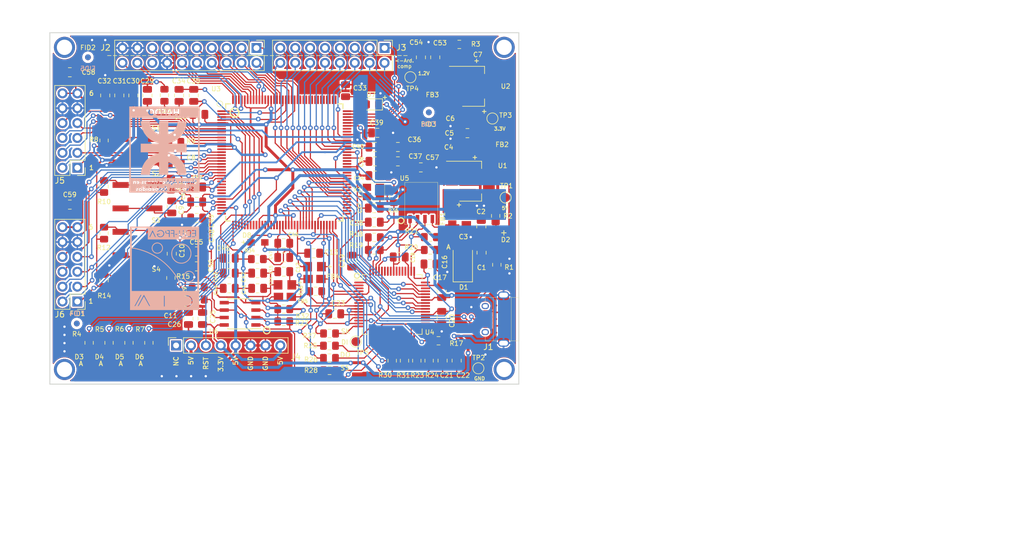
<source format=kicad_pcb>
(kicad_pcb (version 20240108) (generator "pcbnew") (generator_version "8.0")
  (title_block (title "EDU-FPGA") (date "2020-04-19") (rev "1.2") (company "UTN - Facultad Regional Haedo - Grupo ASE"))
  (layers (0 "F.Cu" signal) (31 "B.Cu" signal) (34 "B.Paste" user) (35 "F.Paste" user) (36 "B.SilkS" user "B.Silkscreen") (37 "F.SilkS" user "F.Silkscreen") (38 "B.Mask" user) (39 "F.Mask" user) (44 "Edge.Cuts" user))
  (net 0 "")
  (net 1 "GND")
  (net 2 "+5VP")
  (net 3 "+5V")
  (net 4 "Net-(C4-Pad1)")
  (net 5 "+3V3")
  (net 6 "Net-(C7-Pad1)")
  (net 7 "/FPGA_banks/btn_1")
  (net 8 "/FPGA_banks/btn_2")
  (net 9 "/FPGA_banks/btn_3")
  (net 10 "/FPGA_banks/btn_4")
  (net 11 "/FTDI_config/VPHY")
  (net 12 "/FTDI_config/VPLL")
  (net 13 "+1V8")
  (net 14 "+1V2")
  (net 15 "Net-(C34-Pad2)")
  (net 16 "Net-(C34-Pad1)")
  (net 17 "Net-(C46-Pad2)")
  (net 18 "Net-(C46-Pad1)")
  (net 19 "Net-(D2-Pad1)")
  (net 20 "Net-(D3-Pad1)")
  (net 21 "Net-(D4-Pad1)")
  (net 22 "Net-(D5-Pad1)")
  (net 23 "Net-(D6-Pad1)")
  (net 24 "Net-(D7-Pad2)")
  (net 25 "Net-(D8-Pad1)")
  (net 26 "/FTDI_config/USB_DM")
  (net 27 "/FTDI_config/USB_DP")
  (net 28 "Net-(J1-Pad4)")
  (net 29 "/FPGA_banks/B01")
  (net 30 "/FPGA_banks/B02")
  (net 31 "/FPGA_banks/B04")
  (net 32 "/FPGA_banks/B03")
  (net 33 "/FPGA_banks/B06")
  (net 34 "/FPGA_banks/B05")
  (net 35 "/FPGA_banks/B08")
  (net 36 "/FPGA_banks/B07")
  (net 37 "/FPGA_banks/B010")
  (net 38 "/FPGA_banks/B09")
  (net 39 "/FPGA_banks/B012")
  (net 40 "/FPGA_banks/B011")
  (net 41 "/FPGA_banks/B013")
  (net 42 "/FPGA_banks/B014")
  (net 43 "/FPGA_banks/B015")
  (net 44 "/FPGA_banks/B016")
  (net 45 "/FPGA_banks/B121")
  (net 46 "/FPGA_banks/B120")
  (net 47 "/FPGA_banks/B118")
  (net 48 "/FPGA_banks/B119")
  (net 49 "/FPGA_banks/B116")
  (net 50 "/FPGA_banks/B117")
  (net 51 "/FPGA_banks/B114")
  (net 52 "/FPGA_banks/B115")
  (net 53 "/FPGA_banks/B112")
  (net 54 "/FPGA_banks/B113")
  (net 55 "/FPGA_banks/B110")
  (net 56 "/FPGA_banks/B111")
  (net 57 "/FPGA_banks/B18")
  (net 58 "/FPGA_banks/B19")
  (net 59 "/FPGA_banks/B16")
  (net 60 "/FPGA_banks/B17")
  (net 61 "Net-(J4-Pad1)")
  (net 62 "/FPGA_banks/B21")
  (net 63 "/FPGA_banks/B31")
  (net 64 "/FPGA_banks/B33")
  (net 65 "/FPGA_banks/B35")
  (net 66 "/FPGA_banks/B37")
  (net 67 "/FPGA_banks/B32")
  (net 68 "/FPGA_banks/B34")
  (net 69 "/FPGA_banks/B36")
  (net 70 "/FPGA_banks/B38")
  (net 71 "/FPGA_banks/B316")
  (net 72 "/FPGA_banks/B314")
  (net 73 "/FPGA_banks/B312")
  (net 74 "/FPGA_banks/B310")
  (net 75 "/FPGA_banks/B315")
  (net 76 "/FPGA_banks/B313")
  (net 77 "/FPGA_banks/B311")
  (net 78 "/FPGA_banks/B39")
  (net 79 "/FPGA_banks/blue_led")
  (net 80 "/FPGA_banks/yellow_led")
  (net 81 "/FPGA_banks/red_led")
  (net 82 "/FPGA_banks/green_led")
  (net 83 "Net-(R8-Pad2)")
  (net 84 "Net-(R10-Pad2)")
  (net 85 "Net-(R12-Pad2)")
  (net 86 "Net-(R14-Pad2)")
  (net 87 "Net-(R16-Pad1)")
  (net 88 "Net-(R17-Pad1)")
  (net 89 "/FTDI_config/EECS_ftdi")
  (net 90 "/FTDI_config/EECLK_ftdi")
  (net 91 "Net-(R20-Pad2)")
  (net 92 "/FTDI_config/EEDATA_ftdi")
  (net 93 "Net-(R22-Pad2)")
  (net 94 "Net-(R23-Pad2)")
  (net 95 "/FTDI_config/DI")
  (net 96 "Net-(R25-Pad2)")
  (net 97 "Net-(R26-Pad2)")
  (net 98 "/FTDI_config/DO")
  (net 99 "/FTDI_config/SK")
  (net 100 "Net-(R27-Pad2)")
  (net 101 "/FTDI_config/SS")
  (net 102 "/FTDI_config/DONE")
  (net 103 "/FTDI_config/RESET")
  (net 104 "Net-(R32-Pad2)")
  (net 105 "Net-(R33-Pad2)")
  (net 106 "Net-(TP5-Pad1)")
  (net 107 "Net-(U3-Pad25)")
  (net 108 "Net-(U3-Pad26)")
  (net 109 "Net-(U3-Pad28)")
  (net 110 "Net-(U3-Pad29)")
  (net 111 "Net-(U3-Pad35)")
  (net 112 "Net-(U3-Pad36)")
  (net 113 "Net-(U3-Pad38)")
  (net 114 "Net-(U3-Pad39)")
  (net 115 "Net-(U3-Pad41)")
  (net 116 "Net-(U3-Pad42)")
  (net 117 "Net-(U3-Pad43)")
  (net 118 "Net-(U3-Pad44)")
  (net 119 "Net-(U3-Pad45)")
  (net 120 "Net-(U3-Pad47)")
  (net 121 "Net-(U3-Pad48)")
  (net 122 "Net-(U3-Pad49)")
  (net 123 "Net-(U3-Pad50)")
  (net 124 "Net-(U3-Pad51)")
  (net 125 "Net-(U3-Pad52)")
  (net 126 "/FPGA_banks/Rx")
  (net 127 "/FPGA_banks/Tx")
  (net 128 "Net-(U3-Pad58)")
  (net 129 "/FPGA_banks/RTS")
  (net 130 "/FPGA_banks/CTS")
  (net 131 "/FPGA_banks/DTR")
  (net 132 "/FPGA_banks/DSR")
  (net 133 "/FPGA_banks/DCD")
  (net 134 "Net-(U3-Pad73)")
  (net 135 "Net-(U3-Pad74)")
  (net 136 "Net-(U3-Pad75)")
  (net 137 "Net-(U3-Pad76)")
  (net 138 "Net-(U3-Pad77)")
  (net 139 "Net-(U3-Pad78)")
  (net 140 "Net-(U3-Pad87)")
  (net 141 "Net-(U3-Pad88)")
  (net 142 "Net-(U3-Pad90)")
  (net 143 "Net-(U3-Pad91)")
  (net 144 "Net-(U3-Pad93)")
  (net 145 "/FPGA_banks/FPGA_CLOCK")
  (net 146 "Net-(U3-Pad101)")
  (net 147 "Net-(U3-Pad102)")
  (net 148 "Net-(U3-Pad109)")
  (net 149 "Net-(U3-Pad110)")
  (net 150 "Net-(U3-Pad133)")
  (net 151 "Net-(U4-Pad3)")
  (net 152 "Net-(U4-Pad19)")
  (net 153 "Net-(U4-Pad22)")
  (net 154 "Net-(U4-Pad26)")
  (net 155 "Net-(U4-Pad27)")
  (net 156 "Net-(U4-Pad28)")
  (net 157 "Net-(U4-Pad29)")
  (net 158 "Net-(U4-Pad30)")
  (net 159 "Net-(U4-Pad32)")
  (net 160 "Net-(U4-Pad33)")
  (net 161 "Net-(U4-Pad34)")
  (net 162 "Net-(U4-Pad36)")
  (net 163 "Net-(U4-Pad46)")
  (net 164 "Net-(U4-Pad48)")
  (net 165 "Net-(U4-Pad52)")
  (net 166 "Net-(U4-Pad53)")
  (net 167 "Net-(U4-Pad54)")
  (net 168 "Net-(U4-Pad55)")
  (net 169 "Net-(U4-Pad57)")
  (net 170 "Net-(U4-Pad58)")
  (net 171 "Net-(U4-Pad59)")
  (net 172 "Net-(U5-Pad7)")
  (net 173 "Net-(U3-Pad112)")
  (net 174 "Net-(U3-Pad113)")
  (net 175 "Net-(U3-Pad114)")
  (net 176 "Net-(U3-Pad115)")
  (net 177 "Net-(U3-Pad116)")
  (net 178 "Net-(U3-Pad117)")
  (net 179 "Net-(U3-Pad118)")
  (net 180 "Net-(U3-Pad119)")
  (net 181 "Net-(U3-Pad120)")
  (net 182 "Net-(U3-Pad121)")
  (net 183 "/FTDI_config/OSCI_ftdi")
  (net 184 "Net-(J2-Pad16)")
  (footprint "footprints:C_0805_2012Metric_Pad1.15x1.40mm_HandSolder" (layer "F.Cu") (at 126.15 95.4 180)
    (property "Reference" "C48")
    (property "Value" "1uF")
  )
  (footprint "footprints:C_0805_2012Metric_Pad1.15x1.40mm_HandSolder" (layer "F.Cu") (at 121.9 91.1 -90)
    (property "Reference" "C9")
    (property "Value" "10uF")
  )
  (footprint "footprints:R_0805_2012Metric_Pad1.15x1.40mm_HandSolder" (layer "F.Cu") (at 110.35 103.65 90)
    (property "Reference" "R14")
    (property "Value" "220")
  )
  (footprint "footprints:C_0805_2012Metric_Pad1.15x1.40mm_HandSolder" (layer "F.Cu") (at 126.15 87.7 180)
    (property "Reference" "C52")
    (property "Value" "10nF")
  )
  (footprint "footprints:R_0805_2012Metric_Pad1.15x1.40mm_HandSolder" (layer "F.Cu") (at 121.75 103.225 90)
    (property "Reference" "R15")
    (property "Value" "10k")
  )
  (footprint "footprints:R_0805_2012Metric_Pad1.15x1.40mm_HandSolder" (layer "F.Cu") (at 121.75 87.2 90)
    (property "Reference" "R11")
    (property "Value" "10k")
  )
  (footprint "footprints:R_0805_2012Metric_Pad1.15x1.40mm_HandSolder" (layer "F.Cu") (at 110.35 79.75 90)
    (property "Reference" "R8")
    (property "Value" "220")
  )
  (footprint "footprints:C_0805_2012Metric_Pad1.15x1.40mm_HandSolder" (layer "F.Cu") (at 122.5 83.75 180)
    (property "Reference" "C8")
    (property "Value" "10uF")
  )
  (footprint "footprints:C_0805_2012Metric_Pad1.15x1.40mm_HandSolder" (layer "F.Cu") (at 126.525 75.3)
    (property "Reference" "C50")
    (property "Value" "10nF")
  )
  (footprint "footprints:R_0805_2012Metric_Pad1.15x1.40mm_HandSolder" (layer "F.Cu") (at 121.75 95.2 90)
    (property "Reference" "R13")
    (property "Value" "10k")
  )
  (footprint "footprints:R_0805_2012Metric_Pad1.15x1.40mm_HandSolder" (layer "F.Cu") (at 107.8 114.3 -90)
    (property "Reference" "R4")
    (property "Value" "220")
  )
  (footprint "footprints:C_0805_2012Metric_Pad1.15x1.40mm_HandSolder" (layer "F.Cu") (at 121.9 107.175 -90)
    (property "Reference" "C11")
    (property "Value" "10uF")
  )
  (footprint "footprints:R_0805_2012Metric_Pad1.15x1.40mm_HandSolder" (layer "F.Cu") (at 110.35 87.6 90)
    (property "Reference" "R10")
    (property "Value" "220")
  )
  (footprint "footprints:C_0805_2012Metric_Pad1.15x1.40mm_HandSolder" (layer "F.Cu") (at 126.15 93 180)
    (property "Reference" "C49")
    (property "Value" "100nF")
  )
  (footprint "footprints:PANASONIC_EVPBF_6MM_SMD" (layer "F.Cu") (at 116.05 89.35)
    (property "Reference" "S2")
    (property "Value" "SW_Push")
  )
  (footprint "footprints:PANASONIC_EVPBF_6MM_SMD" (layer "F.Cu") (at 116.05 81.5)
    (property "Reference" "S1")
    (property "Value" "SW_Push")
  )
  (footprint "footprints:TestPoint_Pad_D1.5mm" (layer "F.Cu") (at 174.2 118.65)
    (property "Reference" "TP2")
    (property "Value" "TestPoint")
  )
  (footprint "footprints:TestPoint_Pad_D1.5mm" (layer "F.Cu") (at 178.85 89.5 90)
    (property "Reference" "TP1")
    (property "Value" "TestPoint")
  )
  (footprint "footprints:C_0805_2012Metric_Pad1.15x1.40mm_HandSolder" (layer "F.Cu") (at 160.7 99.65)
    (property "Reference" "C18")
    (property "Value" "100nF")
  )
  (footprint "footprints:C_0805_AVX_Tantalum" (layer "F.Cu") (at 171 65.6 180)
    (property "Reference" "C7")
    (property "Value" "10uF")
  )
  (footprint "footprints:D_SMA" (layer "F.Cu") (at 171.55 100.5 90)
    (property "Reference" "D1")
    (property "Value" "D_Zener")
  )
  (footprint "footprints:C_0805_2012Metric_Pad1.15x1.40mm_HandSolder" (layer "F.Cu") (at 141 99.725)
    (property "Reference" "C47")
    (property "Value" "100nF")
  )
  (footprint "footprints:led_0805_recommended_land_pattern" (layer "F.Cu") (at 177.2 96.65 -90)
    (property "Reference" "D2")
    (property "Value" "LED_ALT")
  )
  (footprint "footprints:C_0805_2012Metric_Pad1.15x1.40mm_HandSolder" (layer "F.Cu") (at 170.5 117.35 -90)
    (property "Reference" "C22")
    (property "Value" "100nF")
  )
  (footprint "footprints:C_0805_2012Metric_Pad1.15x1.40mm_HandSolder" (layer "F.Cu") (at 126.15 98.7 180)
    (property "Reference" "C55")
    (property "Value" "1uF")
  )
  (footprint "footprints:C_0805_AVX_Tantalum" (layer "F.Cu") (at 172.17 81.1 180)
    (property "Reference" "C4")
    (property "Value" "10uF")
  )
  (footprint "footprints:C_0805_2012Metric_Pad1.15x1.40mm_HandSolder" (layer "F.Cu") (at 126.15 101.25 180)
    (property "Reference" "C56")
    (property "Value" "100nF")
  )
  (footprint "footprints:C_0805_2012Metric_Pad1.15x1.40mm_HandSolder" (layer "F.Cu") (at 104.5 90.7 180)
    (property "Reference" "C59")
    (property "Value" "100nF")
  )
  (footprint "footprints:C_0805_2012Metric_Pad1.15x1.40mm_HandSolder" (layer "F.Cu") (at 156.45 91.3)
    (property "Reference" "C27")
    (property "Value" "10nF")
  )
  (footprint "footprints:C_0805_AVX_Tantalum" (layer "F.Cu") (at 141.2 104.4 180)
    (property "Reference" "C14")
    (property "Value" "4.7uF")
  )
  (footprint "footprints:C_0805_2012Metric_Pad1.15x1.40mm_HandSolder" (layer "F.Cu") (at 165.95 100.85)
    (property "Reference" "C16")
    (property "Value" "3.3uF")
  )
  (footprint "footprints:C_0805_2012Metric_Pad1.15x1.40mm_HandSolder" (layer "F.Cu") (at 131.7 102.4 180)
    (property "Reference" "C43")
    (property "Value" "10nF")
  )
  (footprint "footprints:C_0805_2012Metric_Pad1.15x1.40mm_HandSolder" (layer "F.Cu") (at 136.55 105)
    (property "Reference" "C41")
    (property "Value" "1uF")
  )
  (footprint "footprints:C_0805_2012Metric_Pad1.15x1.40mm_HandSolder" (layer "F.Cu") (at 141 97.3)
    (property "Reference" "C46")
    (property "Value" "10uF")
  )
  (footprint "footprints:C_0805_2012Metric_Pad1.15x1.40mm_HandSolder" (layer "F.Cu") (at 168.1 117.35 -90)
    (property "Reference" "C21")
    (property "Value" "100nF")
  )
  (footprint "footprints:C_0805_2012Metric_Pad1.15x1.40mm_HandSolder" (layer "F.Cu") (at 167.95 105.55 90)
    (property "Reference" "C17")
    (property "Value" "100nF")
  )
  (footprint "footprints:Ferrite_bead_0805" (layer "F.Cu") (at 146.25 103.4 180)
    (property "Reference" "FB4")
    (property "Value" "Ferrite_Bead")
  )
  (footprint "footprints:C_0805_2012Metric_Pad1.15x1.40mm_HandSolder" (layer "F.Cu") (at 166.844999 65.544999 90)
    (property "Reference" "C53")
    (property "Value" "1uF")
  )
  (footprint "footprints:C_0805_AVX_Tantalum" (layer "F.Cu") (at 172.53 76 180)
    (property "Reference" "C6")
    (property "Value" "10uF")
  )
  (footprint "footprints:C_0805_2012Metric_Pad1.15x1.40mm_HandSolder" (layer "F.Cu") (at 136.55 102.4)
    (property "Reference" "C42")
    (property "Value" "100nF")
  )
  (footprint "footprints:C_0805_2012Metric_Pad1.15x1.40mm_HandSolder" (layer "F.Cu") (at 146.1 99 180)
    (property "Reference" "C13")
    (property "Value" "100nF")
  )
  (footprint "footprints:C_0805_AVX_Tantalum" (layer "F.Cu") (at 146.25 101.3 180)
    (property "Reference" "C12")
    (property "Value" "4.7uF")
  )
  (footprint "footprints:C_0805_2012Metric_Pad1.15x1.40mm_HandSolder" (layer "F.Cu") (at 127.15 110.15 90)
    (property "Reference" "C25")
    (property "Value" "10nF")
  )
  (footprint "footprints:C_0805_2012Metric_Pad1.15x1.40mm_HandSolder" (layer "F.Cu") (at 112.95 72.05 90)
    (property "Reference" "C31")
    (property "Value" "10nF")
  )
  (footprint "footprints:R_0805_2012Metric_Pad1.15x1.40mm_HandSolder" (layer "F.Cu") (at 148.814079 119.006629 180)
    (property "Reference" "R28")
    (property "Value" "220")
  )
  (footprint "footprints:Ferrite_bead_0805" (layer "F.Cu") (at 141.2 106.45 180)
    (property "Reference" "FB5")
    (property "Value" "Ferrite_Bead")
  )
  (footprint "footprints:R_0805_2012Metric_Pad1.15x1.40mm_HandSolder" (layer "F.Cu") (at 170.95 63.35 180)
    (property "Reference" "R3")
    (property "Value" "120")
  )
  (footprint "footprints:R_0805_2012Metric_Pad1.15x1.40mm_HandSolder" (layer "F.Cu") (at 177.15 92.625 -90)
    (property "Reference" "R2")
    (property "Value" "1k")
  )
  (footprint "footprints:C_0805_2012Metric_Pad1.15x1.40mm_HandSolder" (layer "F.Cu") (at 131.7 99.85 180)
    (property "Reference" "C45")
    (property "Value" "10nF")
  )
  (footprint "footprints:C_0805_2012Metric_Pad1.15x1.40mm_HandSolder" (layer "F.Cu") (at 131.7 105 180)
    (property "Reference" "C44")
    (property "Value" "10nF")
  )
  (footprint "footprints:C_0805_2012Metric_Pad1.15x1.40mm_HandSolder" (layer "F.Cu") (at 174.7 94.45 -90)
    (property "Reference" "C2")
    (property "Value" "100nF")
  )
  (footprint "footprints:PinSocket_2x08_P2.54mm_Vertical_mirror" (layer "F.Cu") (at 158.2 66.5 -90)
    (property "Reference" "J3")
    (property "Value" "Conn_02x08_Odd_Even")
  )
  (footprint "footprints:C_0805_2012Metric_Pad1.15x1.40mm_HandSolder" (layer "F.Cu") (at 174.75 98.9 90)
    (property "Reference" "C1")
    (property "Value" "10nF")
  )
  (footprint "footprints:C_0805_2012Metric_Pad1.15x1.40mm_HandSolder" (layer "F.Cu") (at 110.55 72.05 90)
    (property "Reference" "C32")
    (property "Value" "10nF")
  )
  (footprint "footprints:R_0805_2012Metric_Pad1.15x1.40mm_HandSolder" (layer "F.Cu") (at 141 108.55)
    (property "Reference" "R32")
    (property "Value" "10k")
  )
  (footprint "footprints:R_0805_2012Metric_Pad1.15x1.40mm_HandSolder" (layer "F.Cu") (at 148.8 116.9 180)
    (property "Reference" "R26")
    (property "Value" "220")
  )
  (footprint "footprints:C_0805_2012Metric_Pad1.15x1.40mm_HandSolder" (layer "F.Cu") (at 164.4 65.55 90)
    (property "Reference" "C54")
    (property "Value" "100nF")
  )
  (footprint "footprints:R_0805_2012Metric_Pad1.15x1.40mm_HandSolder" (layer "F.Cu") (at 177.35 100.975 -90)
    (property "Reference" "R1")
    (property "Value" "0")
  )
  (footprint "footprints:C_0805_2012Metric_Pad1.15x1.40mm_HandSolder" (layer "F.Cu") (at 172.325 78.5 180)
    (property "Reference" "C5")
    (property "Value" "100nF")
  )
  (footprint "footprints:R_0805_2012Metric_Pad1.15x1.40mm_HandSolder" (layer "F.Cu") (at 166 96.25)
    (property "Reference" "R21")
    (property "Value" "2k2")
  )
  (footprint "footprints:D_0805_2012Metric" (layer "F.Cu") (at 156.15 73.6 180)
    (property "Reference" "D7")
    (property "Value" "D_Schottky")
  )
  (footprint "footprints:R_0805_2012Metric_Pad1.15x1.40mm_HandSolder" (layer "F.Cu") (at 156.45 96.3)
    (property "Reference" "R18")
    (property "Value" "10k")
  )
  (footprint "footprints:SOT-223" (layer "F.Cu") (at 172.85 86.7)
    (property "Reference" "U1")
    (property "Value" "LD1117S33CTR_SOT223")
  )
  (footprint "footprints:TestPoint_Pad_D1.5mm" (layer "F.Cu") (at 162.6 68.95 180)
    (property "Reference" "TP4")
    (property "Value" "TestPoint")
  )
  (footprint "footprints:TestPoint_Pad_D1.5mm" (layer "F.Cu") (at 176.6 76 90)
    (property "Reference" "TP3")
    (property "Value" "TestPoint")
  )
  (footprint "footprints:R_0805_2012Metric_Pad1.15x1.40mm_HandSolder" (layer "F.Cu") (at 136.5 100 180)
    (property "Reference" "R34")
    (property "Value" "100")
  )
  (footprint "footprints:Ferrite_bead_0805" (layer "F.Cu") (at 175.85 80.1 -90)
    (property "Reference" "FB2")
    (property "Value" "Ferrite_Bead")
  )
  (footprint "footprints:Ferrite_bead_0805" (layer "F.Cu") (at 169.75 93.1 -90)
    (property "Reference" "FB1")
    (property "Value" "Ferrite_Bead")
  )
  (footprint "footprints:R_0805_2012Metric_Pad1.15x1.40mm_HandSolder" (layer "F.Cu") (at 148.8 114.8 180)
    (property "Reference" "R25")
    (property "Value" "220")
  )
  (footprint "footprints:R_0805_2012Metric_Pad1.15x1.40mm_HandSolder" (layer "F.Cu") (at 165.8 117.35 90)
    (property "Reference" "R24")
    (property "Value" "1k")
  )
  (footprint "footprints:R_0805_2012Metric_Pad1.15x1.40mm_HandSolder" (layer "F.Cu") (at 163.7 117.35 -90)
    (property "Reference" "R23")
    (property "Value" "10k")
  )
  (footprint "footprints:R_0805_2012Metric_Pad1.15x1.40mm_HandSolder" (layer "F.Cu") (at 166 98.45)
    (property "Reference" "R20")
    (property "Value" "10k")
  )
  (footprint "footprints:R_0805_2012Metric_Pad1.15x1.40mm_HandSolder" (layer "F.Cu") (at 156.45 98.45)
    (property "Reference" "R19")
    (property "Value" "10k")
  )
  (footprint "footprints:SOT-223" (layer "F.Cu") (at 173.35 70.5)
    (property "Reference" "U2")
    (property "Value" "LD1117S12CTR_SOT223")
  )
  (footprint "footprints:LQFP-64_10x10mm_P0.5mm" (layer "F.Cu") (at 159.5 107.75)
    (property "Reference" "U4")
    (property "Value" "Interface_USB_FT2232H")
  )
  (footprint "footprints:R_0805_2012Metric_Pad1.15x1.40mm_HandSolder" (layer "F.Cu") (at 148.814079 112.706629 180)
    (property "Reference" "R27")
    (property "Value" "220")
  )
  (footprint "footprints:C_0805_2012Metric_Pad1.15x1.40mm_HandSolder" (layer "F.Cu") (at 149.7 109.35 180)
    (property "Reference" "C23")
    (property "Value" "100nF")
  )
  (footprint "footprints:SOIC-8_3.9x4.9mm_P1.27mm" (layer "F.Cu") (at 133.55 109.35 180)
    (property "Reference" "U6")
    (property "Value" "AT25SF321-SSHD-T")
  )
  (footprint "footprints:R_0805_2012Metric_Pad1.15x1.40mm_HandSolder" (layer "F.Cu") (at 146.45 105.5)
    (property "Reference" "R16")
    (property "Value" "12k")
  )
  (footprint "footprints:R_0805_2012Metric_Pad1.15x1.40mm_HandSolder" (layer "F.Cu") (at 141 110.65)
    (property "Reference" "R22")
    (property "Value" "10k")
  )
  (footprint "footprints:R_0805_2012Metric_Pad1.15x1.40mm_HandSolder" (layer "F.Cu") (at 161.6 117.35 90)
    (property "Reference" "R31")
    (property "Value" "220")
  )
  (footprint "footprints:C_0805_2012Metric_Pad1.15x1.40mm_HandSolder" (layer "F.Cu") (at 124.75 110.15 90)
    (property "Reference" "C26")
    (property "Value" "1uF")
  )
  (footprint "footprints:led_0805_recommended_land_pattern" (layer "F.Cu") (at 136.6 97.15)
    (property "Reference" "D8")
    (property "Value" "LED_ALT")
  )
  (footprint "footprints:PinSocket_1x08_P2.54mm_Vertical" (layer "F.Cu") (at 122.64 114.75 90)
    (property "Reference" "J4")
    (property "Value" "Conn_01x08")
  )
  (footprint "footprints:QFP50P2200X2200X160-144N" (layer "F.Cu") (at 141.1 83.5)
    (property "Reference" "U3")
    (property "Value" "iCE40-HX4K-TQ144" (hide yes))
  )
  (footprint "footprints:R_0805_2012Metric_Pad1.15x1.40mm_HandSolder" (layer "F.Cu") (at 110.35 95.575 90)
    (property "Reference" "R12")
    (property "Value" "220")
  )
  (footprint "footprints:PANASONIC_EVPBF_6MM_SMD" (layer "F.Cu") (at 116.05 97.35)
    (property "Reference" "S3")
    (property "Value" "SW_Push")
  )
  (footprint "footprints:PANASONIC_EVPBF_6MM_SMD" (layer "F.Cu") (at 116.05 105.4)
    (property "Reference" "S4")
    (property "Value" "SW_Push")
  )
  (footprint "footprints:R_0805_2012Metric_Pad1.15x1.40mm_HandSolder" (layer "F.Cu") (at 126.4 104.8)
    (property "Reference" "R29")
    (property "Value" "10k")
  )
  (footprint "footprints:R_0805_2012Metric_Pad1.15x1.40mm_HandSolder" (layer "F.Cu") (at 126.4 106.9)
    (property "Reference" "R33")
    (property "Value" "10k")
  )
  (footprint "footprints:C_0805_2012Metric_Pad1.15x1.40mm_HandSolder" (layer "F.Cu") (at 117.75 72.05 90)
    (property "Reference" "C29")
    (property "Value" "1uF")
  )
  (footprint "footprints:C_0805_2012Metric_Pad1.15x1.40mm_HandSolder" (layer "F.Cu") (at 123.15 72.05 90)
    (property "Reference" "C34")
    (property "Value" "10uF")
  )
  (footprint "footprints:C_0805_2012Metric_Pad1.15x1.40mm_HandSolder" (layer "F.Cu") (at 115.35 72.05 90)
    (property "Reference" "C30")
    (property "Value" "100nF")
  )
  (footprint "footprints:R_0805_2012Metric_Pad1.15x1.40mm_HandSolder" (layer "F.Cu") (at 120.65 72.025 90)
    (property "Reference" "R35")
    (property "Value" "100")
  )
  (footprint "footprints:C_0805_2012Metric_Pad1.15x1.40mm_HandSolder" (layer "F.Cu") (at 125.65 72.05 90)
    (property "Reference" "C35")
    (property "Value" "100nF")
  )
  (footprint "footprints:C_0805_2012Metric_Pad1.15x1.40mm_HandSolder" (layer "F.Cu") (at 156.45 93.7)
    (property "Reference" "C28")
    (property "Value" "1uF")
  )
  (footprint "footprints:C_0805_2012Metric_Pad1.15x1.40mm_HandSolder" (layer "F.Cu") (at 152.6 100.35 -90)
    (property "Reference" "C19")
    (property "Value" "100nF")
  )
  (footprint "footprints:C_0805_2012Metric_Pad1.15x1.40mm_HandSolder" (layer "F.Cu") (at 121.9 99.1 -90)
    (property "Reference" "C10")
    (property "Value" "10uF")
  )
  (footprint "footprints:led_0805_recommended_land_pattern" (layer "F.Cu") (at 107.8 118.45 -90)
    (property "Reference" "D3")
    (property "Value" "LED_ALT")
  )
  (footprint "footprints:led_0805_recommended_land_pattern" (layer "F.Cu") (at 118 118.45 -90)
    (property "Reference" "D6")
    (property "Value" "LED_ALT")
  )
  (footprint "footprints:R_0805_2012Metric_Pad1.15x1.40mm_HandSolder" (layer "F.Cu") (at 114.6 114.3 -90)
    (property "Reference" "R6")
    (property "Value" "220")
  )
  (footprint "footprints:R_0805_2012Metric_Pad1.15x1.40mm_HandSolder" (layer "F.Cu") (at 111.2 114.3 -90)
    (property "Reference" "R5")
    (property "Value" "220")
  )
  (footprint "footprints:led_0805_recommended_land_pattern" (layer "F.Cu") (at 114.6 118.45 -90)
    (property "Reference" "D5")
    (property "Value" "LED_ALT")
  )
  (footprint "footprints:led_0805_recommended_land_pattern" (layer "F.Cu") (at 111.2 118.45 -90)
    (property "Reference" "D4")
    (property "Value" "LED_ALT")
  )
  (footprint "footprints:R_0805_2012Metric_Pad1.15x1.40mm_HandSolder" (layer "F.Cu") (at 118 114.3 -90)
    (property "Reference" "R7")
    (property "Value" "220")
  )
  (footprint "footprints:C_0805_2012Metric_Pad1.15x1.40mm_HandSolder" (layer "F.Cu") (at 151.55 71.25 -90)
    (property "Reference" "C33")
    (property "Value" "10nF")
  )
  (footprint "footprints:TestPoint_Pad_D1.5mm" (layer "F.Cu") (at 153.3 114.1)
    (property "Reference" "TP5")
    (property "Value" "TestPoint")
  )
  (footprint "footprints:C_0805_2012Metric_Pad1.15x1.40mm_HandSolder" (layer "F.Cu") (at 141 102.15 180)
    (property "Reference" "C15")
    (property "Value" "100nF")
  )
  (footprint "footprints:C_0805_2012Metric_Pad1.15x1.40mm_HandSolder" (layer "F.Cu") (at 104.5 68.1 180)
    (property "Reference" "C58")
    (property "Value" "100nF")
  )
  (footprint "footprints:C_0805_2012Metric_Pad1.15x1.40mm_HandSolder" (layer "F.Cu") (at 157 78.45)
    (property "Reference" "C39")
    (property "Value" "10nF")
  )
  (footprint "footprints:C_0805_2012Metric_Pad1.15x1.40mm_HandSolder" (layer "F.Cu") (at 167.95 109.95 -90)
    (property "Reference" "C20")
    (property "Value" "100nF")
  )
  (footprint "footprints:R_0805_2012Metric_Pad1.15x1.40mm_HandSolder" (layer "F.Cu") (at 167.4 113.95)
    (property "Reference" "R17")
    (property "Value" "1k")
  )
  (footprint "footprints:R_0805_2012Metric_Pad1.15x1.40mm_HandSolder" (layer "F.Cu") (at 159.5 117.35 90)
    (property "Reference" "R30")
    (property "Value" "220")
  )
  (footprint "footprints:C_0805_AVX_Tantalum" (layer "F.Cu") (at 172.15 93.08 -90)
    (property "Reference" "C3")
    (property "Value" "10uF")
  )
  (footprint "footprints:PinSocket_2x06_P2.54mm_Vertical_Mirror" (layer "F.Cu") (at 105.8 71.7)
    (property "Reference" "J5")
    (property "Value" "2x6_pmod")
  )
  (footprint "footprints:PinSocket_2x06_P2.54mm_Vertical_Mirror" (layer "F.Cu") (at 105.8 94.55)
    (property "Reference" "J6")
    (property "Value" "2x6_pmod")
  )
  (footprint "footprints:C_0805_2012Metric_Pad1.15x1.40mm_HandSolder" (layer "F.Cu") (at 126.15 90.25 180)
    (property "Reference" "C51")
    (property "Value" "10nF")
  )
  (footprint "footprints:Ferrite_bead_0805" (layer "F.Cu") (at 166.35 70.35)
    (property "Reference" "FB3")
    (property "Value" "Ferrite_Bead")
  )
  (footprint "footprints:Fiducial_1mm_Mask2mm" (layer "F.Cu") (at 165.75 74.95)
    (property "Reference" "FID3")
    (property "Value" "Fiducial")
  )
  (footprint "footprints:Fiducial_1mm_Mask2mm" (layer "F.Cu") (at 107.6 65.55)
    (property "Reference" "FID2")
    (property "Value" "Fiducial")
  )
  (footprint "footprints:Fiducial_1mm_Mask2mm" (layer "F.Cu") (at 105.7 111)
    (property "Reference" "FID1")
    (property "Value" "Fiducial")
  )
  (footprint "footprints:PinSocket_2x10_P2.54mm_Vertical_mirror" (layer "F.Cu") (at 136.35 66.5 -90)
    (property "Reference" "J2")
    (property "Value" "Conn_02x10_Odd_Even")
  )
  (footprint "footprints:C_0805_2012Metric_Pad1.15x1.40mm_HandSolder" (layer "F.Cu") (at 164.4 84.35)
    (property "Reference" "C57")
    (property "Value" "100nF")
  )
  (footprint "footprints:R_0805_2012Metric_Pad1.15x1.40mm_HandSolder" (layer "F.Cu") (at 159.8 89.35 90)
    (property "Reference" "R36")
    (property "Value" "0")
  )
  (footprint "footprints:micro_usb_b_recpt_bttm_mnt_smt_th_tabs" (layer "F.Cu") (at 178.5 110.25 90)
    (property "Reference" "J1")
    (property "Value" "micro_usb_b")
  )
  (footprint "footprints:C_0805_2012Metric_Pad1.15x1.40mm_HandSolder" (layer "F.Cu") (at 156.55 85.75)
    (property "Reference" "C24")
    (property "Value" "100nF")
  )
  (footprint "footprints:C_0805_2012Metric_Pad1.15x1.40mm_HandSolder" (layer "F.Cu") (at 156.56 83.32)
    (property "Reference" "C38")
    (property "Value" "10nF")
  )
  (footprint "footprints:C_0805_2012Metric_Pad1.15x1.40mm_HandSolder" (layer "F.Cu") (at 160.46 83.32 180)
    (property "Reference" "C37")
    (property "Value" "100nF")
  )
  (footprint "footprints:C_0805_2012Metric_Pad1.15x1.40mm_HandSolder" (layer "F.Cu") (at 160.46 80.87 180)
    (property "Reference" "C36")
    (property "Value" "1uF")
  )
  (footprint "footprints:C_0805_2012Metric_Pad1.15x1.40mm_HandSolder" (layer "F.Cu") (at 156.56 80.87)
    (property "Reference" "C40")
    (property "Value" "10nF")
  )
  (footprint "footprints:ECS-3225MV" (layer "F.Cu") (at 156.3 88.55)
    (property "Reference" "X1")
    (property "Value" "ECS-3225MV-120-CN-TR")
  )
  (footprint "footprints:m93c66_SO8N_package" (layer "F.Cu") (at 162.55 90.5 90)
    (property "Reference" "U5")
    (property "Value" "M93C66")
  )
  (footprint "footprints:R_0805_2012Metric_Pad1.15x1.40mm_HandSolder" (layer "F.Cu") (at 122.428 80.01 180)
    (property "Reference" "R9")
    (property "Value" "10k")
  )
  (footprint "footprints:Fiducial_1mm_Mask2mm" (layer "B.Cu") (at 107.6 65.55)
    (property "Reference" "FID5")
    (property "Value" "Fiducial")
  )
  (footprint "footprints:Fiducial_1mm_Mask2mm" (layer "B.Cu") (at 165.75 74.95)
    (property "Reference" "FID6")
    (property "Value" "Fiducial")
  )
  (footprint "footprints:Fiducial_1mm_Mask2mm" (layer "B.Cu") (at 105.7 111)
    (property "Reference" "FID4")
    (property "Value" "Fiducial")
  )
  (footprint "simbolosFPGA:Logo_UTNASE_12mm_negativo" (layer "B.Cu") (at 120.65 81.28 180)
    (property "Reference" "G***" (hide yes))
    (property "Value" "Logo_UTNASE_12mm_negativo" (hide yes))
  )
  (footprint "simbolosFPGA:Logo_EDUFPGA_12mm_negativo" (layer "B.Cu") (at 120.65 101.6 180)
    (property "Reference" "G***" (hide yes))
    (property "Value" "Logo_EDUFPGA_12mm_negativo" (hide yes))
  )
  (gr_circle (center 153.5 102.85) (end 153.75 102.5) (stroke (width 0.2)) (fill none) (layer "F.SilkS"))
  (gr_circle (center 138.1 112.2) (end 138.55 111.85) (stroke (width 0.2)) (fill none) (layer "F.SilkS"))
  (gr_circle (center 161 93.45) (end 161.35 93.1) (stroke (width 0.2)) (fill none) (layer "F.SilkS"))
  (gr_line (start 101.1 61.35) (end 101.1 121.35) (stroke (width 0.15)) (layer "Edge.Cuts"))
  (gr_line (start 101.1 121.35) (end 181.1 121.35) (stroke (width 0.15)) (layer "Edge.Cuts"))
  (gr_line (start 181.1 121.35) (end 181.1 61.35) (stroke (width 0.15)) (layer "Edge.Cuts"))
  (gr_line (start 181.1 61.35) (end 101.1 61.35) (stroke (width 0.15)) (layer "Edge.Cuts"))
  (gr_text "DO" (at 151.5 116.35 0) (layer "F.SilkS") (effects (font (size 0.8 0.88) (thickness 0.13))))
  (gr_text "<-Ard.\ncomp" (at 161.6 66.6 0) (layer "F.SilkS") (effects (font (size 0.6 0.6) (thickness 0.11))))
  (gr_text "6" (at 108.2 71.7 0) (layer "F.SilkS") (effects (font (size 0.8 0.8))))
  (gr_text "GND" (at 174.4 120.4 0) (layer "F.SilkS") (effects (font (size 0.6 0.6) (thickness 0.13))))
  (gr_text "6" (at 108.1 94.55 0) (layer "F.SilkS") (effects (font (size 0.8 0.8))))
  (gr_text "1" (at 108.1 107.2 0) (layer "F.SilkS") (effects (font (size 0.8 0.8))))
  (gr_text "RST" (at 127.72 117.8 90) (layer "F.SilkS") (effects (font (size 0.8 0.8))))
  (gr_text "+" (at 175.2 74.75 0) (layer "F.SilkS") (effects (font (size 0.8 0.8))))
  (gr_text "----------------------------------------------------" (at 136.5 65.2 0) (layer "F.SilkS") (effects (font (size 0.8 0.8) (thickness 0.11))))
  (gr_text "+" (at 173.9 66.1 0) (layer "F.SilkS") (effects (font (size 0.8 0.8))))
  (gr_text "+" (at 173.6 82.6 0) (layer "F.SilkS") (effects (font (size 0.8 0.8))))
  (gr_text "+" (at 170.9 90.7 0) (layer "F.SilkS") (effects (font (size 0.8 0.8))))
  (gr_text "1" (at 108.2 84.4 0) (layer "F.SilkS") (effects (font (size 0.8 0.8))))
  (gr_text "A" (at 116.6 117.85 0) (layer "F.SilkS") (effects (font (size 0.8 0.8))))
  (gr_text "5V" (at 125.18 117.35 90) (layer "F.SilkS") (effects (font (size 0.8 0.8))))
  (gr_text "A" (at 113.2 117.85 0) (layer "F.SilkS") (effects (font (size 0.8 0.8))))
  (gr_text "A" (at 169.1 97.95 0) (layer "F.SilkS") (effects (font (size 0.8 0.8))))
  (gr_text "+" (at 134.15 97.1 0) (layer "F.SilkS") (effects (font (size 0.8 0.8))))
  (gr_text "SK" (at 151.55 112.35 0) (layer "F.SilkS") (effects (font (size 0.8 0.8) (thickness 0.13))))
  (gr_text "3.3V" (at 177.85 77.75 0) (layer "F.SilkS") (effects (font (size 0.6 0.6) (thickness 0.13))))
  (gr_text "GND" (at 137.88 117.8 90) (layer "F.SilkS") (effects (font (size 0.8 0.8))))
  (gr_text "A" (at 109.8 117.85 0) (layer "F.SilkS") (effects (font (size 0.8 0.8))))
  (gr_text "1.2V" (at 164.9 68.3 0) (layer "F.SilkS") (effects (font (size 0.6 0.6) (thickness 0.13))))
  (gr_text "SS" (at 151.45 118.6 0) (layer "F.SilkS") (effects (font (size 0.8 0.8) (thickness 0.13))))
  (gr_text "GND" (at 135.34 117.8 90) (layer "F.SilkS") (effects (font (size 0.8 0.8))))
  (gr_text "NC" (at 122.64 117.45 90) (layer "F.SilkS") (effects (font (size 0.8 0.8))))
  (gr_text "+" (at 178.55 95.45 0) (layer "F.SilkS") (effects (font (size 1 1))))
  (gr_text "3.3V" (at 130.26 117.95 90) (layer "F.SilkS") (effects (font (size 0.8 0.8))))
  (gr_text "5V" (at 178.75 91.3 0) (layer "F.SilkS") (effects (font (size 0.6 0.6) (thickness 0.13))))
  (gr_text "DI" (at 151.4 114.2 0) (layer "F.SilkS") (effects (font (size 0.8 0.8) (thickness 0.13))))
  (gr_text "+" (at 143.75 103.95 0) (layer "F.SilkS") (effects (font (size 0.8 0.8))))
  (gr_text "5V" (at 140.42 117.35 90) (layer "F.SilkS") (effects (font (size 0.8 0.8))))
  (gr_text "A" (at 106.4 117.85 0) (layer "F.SilkS") (effects (font (size 0.8 0.8))))
  (gr_text "+" (at 148.85 101.25 0) (layer "F.SilkS") (effects (font (size 0.8 0.8))))
  (gr_text "5V" (at 132.8 117.4 90) (layer "F.SilkS") (effects (font (size 0.8 0.8))))
  (gr_text "+" (at 158.25 72.35 0) (layer "F.SilkS") (effects (font (size 0.8 0.8))))
  (via (at 103.6 118.85) (size 3.61) (drill 2.61) (layers "F.Cu" "B.Cu") (net 0))
  (via (at 178.6 118.85) (size 3.61) (drill 2.61) (layers "F.Cu" "B.Cu") (net 0))
  (via (at 103.6 63.85) (size 3.61) (drill 2.61) (layers "F.Cu" "B.Cu") (net 0))
  (via (at 178.6 63.85) (size 3.61) (drill 2.61) (layers "F.Cu" "B.Cu") (net 0))
  (segment (start 118.93 101.01) (end 118.93 101.52) (width 0.2) (layer "F.Cu") (net 1))
  (segment (start 121.1 107.4) (end 121.9 108.2) (width 0.2) (layer "F.Cu") (net 1))
  (segment (start 131.425 76.75) (end 131.95 77.275) (width 0.2) (layer "F.Cu") (net 1))
  (segment (start 157.4 91.225) (end 157.475 91.3) (width 0.2) (layer "F.Cu") (net 1))
  (segment (start 155.15 106) (end 155.5 105.65) (width 0.2) (layer "F.Cu") (net 1))
  (segment (start 124.05 95.4) (end 123.65 95) (width 0.2) (layer "F.Cu") (net 1))
  (segment (start 119 92.125) (end 118.925 92.05) (width 0.2) (layer "F.Cu") (net 1))
  (segment (start 112.95 71.025) (end 112.95 70.35) (width 0.2) (layer "F.Cu") (net 1))
  (segment (start 153.475 101.375) (end 155 102.9) (width 0.2) (layer "F.Cu") (net 1))
  (segment (start 162.25 103.118604) (end 162.25 102.95) (width 0.2) (layer "F.Cu") (net 1))
  (segment (start 118.925 99.35) (end 118.925 100.05) (width 0.2) (layer "F.Cu") (net 1))
  (segment (start 172.15 94.26) (end 172.15 95.5) (width 0.2) (layer "F.Cu") (net 1))
  (segment (start 129.25 104.45) (end 127.9 103.1) (width 0.25) (layer "F.Cu") (net 1))
  (segment (start 153.575 72.275) (end 151.55 72.275) (width 0.2) (layer "F.Cu") (net 1))
  (segment (start 158.665685 93.7) (end 158.65 93.7) (width 0.2) (layer "F.Cu") (net 1))
  (segment (start 137.45 106.400598) (end 138.199402 106.400598) (width 0.2) (layer "F.Cu") (net 1))
  (segment (start 123.65 93.584315) (end 123.65 94.15) (width 0.2) (layer "F.Cu") (net 1))
  (segment (start 177.2 98.9) (end 177.2 97.825) (width 0.2) (layer "F.Cu") (net 1))
  (segment (start 153.75 77.25) (end 154.1 77.6) (width 0.2) (layer "F.Cu") (net 1))
  (segment (start 138.7 102.4) (end 138.75 102.45) (width 0.2) (layer "F.Cu") (net 1))
  (segment (start 133.25 106.5) (end 134.195 107.445) (width 0.25) (layer "F.Cu") (net 1))
  (segment (start 155 104) (end 153.825 104) (width 0.2) (layer "F.Cu") (net 1))
  (segment (start 152.4 109) (end 152.15 108.75) (width 0.2) (layer "F.Cu") (net 1))
  (segment (start 147.475 106.425) (end 147.475 105.5) (width 0.2) (layer "F.Cu") (net 1))
  (segment (start 151.8 85.75) (end 150.775 85.75) (width 0.2) (layer "F.Cu") (net 1))
  (segment (start 137.775 97.15) (end 137.775 98.375) (width 0.2) (layer "F.Cu") (net 1))
  (segment (start 116.144 83.5) (end 118.925 83.5) (width 0.2) (layer "F.Cu") (net 1))
  (segment (start 129.55001 106.00001) (end 129.55001 105) (width 0.25) (layer "F.Cu") (net 1))
  (segment (start 124.75 109.125) (end 124.75 108.1) (width 0.2) (layer "F.Cu") (net 1))
  (segment (start 114.6 119.625) (end 114.6 120.65) (width 0.2) (layer "F.Cu") (net 1))
  (segment (start 138.75 102.45) (end 139.05 102.15) (width 0.2) (layer "F.Cu") (net 1))
  (segment (start 172.15 95.31) (end 172.315 95.475) (width 0.3) (layer "F.Cu") (net 1))
  (segment (start 157.475 93.7) (end 158.65 93.7) (width 0.2) (layer "F.Cu") (net 1))
  (segment (start 131.95 77.275) (end 131.95 80.3) (width 0.2) (layer "F.Cu") (net 1))
  (segment (start 153.825 108.5) (end 152.4 108.5) (width 0.2) (layer "F.Cu") (net 1))
  (segment (start 153.825 106) (end 155.15 106) (width 0.2) (layer "F.Cu") (net 1))
  (segment (start 158.15 91.3) (end 158.95 92.1) (width 0.2) (layer "F.Cu") (net 1))
  (segment (start 134.999402 106.400598) (end 137.45 106.400598) (width 0.2) (layer "F.Cu") (net 1))
  (segment (start 177.35 99.95) (end 177.35 99.05) (width 0.2) (layer "F.Cu") (net 1))
  (segment (start 144.2 96.55) (end 143.634315 96.55) (width 0.2) (layer "F.Cu") (net 1))
  (segment (start 145.07 99.005) (end 145.075 99) (width 0.3) (layer "F.Cu") (net 1))
  (segment (start 165.425 84.35) (end 165.425 85.225) (width 0.25) (layer "F.Cu") (net 1))
  (segment (start 103.475 90.7) (end 102.8 90.7) (width 0.3) (layer "F.Cu") (net 1))
  (segment (start 137.25001 81.60001) (end 137.85 82.2) (width 0.3) (layer "F.Cu") (net 1))
  (segment (start 139.07 104.4) (end 138.75 104.4) (width 0.2) (layer "F.Cu") (net 1))
  (segment (start 130 105) (end 129.55001 105) (width 0.2) (layer "F.Cu") (net 1))
  (segment (start 177.35 97.975) (end 177.2 97.825) (width 0.3) (layer "F.Cu") (net 1))
  (segment (start 122.95 110.05) (end 121.9 110.05) (width 0.3) (layer "F.Cu") (net 1))
  (segment (start 148.675 110.975) (end 148.65 111) (width 0.2) (layer "F.Cu") (net 1))
  (segment (start 155 102.9) (end 155 104) (width 0.2) (layer "F.Cu") (net 1))
  (segment (start 161.725 100.525) (end 162.25 101.05) (width 0.2) (layer "F.Cu") (net 1))
  (segment (start 148.65 111) (end 151.284315 111) (width 0.2) (layer "F.Cu") (net 1))
  (segment (start 123.65 93) (end 123.65 93.15) (width 0.2) (layer "F.Cu") (net 1))
  (segment (start 166.099999 63.349999) (end 165.7 62.95) (width 0.2) (layer "F.Cu") (net 1))
  (segment (start 165.425 85.225) (end 166.36 86.16) (width 0.25) (layer "F.Cu") (net 1))
  (segment (start 135.34 114.75) (end 135.34 116.21) (width 0.3) (layer "F.Cu") (net 1))
  (segment (start 130.675 99.85) (end 129.65 99.85) (width 0.2) (layer "F.Cu") (net 1))
  (segment (start 134.5 106.9) (end 134.999402 106.400598) (width 0.2) (layer "F.Cu") (net 1))
  (segment (start 157.475 91.3) (end 158.15 91.3) (width 0.2) (layer "F.Cu") (net 1))
  (segment (start 138.199402 106.400598) (end 138.75 105.85) (width 0.2) (layer "F.Cu") (net 1))
  (segment (start 158.025 78.45) (end 159.65 78.45) (width 0.25) (layer "F.Cu") (net 1))
  (segment (start 121.9 108.2) (end 121.9 108.875) (width 0.2) (layer "F.Cu") (net 1))
  (segment (start 130.74 119.35) (end 129.65 119.35) (width 0.4) (layer "F.Cu") (net 1))
  (segment (start 111.2 119.625) (end 111.2 120.65) (width 0.2) (layer "F.Cu") (net 1))
  (segment (start 121.9 92.125) (end 120.725 92.125) (width 0.2) (layer "F.Cu") (net 1))
  (segment (start 140.02 102.195) (end 139.975 102.15) (width 0.3) (layer "F.Cu") (net 1))
  (segment (start 118.45 110.05) (end 117.6 109.2) (width 0.3) (layer "F.Cu") (net 1))
  (segment (start 134.35 72.8) (end 134.35 73.840359) (width 0.2) (layer "F.Cu") (net 1))
  (segment (start 118.925 91.35) (end 113.175 91.35) (width 0.2) (layer "F.Cu") (net 1))
  (segment (start 129.55001 105) (end 129.55001 104.75001) (width 0.25) (layer "F.Cu") (net 1))
  (segment (start 124.2 98.7) (end 123.9 99) (width 0.2) (layer "F.Cu") (net 1))
  (segment (start 117.75 71.025) (end 117.75 70.35) (width 0.2) (layer "F.Cu") (net 1))
  (segment (start 130.05 106.5) (end 129.55001 106.00001) (width 0.25) (layer "F.Cu") (net 1))
  (segment (start 166.839998 64.525) (end 166.844999 64.519999) (width 0.3) (layer "F.Cu") (net 1))
  (segment (start 138.35 72.8) (end 138.35 73.725) (width 0.2) (layer "F.Cu") (net 1))
  (segment (start 143.35 94.2) (end 143.35 96.55) (width 0.2) (layer "F.Cu") (net 1))
  (segment (start 131.3 106.5) (end 130.05 106.5) (width 0.25) (layer "F.Cu") (net 1))
  (segment (start 149.85 84.825) (end 149.85 82.8) (width 0.2) (layer "F.Cu") (net 1))
  (segment (start 120.375 100.125) (end 121.9 100.125) (width 0.2) (layer "F.Cu") (net 1))
  (segment (start 152.85 110) (end 153.825 110) (width 0.2) (layer "F.Cu") (net 1))
  (segment (start 120.7 92.15) (end 120.7 92.7) (width 0.2) (layer "F.Cu") (net 1))
  (segment (start 118.93 100.055) (end 118.93 101.01) (width 0.2) (layer "F.Cu") (net 1))
  (segment (start 147.3 109.989998) (end 148.310002 111) (width 0.2) (layer "F.Cu") (net 1))
  (segment (start 127.9 103.1) (end 125.75 103.1) (width 0.25) (layer "F.Cu") (net 1))
  (segment (start 169.45 102.75) (end 168.9 102.2) (width 0.2) (layer "F.Cu") (net 1))
  (segment (start 120.65 85.1) (end 122.65 85.1) (width 0.2) (layer "F.Cu") (net 1))
  (segment (start 169.45 103.1) (end 169.45 102.75) (width 0.2) (layer "F.Cu") (net 1))
  (segment (start 110.55 71.025) (end 110.55 68.6) (width 0.2) (layer "F.Cu") (net 1))
  (segment (start 177.35 99.05) (end 177.2 98.9) (width 0.2) (layer "F.Cu") (net 1))
  (segment (start 138.35 73.725) (end 137.875 74.2) (width 0.2) (layer "F.Cu") (net 1))
  (segment (start 168.35 103.1) (end 169.45 103.1) (width 0.2) (layer "F.Cu") (net 1))
  (segment (start 120.7 92.7) (end 121.15 93.15) (width 0.2) (layer "F.Cu") (net 1))
  (segment (start 157.5 71.7) (end 154.15 71.7) (width 0.2) (layer "F.Cu") (net 1))
  (segment (start 125.125 89.175) (end 125.125 90.25) (width 0.2) (layer "F.Cu") (net 1))
  (segment (start 121.9 92.125) (end 119 92.125) (width 0.2) (layer "F.Cu") (net 1))
  (segment (start 153.825 109) (end 152.4 109) (width 0.2) (layer "F.Cu") (net 1))
  (segment (start 167.075 110.975) (end 166.6 110.5) (width 0.2) (layer "F.Cu") (net 1))
  (segment (start 134.5 107.445) (end 136.25 107.445) (width 0.25) (layer "F.Cu") (net 1))
  (segment (start 145.07 99.205) (end 145.275 99) (width 0.3) (layer "F.Cu") (net 1))
  (segment (start 174.7 95.475) (end 174.7 96.15) (width 0.2) (layer "F.Cu") (net 1))
  (segment (start 177.15 97.875) (end 177.2 97.825) (width 0.3) (layer "F.Cu") (net 1))
  (segment (start 123.9 99) (end 123.9 101.25) (width 0.2) (layer "F.Cu") (net 1))
  (segment (start 118.925 107.4) (end 121.1 107.4) (width 0.2) (layer "F.Cu") (net 1))
  (segment (start 132.4 80.75) (end 132.6 80.95) (width 0.3) (layer "F.Cu") (net 1))
  (segment (start 123.6 87.65) (end 123.6 88.25) (width 0.2) (layer "F.Cu") (net 1))
  (segment (start 119.85 99.6) (end 120.375 100.125) (width 0.2) (layer "F.Cu") (net 1))
  (segment (start 140.02 104.4) (end 139.07 104.4) (width 0.2) (layer "F.Cu") (net 1))
  (segment (start 137.45 107.5) (end 137.45 106.400598) (width 0.2) (layer "F.Cu") (net 1))
  (segment (start 170.5 119.6) (end 170.15 119.95) (width 0.2) (layer "F.Cu") (net 1))
  (segment (start 166.975 100.85) (end 166.975 101.725) (width 0.2) (layer "F.Cu") (net 1))
  (segment (start 129.15 100.35) (end 129.15 102.4) (width 0.2) (layer "F.Cu") (net 1))
  (segment (start 123.65 95) (end 123.65 94.15) (width 0.2) (layer "F.Cu") (net 1))
  (segment (start 154.15 71.7) (end 153.575 72.275) (width 0.2) (layer "F.Cu") (net 1))
  (segment (start 121.475 83.75) (end 120.8 83.75) (width 0.2) (layer "F.Cu") (net 1))
  (segment (start 158.95 92.85) (end 158.95 93.415685) (width 0.2) (layer "F.Cu") (net 1))
  (segment (start 137.875 74.2) (end 135.45 74.2) (width 0.2) (layer "F.Cu") (net 1))
  (segment (start 124.45 101.25) (end 123.9 101.25) (width 0.2) (layer "F.Cu") (net 1))
  (segment (start 169.925 63.35) (end 166.099999 63.349999) (width 0.2) (layer "F.Cu") (net 1))
  (segment (start 125.125 91.275) (end 124.45 91.95) (width 0.2) (layer "F.Cu") (net 1))
  (segment (start 169.45 104.15) (end 169.45 103.1) (width 0.2) (layer "F.Cu") (net 1))
  (segment (start 125.125 93) (end 124.45 93) (width 0.2) (layer "F.Cu") (net 1))
  (segment (start 129.15 104.35) (end 129.25 104.45) (width 0.2) (layer "F.Cu") (net 1))
  (segment (start 152.15 111) (end 153.825 111) (width 0.2) (layer "F.Cu") (net 1))
  (segment (start 113.175 83.5) (end 111.3 83.5) (width 0.2) (layer "F.Cu") (net 1))
  (segment (start 123.65 93.15) (end 123.65 93.584315) (width 0.2) (layer "F.Cu") (net 1))
  (segment (start 170.5 118.375) (end 170.5 119.6) (width 0.2) (layer "F.Cu") (net 1))
  (segment (start 151.85 111) (end 152.15 111) (width 0.3) (layer "F.Cu") (net 1))
  (segment (start 103.475 90.7) (end 102.1 90.7) (width 0.3) (layer "F.Cu") (net 1))
  (segment (start 118.925 100.05) (end 118.93 100.055) (width 0.2) (layer "F.Cu") (net 1))
  (segment (start 166.36 86.95) (end 166.36 87.85) (width 0.25) (layer "F.Cu") (net 1))
  (segment (start 119.425 119.625) (end 119.45 119.65) (width 0.3) (layer "F.Cu") (net 1))
  (segment (start 158.95 93.415685) (end 158.665685 93.7) (width 0.2) (layer "F.Cu") (net 1))
  (segment (start 120.725 92.125) (end 120.7 92.15) (width 0.2) (layer "F.Cu") (net 1))
  (segment (start 165.175 104.5) (end 166.55 104.5) (width 0.2) (layer "F.Cu") (net 1))
  (segment (start 130.675 102.4) (end 130 102.4) (width 0.2) (layer "F.Cu") (net 1))
  (segment (start 124.05 91.95) (end 123.65 92.35) (width 0.2) (layer "F.Cu") (net 1))
  (segment (start 152.4 108.5) (end 152.15 108.75) (width 0.2) (layer "F.Cu") (net 1))
  (segment (start 134.35 73.840359) (end 134.659641 74.15) (width 0.2) (layer "F.Cu") (net 1))
  (segment (start 112.8 99.6) (end 119.3 99.6) (width 0.3) (layer "F.Cu") (net 1))
  (segment (start 123.9 102.45) (end 124.55 103.1) (width 0.2) (layer "F.Cu") (net 1))
  (segment (start 144.4 99) (end 143.35 99) (width 0.2) (layer "F.Cu") (net 1))
  (segment (start 103.26 74.24) (end 105.8 74.24) (width 0.3) (layer "F.Cu") (net 1))
  (segment (start 103.475 68.1) (end 103.475 69.525) (width 0.2) (layer "F.Cu") (net 1))
  (segment (start 145.075 99) (end 144.4 99) (width 0.2) (layer "F.Cu") (net 1))
  (segment (start 132.3 81.25) (end 132.6 80.95) (width 0.2) (layer "F.Cu") (net 1))
  (segment (start 124.35 89) (end 124.95 89) (width 0.2) (layer "F.Cu") (net 1))
  (segment (start 113.175 83.5) (end 116.144 83.5) (width 0.2) (layer "F.Cu") (net 1))
  (segment (start 130 102.4) (end 129.15 102.4) (width 0.2) (layer "F.Cu") (net 1))
  (segment (start 131.55 120) (end 127.7 120) (width 0.3) (layer "F.Cu") (net 1))
  (segment (start 165.175 104.5) (end 163.631396 104.5) (width 0.2) (layer "F.Cu") (net 1))
  (segment (start 162.25 101.2) (end 162.25 102.075) (width 0.2) (layer "F.Cu") (net 1))
  (segment (start 112.8 107.65) (end 113.86066 107.65) (width 0.2) (layer "F.Cu") (net 1))
  (segment (start 167.95 110.975) (end 167.95 112.35) (width 0.2) (layer "F.Cu") (net 1))
  (segment (start 137.575 102.4) (end 138.7 102.4) (width 0.2) (layer "F.Cu") (net 1))
  (segment (start 122.65 85.1) (end 123.6 86.05) (width 0.2) (layer "F.Cu") (net 1))
  (segment (start 135.2 74.15) (end 135.35 74.3) (width 0.2) (layer "F.Cu") (net 1))
  (segment (start 130.4 81.25) (end 132.3 81.25) (width 0.2) (layer "F.Cu") (net 1))
  (segment (start 131.3 106.5) (end 133.25 106.5) (width 0.25) (layer "F.Cu") (net 1))
  (segment (start 148.35 94.2) (end 148.350001 96.100001) (width 0.2) (layer "F.Cu") (net 1))
  (segment (start 168.3 119.95) (end 168.1 119.75) (width 0.2) (layer "F.Cu") (net 1))
  (segment (start 151.8 77.25) (end 153.75 77.25) (width 0.2) (layer "F.Cu") (net 1))
  (segment (start 125.125 95.4) (end 124.05 95.4) (width 0.2) (layer "F.Cu") (net 1))
  (segment (start 124.55 103.1) (end 125.75 103.1) (width 0.2) (layer "F.Cu") (net 1))
  (segment (start 163.631396 104.5) (end 162.25 103.118604) (width 0.2) (layer "F.Cu") (net 1))
  (segment (start 127.55 75.3) (end 127.55 76.45) (width 0.2) (layer "F.Cu") (net 1))
  (segment (start 118.925 107.4) (end 117.35 107.4) (width 0.2) (layer "F.Cu") (net 1))
  (segment (start 147.3 109.6) (end 147.3 109.989998) (width 0.2) (layer "F.Cu") (net 1))
  (segment (start 149.55 106) (end 153.825 106) (width 0.2) (layer "F.Cu") (net 1))
  (segment (start 158.95 92.1) (end 158.95 92.284315) (width 0.2) (layer "F.Cu") (net 1))
  (segment (start 169.075 104.525) (end 169.45 104.15) (width 0.2) (layer "F.Cu") (net 1))
  (segment (start 111.252 101.092) (end 112.994 99.35) (width 0.2) (layer "F.Cu") (net 1))
  (segment (start 117.35 107.4) (end 113.175 107.4) (width 0.2) (layer "F.Cu") (net 1))
  (segment (start 123.65 87.7) (end 123.6 87.65) (width 0.2) (layer "F.Cu") (net 1))
  (segment (start 137.775 98.375) (end 137.8 98.4) (width 0.2) (layer "F.Cu") (net 1))
  (segment (start 143.35 99) (end 143.35 99.65) (width 0.2) (layer "F.Cu") (net 1))
  (segment (start 112.994 99.35) (end 113.175 99.35) (width 0.2) (layer "F.Cu") (net 1))
  (segment (start 148.350001 96.100001) (end 148.75 96.5) (width 0.2) (layer "F.Cu") (net 1))
  (segment (start 138.75 105.85) (end 138.75 105) (width 0.2) (layer "F.Cu") (net 1))
  (segment (start 170.15 119.95) (end 168.3 119.95) (width 0.2) (layer "F.Cu") (net 1))
  (segment (start 171.55 98.15) (end 171.825 97.875) (width 0.3) (layer "F.Cu") (net 1))
  (segment (start 120.8 83.75) (end 119.3 83.75) (width 0.2) (layer "F.Cu") (net 1))
  (segment (start 137.88 114.75) (end 135.34 114.75) (width 0.4) (layer "F.Cu") (net 1))
  (segment (start 127.55 76.45) (end 127.85 76.75) (width 0.2) (layer "F.Cu") (net 1))
  (segment (start 162.25 101.05) (end 162.25 101.2) (width 0.2) (layer "F.Cu") (net 1))
  (segment (start 159.75 113.425) (end 159.75 111.95) (width 0.2) (layer "F.Cu") (net 1))
  (segment (start 171.3 76.05) (end 171.35 76) (width 0.3) (layer "F.Cu") (net 1))
  (segment (start 174.75 95.525) (end 174.7 95.475) (width 0.3) (layer "F.Cu") (net 1))
  (segment (start 138.3 108.35) (end 137.45 107.5) (width 0.2) (layer "F.Cu") (net 1))
  (segment (start 121.15 93.15) (end 123.65 93.15) (width 0.2) (layer "F.Cu") (net 1))
  (segment (start 170.2 65.98) (end 169.82 65.6) (width 0.3) (layer "F.Cu") (net 1))
  (segment (start 171.55 98.5) (end 171.55 98.15) (width 0.3) (layer "F.Cu") (net 1))
  (segment (start 145.07 101.3) (end 143.95 101.3) (width 0.2) (layer "F.Cu") (net 1))
  (segment (start 135.35 74.3) (end 135.35 77.31359) (width 0.3) (layer "F.Cu") (net 1))
  (segment (start 143.95 101.3) (end 143.5 100.85) (width 0.2) (layer "F.Cu") (net 1))
  (segment (start 137.575 105) (end 138.75 105) (width 0.2) (layer "F.Cu") (net 1))
  (segment (start 129.65 99.85) (end 129.15 100.35) (width 0.2) (layer "F.Cu") (net 1))
  (segment (start 118 119.625) (end 118 120.65) (width 0.2) (layer "F.Cu") (net 1))
  (segment (start 123.65 92.35) (end 123.65 93) (width 0.2) (layer "F.Cu") (net 1))
  (segment (start 137.25001 79.2136) (end 137.25001 81.60001) (width 0.3) (layer "F.Cu") (net 1))
  (segment (start 129.15 102.4) (end 129.15 104.35) (width 0.2) (layer "F.Cu") (net 1))
  (segment (start 158.95 92.284315) (end 158.95 92.85) (width 0.2) (layer "F.Cu") (net 1))
  (segment (start 166.6 110.5) (end 166.05 110.5) (width 0.2) (layer "F.Cu") (net 1))
  (segment (start 135.45 74.2) (end 135.35 74.3) (width 0.2) (layer "F.Cu") (net 1))
  (segment (start 167.925 104.5) (end 167.95 104.525) (width 0.2) (layer "F.Cu") (net 1))
  (segment (start 135.35 77.31359) (end 137.25001 79.2136) (width 0.3) (layer "F.Cu") (net 1))
  (segment (start 143.5 100.85) (end 143.5 99.8) (width 0.2) (layer "F.Cu") (net 1))
  (segment (start 119.3 99.6) (end 119.85 99.6) (width 0.2) (layer "F.Cu") (net 1))
  (segment (start 147.85 106.8) (end 147.475 106.425) (width 0.2) (layer "F.Cu") (net 1))
  (segment (start 129.55001 104.75001) (end 129.25 104.45) (width 0.25) (layer "F.Cu") (net 1))
  (segment (start 162.25 102.95) (end 162.25 102.075) (width 0.2) (layer "F.Cu") (net 1))
  (segment (start 168.1 119.75) (end 168.1 118.375) (width 0.2) (layer "F.Cu") (net 1))
  (segment (start 125.125 101.25) (end 124.45 101.25) (width 0.2) (layer "F.Cu") (net 1))
  (segment (start 166.55 104.5) (end 167.925 104.5) (width 0.2) (layer "F.Cu") (net 1))
  (segment (start 151.284315 111) (end 151.85 111) (width 0.2) (layer "F.Cu") (net 1))
  (segment (start 127.85 76.75) (end 130.4 76.75) (width 0.2) (layer "F.Cu") (net 1))
  (segment (start 169.82 63.455) (end 169.925 63.35) (width 0.3) (layer "F.Cu") (net 1))
  (segment (start 107.8 119.625) (end 107.8 120.45) (width 0.2) (layer "F.Cu") (net 1))
  (segment (start 166.05 110.5) (end 165.175 110.5) (width 0.2) (layer "F.Cu") (net 1))
  (segment (start 130.675 105) (end 130 105) (width 0.2) (layer "F.Cu") (net 1))
  (segment (start 106.375 119.625) (end 106.35 119.6) (width 0.3) (layer "F.Cu") (net 1))
  (segment (start 130.4 80.75) (end 132.4 80.75) (width 0.2) (layer "F.Cu") (net 1))
  (segment (start 123.9 101.25) (end 123.9 102.45) (width 0.2) (layer "F.Cu") (net 1))
  (segment (start 134.5 107.445) (end 134.5 106.9) (width 0.2) (layer "F.Cu") (net 1))
  (segment (start 148.310002 111) (end 148.65 111) (width 0.2) (layer "F.Cu") (net 1))
  (segment (start 125.125 90.25) (end 125.125 91.275) (width 0.2) (layer "F.Cu") (net 1))
  (segment (start 155.5 105.65) (end 155.5 104.5) (width 0.2) (layer "F.Cu") (net 1))
  (segment (start 125.125 87.7) (end 123.65 87.7) (width 0.2) (layer "F.Cu") (net 1))
  (segment (start 124.45 91.95) (end 124.05 91.95) (width 0.2) (layer "F.Cu") (net 1))
  (segment (start 147.55 109.35) (end 147.3 109.6) (width 0.2) (layer "F.Cu") (net 1))
  (segment (start 139.05 102.15) (end 139.975 102.15) (width 0.2) (layer "F.Cu") (net 1))
  (segment (start 138.75 104.4) (end 138.75 102.45) (width 0.2) (layer "F.Cu") (net 1))
  (segment (start 125.125 98.7) (end 124.2 98.7) (width 0.2) (layer "F.Cu") (net 1))
  (segment (start 123.6 88.25) (end 124.35 89) (width 0.2) (layer "F.Cu") (net 1))
  (segment (start 143.35 99.65) (end 143.5 99.8) (width 0.4) (layer "F.Cu") (net 1))
  (segment (start 115.35 71.025) (end 115.35 70.35) (width 0.2) (layer "F.Cu") (net 1))
  (segment (start 124.95 89) (end 125.125 89.175) (width 0.2) (layer "F.Cu") (net 1))
  (segment (start 119.3 83.75) (end 120.65 85.1) (width 0.2) (layer "F.Cu") (net 1))
  (segment (start 101.8 69.1) (end 101.8 72.78) (width 0.3) (layer "F.Cu") (net 1))
  (segment (start 130.4 76.75) (end 131.425 76.75) (width 0.2) (layer "F.Cu") (net 1))
  (segment (start 148.75 106.8) (end 147.85 106.8) (width 0.2) (layer "F.Cu") (net 1))
  (segment (start 139.725 102.4) (end 139.975 102.15) (width 0.3) (layer "F.Cu") (net 1))
  (segment (start 143.634315 96.55) (end 143.35 96.55) (width 0.2) (layer "F.Cu") (net 1))
  (segment (start 151.85 111) (end 152.85 110) (width 0.2) (layer "F.Cu") (net 1))
  (segment (start 131.95 80.3) (end 132.6 80.95) (width 0.2) (layer "F.Cu") (net 1))
  (segment (start 124.45 93) (end 123.65 93) (width 0.2) (layer "F.Cu") (net 1))
  (segment (start 138.75 105) (end 138.75 104.4) (width 0.2) (layer "F.Cu") (net 1))
  (segment (start 165.425 84.35) (end 167.05 84.35) (width 0.25) (layer "F.Cu") (net 1))
  (segment (start 148.675 109.35) (end 147.55 109.35) (width 0.2) (layer "F.Cu") (net 1))
  (segment (start 118.925 92.05) (end 118.925 91.35) (width 0.2) (layer "F.Cu") (net 1))
  (segment (start 134.659641 74.15) (end 135.2 74.15) (width 0.2) (layer "F.Cu") (net 1))
  (segment (start 111.3 83.5) (end 110.79 84.01) (width 0.2) (layer "F.Cu") (net 1))
  (segment (start 166.36 86.16) (end 166.36 86.95) (width 0.25) (layer "F.Cu") (net 1))
  (segment (start 161.725 99.65) (end 161.725 100.525) (width 0.2) (layer "F.Cu") (net 1))
  (segment (start 143.35 96.55) (end 143.35 99) (width 0.2) (layer "F.Cu") (net 1))
  (segment (start 150.775 85.75) (end 149.85 84.825) (width 0.2) (layer "F.Cu") (net 1))
  (segment (start 134.195 107.445) (end 134.5 107.445) (width 0.25) (layer "F.Cu") (net 1))
  (segment (start 167.95 104.525) (end 169.075 104.525) (width 0.2) (layer "F.Cu") (net 1))
  (segment (start 166.975 101.725) (end 168.35 103.1) (width 0.2) (layer "F.Cu") (net 1))
  (segment (start 152.6 101.375) (end 153.475 101.375) (width 0.2) (layer "F.Cu") (net 1))
  (segment (start 157.4 89.35) (end 157.4 91.225) (width 0.2) (layer "F.Cu") (net 1))
  (segment (start 164.4 64.525) (end 166.839998 64.525) (width 0.3) (layer "F.Cu") (net 1))
  (segment (start 170.99 78.81) (end 171.3 78.5) (width 0.3) (layer "F.Cu") (net 1))
  (segment (start 123.6 86.05) (end 123.6 87.65) (width 0.2) (layer "F.Cu") (net 1))
  (segment (start 172.15 95.5) (end 172.9 96.25) (width 0.2) (layer "F.Cu") (net 1))
  (segment (start 167.95 110.975) (end 167.075 110.975) (width 0.2) (layer "F.Cu") (net 1))
  (segment (start 148.75 106.8) (end 149.55 106) (width 0.2) (layer "F.Cu") (net 1))
  (segment (start 155.5 104.5) (end 155 104) (width 0.2) (layer "F.Cu") (net 1))
  (segment (start 135.34 116.21) (end 131.55 120) (width 0.3) (layer "F.Cu") (net 1))
  (via (at 173 108.2) (size 0.8) (drill 0.4) (layers "F.Cu" "B.Cu") (net 1))
  (via (at 103.6 111.55) (size 0.8) (drill 0.4) (layers "F.Cu" "B.Cu") (net 1))
  (via (at 103.6 115.75) (size 0.8) (drill 0.4) (layers "F.Cu" "B.Cu") (net 1))
  (via (at 103.6 114.35) (size 0.8) (drill 0.4) (layers "F.Cu" "B.Cu") (net 1))
  (via (at 103.6 112.95) (size 0.8) (drill 0.4) (layers "F.Cu" "B.Cu") (net 1))
  (via (at 175.4 116.3) (size 0.8) (drill 0.4) (layers "F.Cu" "B.Cu") (net 1))
  (via (at 159.65 78.45) (size 0.8) (drill 0.4) (layers "F.Cu" "B.Cu") (net 1))
  (via (at 159.35 85.2) (size 0.8) (drill 0.4) (layers "F.Cu" "B.Cu") (net 1))
  (via (at 172.9 96.25) (size 0.8) (drill 0.4) (layers "F.Cu" "B.Cu") (net 1))
  (via (at 123.65 94.15) (size 0.8) (drill 0.4) (layers "F.Cu" "B.Cu") (net 1))
  (via (at 158.95 92.85) (size 0.8) (drill 0.4) (layers "F.Cu" "B.Cu") (net 1))
  (via (at 118.93 101.23) (size 0.8) (drill 0.4) (layers "F.Cu" "B.Cu") (net 1))
  (via (at 179.5 102.45) (size 0.8) (drill 0.4) (layers "F.Cu" "B.Cu") (net 1))
  (via (at 148.75 106.8) (size 0.8) (drill 0.4) (layers "F.Cu" "B.Cu") (net 1))
  (via (at 122.7 120) (size 0.8) (drill 0.4) (layers "F.Cu" "B.Cu") (net 1))
  (via (at 159.75 111.95) (size 0.8) (drill 0.4) (layers "F.Cu" "B.Cu") (net 1))
  (via (at 168.9 102.2) (size 0.8) (drill 0.4) (layers "F.Cu" "B.Cu") (net 1))
  (via (at 132.6 80.95) (size 0.8) (drill 0.4) (layers "F.Cu" "B.Cu") (net 1))
  (via (at 144.2 96.55) (size 0.8) (drill 0.4) (layers "F.Cu" "B.Cu") (net 1))
  (via (at 169.45 79.45) (size 0.8) (drill 0.4) (layers "F.Cu" "B.Cu") (net 1))
  (via (at 149.85 82.8) (size 0.8) (drill 0.4) (layers "F.Cu" "B.Cu") (net 1))
  (via (at 111.252 101.092) (size 0.8) (drill 0.4) (layers "F.Cu" "B.Cu") (net 1))
  (via (at 167.05 84.35) (size 0.8) (drill 0.4) (layers "F.Cu" "B.Cu") (net 1))
  (via (at 127.7 120) (size 0.8) (drill 0.4) (layers "F.Cu" "B.Cu") (net 1))
  (via (at 120.2 120) (size 0.8) (drill 0.4) (layers "F.Cu" "B.Cu") (net 1))
  (via (at 137.85 82.2) (size 0.8) (drill 0.4) (layers "F.Cu" "B.Cu") (net 1))
  (via (at 154.1 77.6) (size 0.8) (drill 0.4) (layers "F.Cu" "B.Cu") (net 1))
  (via (at 147.3 109.6) (size 0.8) (drill 0.4) (layers "F.Cu" "B.Cu") (net 1))
  (via (at 125.75 103.1) (size 0.8) (drill 0.4) (layers "F.Cu" "B.Cu") (net 1))
  (via (at 157.5 71.7) (size 0.8) (drill 0.4) (layers "F.Cu" "B.Cu") (net 1))
  (via (at 165.7 62.95) (size 0.8) (drill 0.4) (layers "F.Cu" "B.Cu") (net 1))
  (via (at 152.15 108.75) (size 0.8) (drill 0.4) (layers "F.Cu" "B.Cu") (net 1))
  (via (at 108.3 62.6) (size 0.8) (drill 0.4) (layers "F.Cu" "B.Cu") (net 1))
  (via (at 110.55 62.6) (size 0.8) (drill 0.4) (layers "F.Cu" "B.Cu") (net 1))
  (via (at 138.3 108.35) (size 0.8) (drill 0.4) (layers "F.Cu" "B.Cu") (net 1))
  (via (at 110.79 84.01) (size 0.8) (drill 0.4) (layers "F.Cu" "B.Cu") (net 1))
  (via (at 125.2 120) (size 0.8) (drill 0.4) (layers "F.Cu" "B.Cu") (net 1))
  (via (at 143.5 99.8) (size 0.8) (drill 0.4) (layers "F.Cu" "B.Cu") (net 1))
  (via (at 137.8 98.4) (size 0.8) (drill 0.4) (layers "F.Cu" "B.Cu") (net 1))
  (via (at 167.95 112.35) (size 0.8) (drill 0.4) (layers "F.Cu" "B.Cu") (net 1))
  (via (at 151.85 111) (size 0.8) (drill 0.4) (layers "F.Cu" "B.Cu") (net 1))
  (via (at 179.5 99.95) (size 0.8) (drill 0.4) (layers "F.Cu" "B.Cu") (net 1))
  (via (at 110.55 68.6) (size 0.8) (drill 0.4) (layers "F.Cu" "B.Cu") (net 1))
  (via (at 169.45 77.3) (size 0.8) (drill 0.4) (layers "F.Cu" "B.Cu") (net 1))
  (via (at 148.75 96.5) (size 0.8) (drill 0.4) (layers "F.Cu" "B.Cu") (net 1))
  (segment (start 154.499999 77.999999) (end 154.499999 79.199999) (width 0.3) (layer "B.Cu") (net 1))
  (segment (start 142.3 108.35) (end 144.9 105.75) (width 0.4) (layer "B.Cu") (net 1))
  (segment (start 152.15 108.75) (end 152.15 110.7) (width 0.2) (layer "B.Cu") (net 1))
  (segment (start 137.8 98.4) (end 142.1 98.4) (width 0.4) (layer "B.Cu") (net 1))
  (segment (start 148.75 107.6) (end 148.75 107.365685) (width 0.3) (layer "B.Cu") (net 1))
  (segment (start 151.600001 81.049999) (end 157.849999 81.049999) (width 0.3) (layer "B.Cu") (net 1))
  (segment (start 137.85 82.2) (end 133.85 82.2) (width 0.4) (layer "B.Cu") (net 1))
  (segment (start 148.75 107.365685) (end 148.75 106.8) (width 0.3) (layer "B.Cu") (net 1))
  (segment (start 154.499999 79.199999) (end 155.2 79.9) (width 0.3) (layer "B.Cu") (net 1))
  (segment (start 116.25 80.2) (end 118.15 80.2) (width 0.4) (layer "B.Cu") (net 1))
  (segment (start 125.184315 103.1) (end 125.75 103.1) (width 0.3) (layer "B.Cu") (net 1))
  (segment (start 163.2 92.85) (end 166.6 96.25) (width 0.5) (layer "B.Cu") (net 1))
  (segment (start 118.15 80.2) (end 118.65 80.7) (width 0.4) (layer "B.Cu") (net 1))
  (segment (start 144.25 96.5) (end 144.2 96.55) (width 0.2) (layer "B.Cu") (net 1))
  (segment (start 144.9 105.75) (end 144.9 101.2) (width 0.4) (layer "B.Cu") (net 1))
  (segment (start 154.1 77.6) (end 154.499999 77.999999) (width 0.3) (layer "B.Cu") (net 1))
  (segment (start 123.489998 103.1) (end 125.184315 103.1) (width 0.3) (layer "B.Cu") (net 1))
  (segment (start 105.8 97.09) (end 103.26 97.09) (width 0.3) (layer "B.Cu") (net 1))
  (segment (start 144.9 101.2) (end 143.5 99.8) (width 0.4) (layer "B.Cu") (net 1))
  (segment (start 117.999999 108.800001) (end 117.999999 108.589999) (width 0.3) (layer "B.Cu") (net 1))
  (segment (start 117.999999 108.589999) (end 123.489998 103.1) (width 0.3) (layer "B.Cu") (net 1))
  (segment (start 138.3 108.35) (end 142.3 108.35) (width 0.4) (layer "B.Cu") (net 1))
  (segment (start 152.15 110.7) (end 151.85 111) (width 0.2) (layer "B.Cu") (net 1))
  (segment (start 127.515998 80.7) (end 127.815999 80.399999) (width 0.4) (layer "B.Cu") (net 1))
  (segment (start 148.75 96.5) (end 144.25 96.5) (width 0.2) (layer "B.Cu") (net 1))
  (segment (start 166.6 96.25) (end 172.05 96.25) (width 0.5) (layer "B.Cu") (net 1))
  (segment (start 133.85 82.2) (end 132.6 80.95) (width 0.4) (layer "B.Cu") (net 1))
  (segment (start 132.049999 80.399999) (end 132.6 80.95) (width 0.4) (layer "B.Cu") (net 1))
  (segment (start 158.95 92.85) (end 163.2 92.85) (width 0.5) (layer "B.Cu") (net 1))
  (segment (start 127.815999 80.399999) (end 132.049999 80.399999) (width 0.4) (layer "B.Cu") (net 1))
  (segment (start 144.237623 96.512377) (end 144.2 96.55) (width 0.2) (layer "B.Cu") (net 1))
  (segment (start 158.2 79.9) (end 159.65 78.45) (width 0.3) (layer "B.Cu") (net 1))
  (segment (start 118.65 80.7) (end 127.515998 80.7) (width 0.4) (layer "B.Cu") (net 1))
  (segment (start 147.3 109.05) (end 148.75 107.6) (width 0.3) (layer "B.Cu") (net 1))
  (segment (start 149.85 82.8) (end 151.600001 81.049999) (width 0.3) (layer "B.Cu") (net 1))
  (segment (start 147.3 109.6) (end 147.3 109.05) (width 0.3) (layer "B.Cu") (net 1))
  (segment (start 148.75 106.8) (end 148.75 106.234315) (width 0.3) (layer "B.Cu") (net 1))
  (segment (start 155.2 79.9) (end 158.2 79.9) (width 0.3) (layer "B.Cu") (net 1))
  (segment (start 117.6 109.2) (end 117.999999 108.800001) (width 0.3) (layer "B.Cu") (net 1))
  (segment (start 142.1 98.4) (end 143.5 99.8) (width 0.4) (layer "B.Cu") (net 1))
  (segment (start 148.75 106.234315) (end 148.75 96.5) (width 0.3) (layer "B.Cu") (net 1))
  (segment (start 174.6 111.55) (end 175.7 111.55) (width 0.25) (layer "F.Cu") (net 2))
  (segment (start 174.6 111.55) (end 172.9 111.55) (width 0.25) (layer "F.Cu") (net 2))
  (segment (start 174.7 91.35) (end 175.15 90.9) (width 0.25) (layer "F.Cu") (net 3))
  (segment (start 175.15 90.9) (end 175.9 90.15) (width 0.5) (layer "F.Cu") (net 3))
  (segment (start 178.85 89.5) (end 178.85 89.9) (width 0.4) (layer "F.Cu") (net 3))
  (segment (start 125.18 115.952081) (end 126.827919 117.6) (width 0.5) (layer "F.Cu") (net 3))
  (segment (start 175.9 90.15) (end 176.95 90.15) (width 0.5) (layer "F.Cu") (net 3))
  (segment (start 132.8 115.952081) (end 131.152081 117.6) (width 0.5) (layer "F.Cu") (net 3))
  (segment (start 174.7 93.425) (end 174.7 91.35) (width 0.25) (layer "F.Cu") (net 3))
  (segment (start 132.8 114.75) (end 132.8 115.952081) (width 0.5) (layer "F.Cu") (net 3))
  (segment (start 172.05 92) (end 172.15 91.9) (width 0.4) (layer "F.Cu") (net 3))
  (segment (start 176.95 90.15) (end 177.15 90.35) (width 0.5) (layer "F.Cu") (net 3))
  (segment (start 169.75 89.05) (end 169.7 89) (width 0.4) (layer "F.Cu") (net 3))
  (segment (start 177.15 90.35) (end 177.15 91.6) (width 0.3) (layer "F.Cu") (net 3))
  (segment (start 125.18 114.75) (end 125.18 115.952081) (width 0.5) (layer "F.Cu") (net 3))
  (segment (start 172.15 91.9) (end 172.15 90.65) (width 0.25) (layer "F.Cu") (net 3))
  (segment (start 131.152081 117.6) (end 126.827919 117.6) (width 0.5) (layer "F.Cu") (net 3))
  (via (at 175.15 90.9) (size 0.8) (drill 0.4) (layers "F.Cu" "B.Cu") (net 3))
  (via (at 173.95 90.9) (size 0.8) (drill 0.4) (layers "F.Cu" "B.Cu") (net 3))
  (segment (start 156.95 91.5) (end 174.8 91.5) (width 0.5) (layer "B.Cu") (net 3))
  (segment (start 132.8 114.75) (end 132.8 116.1) (width 0.5) (layer "B.Cu") (net 3))
  (segment (start 138.45 93.5) (end 138.45 91.05) (width 0.5) (layer "B.Cu") (net 3))
  (segment (start 140.42 114.75) (end 140.42 115.952081) (width 0.5) (layer "B.Cu") (net 3))
  (segment (start 132.8 99.15) (end 138.45 93.5) (width 0.5) (layer "B.Cu") (net 3))
  (segment (start 139.222081 117.15) (end 133.85 117.15) (width 0.5) (layer "B.Cu") (net 3))
  (segment (start 132.8 114.75) (end 132.8 99.15) (width 0.5) (layer "B.Cu") (net 3))
  (segment (start 132.8 116.1) (end 133.85 117.15) (width 0.5) (layer "B.Cu") (net 3))
  (segment (start 138.45 91.05) (end 143.75 85.75) (width 0.5) (layer "B.Cu") (net 3))
  (segment (start 143.75 85.75) (end 151.2 85.75) (width 0.5) (layer "B.Cu") (net 3))
  (segment (start 140.42 115.952081) (end 139.222081 117.15) (width 0.5) (layer "B.Cu") (net 3))
  (segment (start 151.2 85.75) (end 156.95 91.5) (width 0.5) (layer "B.Cu") (net 3))
  (segment (start 165.8 116.325) (end 165.8 115.3) (width 0.2) (layer "F.Cu") (net 5))
  (segment (start 110.35 80.775) (end 108.775 80.775) (width 0.2) (layer "F.Cu") (net 5))
  (segment (start 109.55 96.6) (end 109.1 96.6) (width 0.2) (layer "F.Cu") (net 5))
  (segment (start 140.1 108.425) (end 139.975 108.55) (width 0.3) (layer "F.Cu") (net 5))
  (segment (start 142.35 94.2) (end 142.35 92.85) (width 0.2) (layer "F.Cu") (net 5))
  (segment (start 129.15 111.8) (end 129.695 111.255) (width 0.2) (layer "F.Cu") (net 5))
  (segment (start 127.175 89.225) (end 127.45 88.95) (width 0.2) (layer "F.Cu") (net 5))
  (segment (start 153.55 91.915002) (end 153.55 91.3) (width 0.2) (layer "F.Cu") (net 5))
  (segment (start 132.725 105) (end 133.4 105) (width 0.2) (layer "F.Cu") (net 5))
  (segment (start 115.35 74.55) (end 115.4 74.6) (width 0.2) (layer "F.Cu") (net 5))
  (segment (start 128.3 92.2) (end 128.25 92.15) (width 0.2) (layer "F.Cu") (net 5))
  (segment (start 159.75 100.85) (end 159.75 99.725) (width 0.2) (layer "F.Cu") (net 5))
  (segment (start 168.425 113.95) (end 170.45 113.95) (width 0.2) (layer "F.Cu") (net 5))
  (segment (start 138.925577 106.45) (end 138.274978 107.100599) (width 0.2) (layer "F.Cu") (net 5))
  (segment (start 110.55 73.075) (end 110.55 73.75) (width 0.25) (layer "F.Cu") (net 5))
  (segment (start 130.77 111.175) (end 130.85 111.255) (width 0.3) (layer "F.Cu") (net 5))
  (segment (start 165.8 115.3) (end 168.1 115.3) (width 0.2) (layer "F.Cu") (net 5))
  (segment (start 155.2 89.35) (end 153.55 89.35) (width 0.2) (layer "F.Cu") (net 5))
  (segment (start 139.775 107.55) (end 138.9 107.55) (width 0.2) (layer "F.Cu") (net 5))
  (segment (start 142.55 84.75) (end 141.984315 84.75) (width 0.5) (layer "F.Cu") (net 5))
  (segment (start 153.55 88.75) (end 153.55 87.75) (width 0.2) (layer "F.Cu") (net 5))
  (segment (start 124.5 106.9) (end 124.2 106.6) (width 0.2) (layer "F.Cu") (net 5))
  (segment (start 109.375 104.675) (end 109.1 104.4) (width 0.2) (layer "F.Cu") (net 5))
  (segment (start 153.55 89.45) (end 153.55 89.35) (width 0.2) (layer "F.Cu") (net 5))
  (segment (start 161.7 78.25) (end 161.7 76.55) (width 0.2) (layer "F.Cu") (net 5))
  (segment (start 162.75 102.075) (end 162.75 99.45) (width 0.2) (layer "F.Cu") (net 5))
  (segment (start 112.95 74.200001) (end 110.55 74.200001) (width 0.3) (layer "F.Cu") (net 5))
  (segment (start 128.45 96.5) (end 127.9 97.05) (width 0.2) (layer "F.Cu") (net 5))
  (segment (start 124.75 111.175) (end 124.75 112.15) (width 0.25) (layer "F.Cu") (net 5))
  (segment (start 150.125 93) (end 152.465002 93) (width 0.2) (layer "F.Cu") (net 5))
  (segment (start 168.1 115.3) (end 170.45 115.3) (width 0.2) (layer "F.Cu") (net 5))
  (segment (start 151.8 84.25) (end 153.55 84.25) (width 0.2) (layer "F.Cu") (net 5))
  (segment (start 115.45 74.65) (end 115.4 74.6) (width 0.5) (layer "F.Cu") (net 5))
  (segment (start 109.1 88.65) (end 109.1 84.05) (width 0.2) (layer "F.Cu") (net 5))
  (segment (start 129.15 111.8) (end 129.15 112.5) (width 0.25) (layer "F.Cu") (net 5))
  (segment (start 153.55 86.8) (end 153.55 85.715685) (width 0.2) (layer "F.Cu") (net 5))
  (segment (start 153.55 90.15) (end 153.55 90) (width 0.2) (layer "F.Cu") (net 5))
  (segment (start 128.45 92.35) (end 128.3 92.2) (width 0.2) (layer "F.Cu") (net 5))
  (segment (start 155.525 85.75) (end 154.15 85.75) (width 0.35) (layer "F.Cu") (net 5))
  (segment (start 124.8 97.05) (end 123.45 98.4) (width 0.2) (layer "F.Cu") (net 5))
  (segment (start 132.725 102.4) (end 134.1 102.4) (width 0.2) (layer "F.Cu") (net 5))
  (segment (start 138.9 107.55) (end 138.724379 107.55) (width 0.2) (layer "F.Cu") (net 5))
  (segment (start 137.475 92.55) (end 139.034315 92.55) (width 0.2) (layer "F.Cu") (net 5))
  (segment (start 155.425 93.7) (end 153.165002 93.7) (width 0.2) (layer "F.Cu") (net 5))
  (segment (start 153.55 85.15) (end 153.55 84.25) (width 0.35) (layer "F.Cu") (net 5))
  (segment (start 105.525 68.1) (end 105.525 71.425) (width 0.25) (layer "F.Cu") (net 5))
  (segment (start 170.45 115.3) (end 170.5 115.35) (width 0.2) (layer "F.Cu") (net 5))
  (segment (start 153.55 84.25) (end 153.55 84.05) (width 0.35) (layer "F.Cu") (net 5))
  (segment (start 159.75 102.075) (end 159.75 100.85) (width 0.2) (layer "F.Cu") (net 5))
  (segment (start 136.85 94.2) (end 136.85 93.175) (width 0.2) (layer "F.Cu") (net 5))
  (segment (start 110.55 74.200001) (end 108.300001 74.200001) (width 0.3) (layer "F.Cu") (net 5))
  (segment (start 165.09 87.85) (end 165.09 87.45) (width 0.3) (layer "F.Cu") (net 5))
  (segment (start 141.984315 84.75) (end 138 80.765685) (width 0.5) (layer "F.Cu") (net 5))
  (segment (start 155.675 78.75) (end 155.975 78.45) (width 0.3) (layer "F.Cu") (net 5))
  (segment (start 149.85 94.2) (end 149.85 93.275) (width 0.2) (layer "F.Cu") (net 5))
  (segment (start 155.975 78.45) (end 154.7 78.45) (width 0.2) (layer "F.Cu") (net 5))
  (segment (start 138.399999 76.615686) (end 138 77.015685) (width 0.2) (layer "F.Cu") (net 5))
  (segment (start 155.425 98.45) (end 155.425 99.671052) (width 0.2) (layer "F.Cu") (net 5))
  (segment (start 165.175 107) (end 166.3 107) (width 0.2) (layer "F.Cu") (net 5))
  (segment (start 139.975 108.55) (end 139.975 107.75) (width 0.2) (layer "F.Cu") (net 5))
  (segment (start 155.2 87.75) (end 154.3 87.75) (width 0.2) (layer "F.Cu") (net 5))
  (segment (start 154.55 117.7) (end 152.45 117.7) (width 0.5) (layer "F.Cu") (net 5))
  (segment (start 105.525 90.7) (end 106.599999 90.7) (width 0.25) (layer "F.Cu") (net 5))
  (segment (start 128.75 89.25) (end 128.7 89.3) (width 0.2) (layer "F.Cu") (net 5))
  (segment (start 142.85 72.8) (end 142.85 74.7) (width 0.2) (layer "F.Cu") (net 5))
  (segment (start 127.175 95.4) (end 128.45 95.4) (width 0.2) (layer "F.Cu") (net 5))
  (segment (start 157.9 111.1) (end 162.15 111.1) (width 0.2) (layer "F.Cu") (net 5))
  (segment (start 129.15 112.5) (end 129.15 113.64) (width 0.25) (layer "F.Cu") (net 5))
  (segment (start 161.3 94.55) (end 161.3 88.15) (width 0.5) (layer "F.Cu") (net 5))
  (segment (start 138.85 74.35) (end 138.85 72.8) (width 0.2) (layer "F.Cu") (net 5))
  (segment (start 115.35 73.075) (end 115.35 74.55) (width 0.25) (layer "F.Cu") (net 5))
  (segment (start 166.3 107) (end 166.725 106.575) (width 0.2) (layer "F.Cu") (net 5))
  (segment (start 152.45 117.7) (end 152.4 117.75) (width 0.5) (layer "F.Cu") (net 5))
  (segment (start 170.9 113.15) (end 172.45 114.7) (width 0.5) (layer "F.Cu") (net 5))
  (segment (start 163.7 115.3) (end 163.7 116.325) (width 0.2) (layer "F.Cu") (net 5))
  (segment (start 155.425 98.45) (end 155.425 96.3) (width 0.2) (layer "F.Cu") (net 5))
  (segment (start 157.25 111.75) (end 157.9 111.1) (width 0.2) (layer "F.Cu") (net 5))
  (segment (start 103.26 94.55) (end 105.8 94.55) (width 0.3) (layer "F.Cu") (net 5))
  (segment (start 115.4 74.6) (end 115.000001 74.200001) (width 0.3) (layer "F.Cu") (net 5))
  (segment (start 110.35 96.6) (end 109.55 96.6) (width 0.2) (layer "F.Cu") (net 5))
  (segment (start 153.85 78.75) (end 151.8 78.75) (width 0.2) (layer "F.Cu") (net 5))
  (segment (start 173.35 76.36) (end 173.71 76) (width 0.4) (layer "F.Cu") (net 5))
  (segment (start 170.5 114.2) (end 170.5 114) (width 0.2) (layer "F.Cu") (net 5))
  (segment (start 162.75 113.425) (end 162.75 111.7) (width 0.2) (layer "F.Cu") (net 5))
  (segment (start 136.85 93.175) (end 137.475 92.55) (width 0.2) (layer "F.Cu") (net 5))
  (segment (start 140.1 106.45) (end 138.925577 106.45) (width 0.2) (layer "F.Cu") (net 5))
  (segment (start 138 80.765685) (end 138 77.015685) (width 0.5) (layer "F.Cu") (net 5))
  (segment (start 106.649999 86.500001) (end 110.05 83.1) (width 0.3) (layer "F.Cu") (net 5))
  (segment (start 128.525 111.175) (end 129.15 111.8) (width 0.25) (layer "F.Cu") (net 5))
  (segment (start 154.7 78.45) (end 154.7 79.5) (width 0.2) (layer "F.Cu") (net 5))
  (segment (start 106.649999 93.700001) (end 106.649999 90.65) (width 0.3) (layer "F.Cu") (net 5))
  (segment (start 168.1 116.325) (end 168.1 115.3) (width 0.2) (layer "F.Cu") (net 5))
  (segment (start 159.75 99.725) (end 159.675 99.65) (width 0.2) (layer "F.Cu") (net 5))
  (segment (start 106.649999 90.65) (end 106.649999 86.500001) (width 0.3) (layer "F.Cu") (net 5))
  (segment (start 169.275 106.575) (end 169.65 106.2) (width 0.2) (layer "F.Cu") (net 5))
  (segment (start 162.75 114.35) (end 163.7 115.3) (width 0.2) (layer "F.Cu") (net 5))
  (segment (start 162.9 97.6) (end 160.5 97.6) (width 0.2) (layer "F.Cu") (net 5))
  (segment (start 143.65 103.15) (end 143.9 103.4) (width 0.2) (layer "F.Cu") (net 5))
  (segment (start 170.05 113.15) (end 170.9 113.15) (width 0.5) (layer "F.Cu") (net 5))
  (segment (start 139.975 106.575) (end 140.1 106.45) (width 0.2) (layer "F.Cu") (net 5))
  (segment (start 125.375 106.9) (end 124.5 106.9) (width 0.2) (layer "F.Cu") (net 5))
  (segment (start 134.1 105) (end 134.55 105) (width 0.2) (layer "F.Cu") (net 5))
  (segment (start 127.15 111.175) (end 128.525 111.175) (width 0.25) (layer "F.Cu") (net 5))
  (segment (start 128.45 93) (end 128.45 95.4) (width 0.2) (layer "F.Cu") (net 5))
  (segment (start 170.5 113.6) (end 170.05 113.15) (width 0.2) (layer "F.Cu") (net 5))
  (segment (start 128.45 92.35) (end 128.45 93) (width 0.2) (layer "F.Cu") (net 5))
  (segment (start 170.45 113.95) (end 170.5 114) (width 0.2) (layer "F.Cu") (net 5))
  (segment (start 134.1 102.4) (end 134.1 102.165685) (width 0.2) (layer "F.Cu") (net 5))
  (segment (start 125.1 112.5) (end 129.15 112.5) (width 0.25) (layer "F.Cu") (net 5))
  (segment (start 170.5 114) (end 170.5 113.6) (width 0.2) (layer "F.Cu") (net 5))
  (segment (start 105.8 94.55) (end 106.649999 93.700001) (width 0.3) (layer "F.Cu") (net 5))
  (segment (start 106.649999 72.549999) (end 105.8 71.7) (width 0.3) (layer "F.Cu") (net 5))
  (segment (start 138.724379 107.55) (end 138.274978 107.100599) (width 0.2) (layer "F.Cu") (net 5))
  (segment (start 110.55 73.75) (end 110.55 74.200001) (width 0.25) (layer "F.Cu") (net 5))
  (segment (start 124.2 103.8) (end 123.45 103.05) (width 0.2) (layer "F.Cu") (net 5))
  (segment (start 127.45 88.95) (end 128.35 88.95) (width 0.2) (layer "F.Cu") (net 5))
  (segment (start 117.75 74.65) (end 115.45 74.65) (width 0.4) (layer "F.Cu") (net 5))
  (segment (start 124.2 106.6) (end 124.2 104.8) (width 0.2) (layer "F.Cu") (net 5))
  (segment (start 162.75 99.45) (end 163.75 98.45) (width 0.2) (layer "F.Cu") (net 5))
  (segment (start 103.26 71.7) (end 105.8 71.7) (width 0.2) (layer "F.Cu") (net 5))
  (segment (start 117.75 73.075) (end 117.75 74.65) (width 0.25) (layer "F.Cu") (net 5))
  (segment (start 175.35 78.5) (end 175.85 79) (width 0.4) (layer "F.Cu") (net 5))
  (segment (start 164.975 98.45) (end 163.75 98.45) (width 0.2) (layer "F.Cu") (net 5))
  (segment (start 133.4 105) (end 134.1 105) (width 0.2) (layer "F.Cu") (net 5))
  (segment (start 123.45 98.4) (end 123.45 103.05) (width 0.2) (layer "F.Cu") (net 5))
  (segment (start 170.5 116.325) (end 170.5 115.35) (width 0.2) (layer "F.Cu") (net 5))
  (segment (start 160.7 97.8) (end 160.5 97.6) (width 0.2) (layer "F.Cu") (net 5))
  (segment (start 124.75 112.15) (end 125.1 112.5) (width 0.25) (layer "F.Cu") (net 5))
  (segment (start 163.75 98.45) (end 162.9 97.6) (width 0.2) (layer "F.Cu") (net 5))
  (segment (start 109.125 88.625) (end 109.1 88.65) (width 0.2) (layer "F.Cu") (net 5))
  (segment (start 139.6 92.55) (end 139.6 90.85) (width 0.5) (layer "F.Cu") (net 5))
  (segment (start 110.35 104.675) (end 109.375 104.675) (width 0.2) (layer "F.Cu") (net 5))
  (segment (start 125.5 75.3) (end 125.5 76.6) (width 0.2) (layer "F.Cu") (net 5))
  (segment (start 162.75 113.425) (end 162.75 114.35) (width 0.2) (layer "F.Cu") (net 5))
  (segment (start 128.45 95.4) (end 128.45 96.5) (width 0.2) (layer "F.Cu") (net 5))
  (segment (start 160.7 100.55) (end 160.7 97.8) (width 0.2) (layer "F.Cu") (net 5))
  (segment (start 160.5 95.35) (end 161.3 94.55) (width 0.5) (layer "F.Cu") (net 5))
  (segment (start 153.55 87.75) (end 153.55 86.8) (width 0.2) (layer "F.Cu") (net 5))
  (segment (start 153.55 85.715685) (end 153.55 85.15) (width 0.2) (layer "F.Cu") (net 5))
  (segment (start 108.300001 74.200001) (end 106.649999 72.549999) (width 0.3) (layer "F.Cu") (net 5))
  (segment (start 127.5 91.85) (end 127.95 91.85) (width 0.2) (layer "F.Cu") (net 5))
  (segment (start 134.55 105) (end 134.35 105) (width 0.2) (layer "F.Cu") (net 5))
  (segment (start 134.1 102.165685) (end 134.1 101.6) (width 0.2) (layer "F.Cu") (net 5))
  (segment (start 154.28 83.32) (end 155.535 83.32) (width 0.35) (layer "F.Cu") (net 5))
  (segment (start 130.4 89.25) (end 128.75 89.25) (width 0.2) (layer "F.Cu") (net 5))
  (segment (start 155.425 91.3) (end 153.55 91.3) (width 0.2) (layer "F.Cu") (net 5))
  (segment (start 149.85 93.275) (end 150.125 93) (width 0.2) (layer "F.Cu") (net 5))
  (segment (start 153.55 85.075) (end 153.55 85.15) (width 0.2) (layer "F.Cu") (net 5))
  (segment (start 130.4 77.25) (end 126.8 77.25) (width 0.2) (layer "F.Cu") (net 5))
  (segment (start 127.175 90.25) (end 127.175 89.225) (width 0.2) (layer "F.Cu") (net 5))
  (segment (start 166.725 106.575) (end 167.95 106.575) (width 0.2) (layer "F.Cu") (net 5))
  (segment (start 127.95 91.85) (end 128.3 92.2) (width 0.2) (layer "F.Cu") (net 5))
  (segment (start 127.9 97.05) (end 124.8 97.05) (width 0.2) (layer "F.Cu") (net 5))
  (segment (start 125.375 104.8) (end 124.2 104.8) (width 0.2) (layer "F.Cu") (net 5))
  (segment (start 127.175 93) (end 128.45 93) (width 0.2) (layer "F.Cu") (net 5))
  (segment (start 126.8 77.25) (end 126.6 77.05) (width 0.2) (layer "F.Cu") (net 5))
  (segment (start 159.75 100.85) (end 160.4 100.85) (width 0.2) (layer "F.Cu") (net 5))
  (segment (start 134.1 104.75) (end 134.1 102.4) (width 0.2) (layer "F.Cu") (net 5))
  (segment (start 153.55 90) (end 153.55 89.45) (width 0.2) (layer "F.Cu") (net 5))
  (segment (start 109.1 104.4) (end 109.1 98.15) (width 0.2) (layer "F.Cu") (net 5))
  (segment (start 154.15 85.75) (end 153.55 85.15) (width 0.35) (layer "F.Cu") (net 5))
  (segment (start 129.695 111.255) (end 130.85 111.255) (width 0.2) (layer "F.Cu") (net 5))
  (segment (start 153.55 89.35) (end 153.55 88.75) (width 0.2) (layer "F.Cu") (net 5))
  (segment (start 112.95 73.075) (end 112.95 73.75) (width 0.25) (layer "F.Cu") (net 5))
  (segment (start 139.034315 92.55) (end 139.6 92.55) (width 0.2) (layer "F.Cu") (net 5))
  (segment (start 162.75 111.7) (end 162.15 111.1) (width 0.2) (layer "F.Cu") (net 5))
  (segment (start 143.9 103.4) (end 145.15 103.4) (width 0.2) (layer "F.Cu") (net 5))
  (segment (start 140.934314 76.615686) (end 138.399999 76.615686) (width 0.2) (layer "F.Cu") (net 5))
  (segment (start 108.775 80.775) (end 108.65 80.65) (width 0.3) (layer "F.Cu") (net 5))
  (segment (start 139.975 107.75) (end 139.775 107.55) (width 0.2) (layer "F.Cu") (net 5))
  (segment (start 163.7 115.3) (end 165.8 115.3) (width 0.2) (layer "F.Cu") (net 5))
  (segment (start 105.525 94.275) (end 105.8 94.55) (width 0.4) (layer "F.Cu") (net 5))
  (segment (start 109.1 96.6) (end 109.1 88.65) (width 0.2) (layer "F.Cu") (net 5))
  (segment (start 162.55 87.85) (end 162.55 86.95) (width 0.2) (layer "F.Cu") (net 5))
  (segment (start 137.85 84.75) (end 142.55 84.75) (width 0.5) (layer "F.Cu") (net 5))
  (segment (start 167.95 106.575) (end 169.275 106.575) (width 0.2) (layer "F.Cu") (net 5))
  (segment (start 134.1 104.75) (end 134.1 105) (width 0.2) (layer "F.Cu") (net 5))
  (segment (start 106.599999 90.7) (end 106.649999 90.65) (width 0.2) (layer "F.Cu") (net 5))
  (segment (start 125.5 76.6) (end 125.95 77.05) (width 0.2) (layer "F.Cu") (net 5))
  (segment (start 105.525 71.425) (end 105.8 71.7) (width 0.4) (layer "F.Cu") (net 5))
  (segment (start 154.15 78.45) (end 153.85 78.75) (width 0.2) (layer "F.Cu") (net 5))
  (segment (start 127.175 91.525) (end 127.5 91.85) (width 0.2) (layer "F.Cu") (net 5))
  (segment (start 154.7 78.45) (end 154.15 78.45) (width 0.2) (layer "F.Cu") (net 5))
  (segment (start 172.45 114.7) (end 172.45 116.05) (width 0.5) (layer "F.Cu") (net 5))
  (segment (start 142.85 74.7) (end 140.934314 76.615686) (width 0.2) (layer "F.Cu") (net 5))
  (segment (start 127.68 111.255) (end 127.65 111.225) (width 0.3) (layer "F.Cu") (net 5))
  (segment (start 109.1 98.15) (end 109.1 96.6) (width 0.2) (layer "F.Cu") (net 5))
  (segment (start 155.425 99.671052) (end 155.651973 99.898025) (width 0.2) (layer "F.Cu") (net 5))
  (segment (start 127.175 90.25) (end 127.175 91.525) (width 0.2) (layer "F.Cu") (net 5))
  (segment (start 139.6 90.85) (end 142.55 87.9) (width 0.5) (layer "F.Cu") (net 5))
  (segment (start 165.09 87.45) (end 165.1 87.44) (width 0.3) (layer "F.Cu") (net 5))
  (segment (start 160.4 100.85) (end 160.7 100.55) (width 0.2) (layer "F.Cu") (net 5))
  (segment (start 170.5 115.35) (end 170.5 114.2) (width 0.2) (layer "F.Cu") (net 5))
  (segment (start 135.525 102.4) (end 134.1 102.4) (width 0.2) (layer "F.Cu") (net 5))
  (segment (start 153.55 84.05) (end 154.28 83.32) (width 0.35) (layer "F.Cu") (net 5))
  (segment (start 110.35 88.625) (end 109.125 88.625) (width 0.2) (layer "F.Cu") (net 5))
  (segment (start 128.35 88.95) (end 128.7 89.3) (width 0.2) (layer "F.Cu") (net 5))
  (segment (start 142.35 92.85) (end 142.65 92.55) (width 0.2) (layer "F.Cu") (net 5))
  (segment (start 142.55 87.9) (end 142.55 84.75) (width 0.5) (layer "F.Cu") (net 5))
  (segment (start 154.3 87.75) (end 153.55 87.75) (width 0.2) (layer "F.Cu") (net 5))
  (segment (start 115.000001 74.200001) (end 112.95 74.200001) (width 0.3) (layer "F.Cu") (net 5))
  (segment (start 143.65 102.8) (end 143.65 103.15) (width 0.2) (layer "F.Cu") (net 5))
  (segment (start 153.165002 93.7) (end 152.465002 93) (width 0.2) (layer "F.Cu") (net 5))
  (segment (start 153.55 91.3) (end 153.55 90.15) (width 0.2) (layer "F.Cu") (net 5))
  (segment (start 139.975 110.65) (end 139.975 108.55) (width 0.2) (layer "F.Cu") (net 5))
  (segment (start 129.15 113.64) (end 130.26 114.75) (width 0.25) (layer "F.Cu") (net 5))
  (segment (start 157.0875 73.6) (end 158.55 73.6) (width 0.2) (layer "F.Cu") (net 5))
  (segment (start 112.95 73.75) (end 112.95 74.200001) (width 0.25) (layer "F.Cu") (net 5))
  (segment (start 157.25 113.425) (end 157.25 111.75) (width 0.2) (layer "F.Cu") (net 5))
  (segment (start 125.95 77.05) (end 126.6 77.05) (width 0.2) (layer "F.Cu") (net 5))
  (segment (start 124.2 104.8) (end 124.2 103.8) (width 0.2) (layer "F.Cu") (net 5))
  (segment (start 135.525 105) (end 134.55 105) (width 0.2) (layer "F.Cu") (net 5))
  (segment (start 152.465002 93) (end 153.55 91.915002) (width 0.2) (layer "F.Cu") (net 5))
  (via (at 143.65 102.8) (size 0.8) (drill 0.4) (layers "F.Cu" "B.Cu") (net 5))
  (via (at 152.4 117.75) (size 0.8) (drill 0.4) (layers "F.Cu" "B.Cu") (net 5))
  (via (at 161.3 88.15) (size 0.8) (drill 0.4) (layers "F.Cu" "B.Cu") (net 5))
  (via (at 161.7 76.55) (size 0.8) (drill 0.4) (layers "F.Cu" "B.Cu") (net 5))
  (via (at 160.5 97.6) (size 0.8) (drill 0.4) (layers "F.Cu" "B.Cu") (net 5))
  (via (at 158.55 73.6) (size 0.8) (drill 0.4) (layers "F.Cu" "B.Cu") (net 5))
  (via (at 134.1 101.6) (size 0.8) (drill 0.4) (layers "F.Cu" "B.Cu") (net 5))
  (via (at 139.6 92.55) (size 0.8) (drill 0.4) (layers "F.Cu" "B.Cu") (net 5))
  (via (at 170.05 113.15) (size 0.8) (drill 0.4) (layers "F.Cu" "B.Cu") (net 5))
  (via (at 138.85 74.35) (size 0.8) (drill 0.4) (layers "F.Cu" "B.Cu") (net 5))
  (via (at 128.7 89.3) (size 0.8) (drill 0.4) (layers "F.Cu" "B.Cu") (net 5))
  (via (at 155.651973 99.898025) (size 0.8) (drill 0.4) (layers "F.Cu" "B.Cu") (net 5))
  (via (at 108.65 80.65) (size 0.8) (drill 0.4) (layers "F.Cu" "B.Cu") (net 5))
  (via (at 142.65 92.55) (size 0.8) (drill 0.4) (layers "F.Cu" "B.Cu") (net 5))
  (via (at 115.4 74.6) (size 0.8) (drill 0.4) (layers "F.Cu" "B.Cu") (net 5))
  (via (at 138.274978 107.100599) (size 0.8) (drill 0.4) (layers "F.Cu" "B.Cu") (net 5))
  (via (at 154.55 117.7) (size 0.8) (drill 0.4) (layers "F.Cu" "B.Cu") (net 5))
  (via (at 138 77.015685) (size 0.8) (drill 0.4) (layers "F.Cu" "B.Cu") (net 5))
  (via (at 137.85 84.75) (size 0.8) (drill 0.4) (layers "F.Cu" "B.Cu") (net 5))
  (via (at 117.75 74.65) (size 0.8) (drill 0.4) (layers "F.Cu" "B.Cu") (net 5))
  (via (at 160.5 95.35) (size 0.8) (drill 0.4) (layers "F.Cu" "B.Cu") (net 5))
  (via (at 126.6 77.05) (size 0.8) (drill 0.4) (layers "F.Cu" "B.Cu") (net 5))
  (via (at 172.45 116.05) (size 0.8) (drill 0.4) (layers "F.Cu" "B.Cu") (net 5))
  (via (at 110.05 83.1) (size 0.8) (drill 0.4) (layers "F.Cu" "B.Cu") (net 5))
  (via (at 153.55 85.15) (size 0.8) (drill 0.4) (layers "F.Cu" "B.Cu") (net 5))
  (via (at 169.65 106.2) (size 0.8) (drill 0.4) (layers "F.Cu" "B.Cu") (net 5))
  (via (at 142.55 84.75) (size 0.8) (drill 0.4) (layers "F.Cu" "B.Cu") (net 5))
  (segment (start 171.8 119.55) (end 156.4 119.55) (width 0.5) (layer "B.Cu") (net 5))
  (segment (start 134.1 101.6) (end 134.1 99.089998) (width 0.4) (layer "B.Cu") (net 5))
  (segment (start 177.05 107.25) (end 176 106.2) (width 0.4) (layer "B.Cu") (net 5))
  (segment (start 159.934315 95.35) (end 160.5 95.35) (width 0.3) (layer "B.Cu") (net 5))
  (segment (start 120.15 77.05) (end 126.6 77.05) (width 0.5) (layer "B.Cu") (net 5))
  (segment (start 134.1 99.089998) (end 139.6 93.589998) (width 0.4) (layer "B.Cu") (net 5))
  (segment (start 158.989998 95.35) (end 159.934315 95.35) (width 0.3) (layer "B.Cu") (net 5))
  (segment (start 156.3 89.7) (end 159.75 89.7) (width 0.5) (layer "B.Cu") (net 5))
  (segment (start 152.4 117.75) (end 140.8 117.75) (width 0.5) (layer "B.Cu") (net 5))
  (segment (start 139.6 93.589998) (end 139.6 93.115685) (width 0.4) (layer "B.Cu") (net 5))
  (segment (start 172.95 113.15) (end 173.75 113.95) (width 0.4) (layer "B.Cu") (net 5))
  (segment (start 140.05 118.5) (end 134.01 118.5) (width 0.5) (layer "B.Cu") (net 5))
  (segment (start 161.5 76.55) (end 161.7 76.55) (width 0.3) (layer "B.Cu") (net 5))
  (segment (start 153.55 85.15) (end 153.150001 84.750001) (width 0.5) (layer "B.Cu") (net 5))
  (segment (start 155.651973 99.898025) (end 155.651973 98.688025) (width 0.3) (layer "B.Cu") (net 5))
  (segment (start 155.651973 98.688025) (end 158.989998 95.35) (width 0.3) (layer "B.Cu") (net 5))
  (segment (start 138.274978 107.100599) (end 141.649401 107.100599) (width 0.3) (layer "B.Cu") (net 5))
  (segment (start 177.05 112.85) (end 177.05 107.25) (width 0.4) (layer "B.Cu") (net 5))
  (segment (start 111.55 83.1) (end 115.4 79.25) (width 0.5) (layer "B.Cu") (net 5))
  (segment (start 132.480025 88.530025) (end 136.26005 84.75) (width 0.3) (layer "B.Cu") (net 5))
  (segment (start 140.8 117.75) (end 140.05 118.5) (width 0.5) (layer "B.Cu") (net 5))
  (segment (start 169.65 106.2) (end 173.35 106.2) (width 0.4) (layer "B.Cu") (net 5))
  (segment (start 134.1 101.6) (end 134.1 105.85) (width 0.3) (layer "B.Cu") (net 5))
  (segment (start 173.75 113.95) (end 175.95 113.95) (width 0.4) (layer "B.Cu") (net 5))
  (segment (start 172.45 116.05) (end 172.45 118.9) (width 0.5) (layer "B.Cu") (net 5))
  (segment (start 138.85 74.35) (end 138.85 76.165685) (width 0.5) (layer "B.Cu") (net 5))
  (segment (start 110.05 83.1) (end 108.65 81.7) (width 0.3) (layer "B.Cu") (net 5))
  (segment (start 108.65 81.7) (end 108.65 80.65) (width 0.3) (layer "B.Cu") (net 5))
  (segment (start 143.200001 84.750001) (end 143.2 84.75) (width 0.5) (layer "B.Cu") (net 5))
  (segment (start 139.6 93.115685) (end 139.6 92.55) (width 0.4) (layer "B.Cu") (net 5))
  (segment (start 138.85 76.165685) (end 138 77.015685) (width 0.5) (layer "B.Cu") (net 5))
  (segment (start 117.75 74.65) (end 120.15 77.05) (width 0.5) (layer "B.Cu") (net 5))
  (segment (start 175.95 113.95) (end 177.05 112.85) (width 0.4) (layer "B.Cu") (net 5))
  (segment (start 166.8 98.55) (end 166.8 104.35) (width 0.5) (layer "B.Cu") (net 5))
  (segment (start 170.05 113.15) (end 172.95 113.15) (width 0.4) (layer "B.Cu") (net 5))
  (segment (start 131.71005 89.3) (end 132.480025 88.530025) (width 0.3) (layer "B.Cu") (net 5))
  (segment (start 110.05 83.1) (end 111.55 83.1) (width 0.5) (layer "B.Cu") (net 5))
  (segment (start 176 106.2) (end 173.35 106.2) (width 0.4) (layer "B.Cu") (net 5))
  (segment (start 168.65 106.2) (end 169.65 106.2) (width 0.5) (layer "B.Cu") (net 5))
  (segment (start 158.55 73.6) (end 161.5 76.55) (width 0.3) (layer "B.Cu") (net 5))
  (segment (start 143.65 105.1) (end 143.65 102.8) (width 0.3) (layer "B.Cu") (net 5))
  (segment (start 160.5 95.35) (end 163.6 95.35) (width 0.5) (layer "B.Cu") (net 5))
  (segment (start 159.75 89.7) (end 161.3 88.15) (width 0.5) (layer "B.Cu") (net 5))
  (segment (start 128.7 89.3) (end 131.71005 89.3) (width 0.3) (layer "B.Cu") (net 5))
  (segment (start 126.6 77.05) (end 137.965685 77.05) (width 0.5) (layer "B.Cu") (net 5))
  (segment (start 134.1 105.85) (end 135.350599 107.100599) (width 0.3) (layer "B.Cu") (net 5))
  (segment (start 153.55 86.95) (end 156.3 89.7) (width 0.5) (layer "B.Cu") (net 5))
  (segment (start 134.01 118.5) (end 130.26 114.75) (width 0.5) (layer "B.Cu") (net 5))
  (segment (start 156.4 119.55) (end 154.55 117.7) (width 0.5) (layer "B.Cu") (net 5))
  (segment (start 163.6 95.35) (end 166.8 98.55) (width 0.5) (layer "B.Cu") (net 5))
  (segment (start 160.5 97.6) (end 160.5 95.35) (width 0.3) (layer "B.Cu") (net 5))
  (segment (start 135.350599 107.100599) (end 138.274978 107.100599) (width 0.3) (layer "B.Cu") (net 5))
  (segment (start 142.65 92.55) (end 139.6 92.55) (width 0.3) (layer "B.Cu") (net 5))
  (segment (start 137.965685 77.05) (end 138 77.015685) (width 0.5) (layer "B.Cu") (net 5))
  (segment (start 153.150001 84.750001) (end 143.200001 84.750001) (width 0.5) (layer "B.Cu") (net 5))
  (segment (start 141.649401 107.100599) (end 143.65 105.1) (width 0.3) (layer "B.Cu") (net 5))
  (segment (start 115.4 75.165685) (end 115.4 79.25) (width 0.5) (layer "B.Cu") (net 5))
  (segment (start 153.55 85.15) (end 153.55 86.95) (width 0.5) (layer "B.Cu") (net 5))
  (segment (start 172.45 118.9) (end 171.8 119.55) (width 0.5) (layer "B.Cu") (net 5))
  (segment (start 136.26005 84.75) (end 137.85 84.75) (width 0.3) (layer "B.Cu") (net 5))
  (segment (start 166.8 104.35) (end 168.65 106.2) (width 0.5) (layer "B.Cu") (net 5))
  (segment (start 115.4 74.6) (end 115.4 75.165685) (width 0.5) (layer "B.Cu") (net 5))
  (segment (start 143.2 84.75) (end 142.55 84.75) (width 0.5) (layer "B.Cu") (net 5))
  (segment (start 167.45 70.35) (end 168.7 70.35) (width 0.2) (layer "F.Cu") (net 6))
  (segment (start 133.9 81.25) (end 133.9 80.2) (width 0.2) (layer "F.Cu") (net 7))
  (segment (start 123.525 83.75) (end 123.525 80.082) (width 0.2) (layer "F.Cu") (net 7))
  (segment (start 123.453 79.853) (end 122.4 78.8) (width 0.2) (layer "F.Cu") (net 7))
  (segment (start 133.9 80.2) (end 133.2 79.5) (width 0.2) (layer "F.Cu") (net 7))
  (segment (start 123.453 80.01) (end 123.453 79.853) (width 0.2) (layer "F.Cu") (net 7))
  (segment (start 130.4 89.75) (end 132.25 89.75) (width 0.2) (layer "F.Cu") (net 7))
  (segment (start 123.525 80.082) (end 123.453 80.01) (width 0.2) (layer "F.Cu") (net 7))
  (segment (start 133.9 88.1) (end 133.9 81.25) (width 0.2) (layer "F.Cu") (net 7))
  (segment (start 132.25 89.75) (end 133.9 88.1) (width 0.2) (layer "F.Cu") (net 7))
  (via (at 122.4 78.8) (size 0.8) (drill 0.4) (layers "F.Cu" "B.Cu") (net 7))
  (via (at 133.2 79.5) (size 0.8) (drill 0.4) (layers "F.Cu" "B.Cu") (net 7))
  (segment (start 122.4 78.8) (end 132.5 78.8) (width 0.2) (layer "B.Cu") (net 7))
  (segment (start 132.5 78.8) (end 133.2 79.5) (width 0.2) (layer "B.Cu") (net 7))
  (segment (start 129 90.25) (end 128.95 90.3) (width 0.2) (layer "F.Cu") (net 8))
  (segment (start 122.775 88.225) (end 123.6 89.05) (width 0.2) (layer "F.Cu") (net 8))
  (segment (start 121.9 90.075) (end 123.375 90.075) (width 0.2) (layer "F.Cu") (net 8))
  (segment (start 122.125 90.3) (end 121.9 90.075) (width 0.2) (layer "F.Cu") (net 8))
  (segment (start 130.4 90.25) (end 129 90.25) (width 0.2) (layer "F.Cu") (net 8))
  (segment (start 123.375 90.075) (end 123.6 90.3) (width 0.2) (layer "F.Cu") (net 8))
  (segment (start 121.75 89.925) (end 121.9 90.075) (width 0.2) (layer "F.Cu") (net 8))
  (segment (start 123.6 89.05) (end 123.6 90.3) (width 0.2) (layer "F.Cu") (net 8))
  (segment (start 121.75 88.225) (end 122.775 88.225) (width 0.2) (layer "F.Cu") (net 8))
  (via (at 128.95 90.3) (size 0.8) (drill 0.4) (layers "F.Cu" "B.Cu") (net 8))
  (via (at 123.6 90.3) (size 0.8) (drill 0.4) (layers "F.Cu" "B.Cu") (net 8))
  (segment (start 128.95 90.3) (end 123.6 90.3) (width 0.2) (layer "B.Cu") (net 8))
  (segment (start 130.4 90.75) (end 129.500002 90.75) (width 0.2) (layer "F.Cu") (net 9))
  (segment (start 123.3 96.35) (end 121.875 96.35) (width 0.2) (layer "F.Cu") (net 9))
  (segment (start 121.9 96.375) (end 121.75 96.225) (width 0.2) (layer "F.Cu") (net 9))
  (segment (start 123.075 98.075) (end 123.3 97.85) (width 0.2) (layer "F.Cu") (net 9))
  (segment (start 123.3 97.85) (end 123.3 96.35) (width 0.2) (layer "F.Cu") (net 9))
  (segment (start 121.875 96.35) (end 121.75 96.225) (width 0.2) (layer "F.Cu") (net 9))
  (segment (start 129.500002 90.75) (end 128.950001 91.300001) (width 0.2) (layer "F.Cu") (net 9))
  (segment (start 121.9 98.075) (end 123.075 98.075) (width 0.2) (layer "F.Cu") (net 9))
  (via (at 123.3 96.35) (size 0.8) (drill 0.4) (layers "F.Cu" "B.Cu") (net 9))
  (via (at 128.950001 91.300001) (size 0.8) (drill 0.4) (layers "F.Cu" "B.Cu") (net 9))
  (segment (start 128.300001 91.949999) (end 123.9 96.35) (width 0.2) (layer "B.Cu") (net 9))
  (segment (start 123.9 96.35) (end 123.3 96.35) (width 0.2) (layer "B.Cu") (net 9))
  (segment (start 128.950001 91.300001) (end 128.300001 91.949999) (width 0.2) (layer "B.Cu") (net 9))
  (segment (start 130.4 91.25) (end 132.85 91.25) (width 0.2) (layer "F.Cu") (net 10))
  (segment (start 121.8 104.3) (end 121.75 104.25) (width 0.2) (layer "F.Cu") (net 10))
  (segment (start 121.9 106.15) (end 123 106.15) (width 0.25) (layer "F.Cu") (net 10))
  (segment (start 123 106.15) (end 123.4 105.75) (width 0.25) (layer "F.Cu") (net 10))
  (segment (start 121.9 104.4) (end 121.75 104.25) (width 0.2) (layer "F.Cu") (net 10))
  (segment (start 123.4 104.3) (end 121.8 104.3) (width 0.2) (layer "F.Cu") (net 10))
  (segment (start 123.4 105.75) (end 123.4 104.3) (width 0.25) (layer "F.Cu") (net 10))
  (via (at 132.85 91.25) (size 0.8) (drill 0.4) (layers "F.Cu" "B.Cu") (net 10))
  (via (at 123.4 104.3) (size 0.8) (drill 0.4) (layers "F.Cu" "B.Cu") (net 10))
  (segment (start 126.85 104.3) (end 123.4 104.3) (width 0.2) (layer "B.Cu") (net 10))
  (segment (start 132.85 93.35) (end 129.5 96.7) (width 0.2) (layer "B.Cu") (net 10))
  (segment (start 129.5 96.7) (end 129.5 101.65) (width 0.2) (layer "B.Cu") (net 10))
  (segment (start 129.5 101.65) (end 126.85 104.3) (width 0.2) (layer "B.Cu") (net 10))
  (segment (start 132.85 91.25) (end 132.85 93.35) (width 0.2) (layer "B.Cu") (net 10))
  (segment (start 147.35 103.4) (end 148.7 103.4) (width 0.2) (layer "F.Cu") (net 11))
  (segment (start 148.7 101.3) (end 148.7 103.4) (width 0.2) (layer "F.Cu") (net 11))
  (segment (start 153.825 105.5) (end 149.45 105.5) (width 0.2) (layer "F.Cu") (net 11))
  (segment (start 147.35 101.38) (end 147.43 101.3) (width 0.3) (layer "F.Cu") (net 11))
  (segment (start 147.43 103.32) (end 147.35 103.4) (width 0.2) (layer "F.Cu") (net 11))
  (segment (start 147.325 101.195) (end 147.43 101.3) (width 0.3) (layer "F.Cu") (net 11))
  (segment (start 148.7 99.5) (end 148.7 101.3) (width 0.2) (layer "F.Cu") (net 11))
  (segment (start 147.43 101.3) (end 148.48 101.3) (width 0.2) (layer "F.Cu") (net 11))
  (segment (start 147.125 99) (end 148.2 99) (width 0.2) (layer "F.Cu") (net 11))
  (segment (start 148.2 99) (end 148.7 99.5) (width 0.2) (layer "F.Cu") (net 11))
  (segment (start 148.48 101.3) (end 148.7 101.3) (width 0.2) (layer "F.Cu") (net 11))
  (segment (start 147.125 100.995) (end 147.43 101.3) (width 0.3) (layer "F.Cu") (net 11))
  (segment (start 148.7 103.4) (end 148.7 104.75) (width 0.2) (layer "F.Cu") (net 11))
  (segment (start 148.7 104.75) (end 149.45 105.5) (width 0.2) (layer "F.Cu") (net 11))
  (segment (start 143.9 104.97) (end 143.9 106.45) (width 0.2) (layer "F.Cu") (net 12))
  (segment (start 142.3 104.48) (end 142.38 104.4) (width 0.3) (layer "F.Cu") (net 12))
  (segment (start 142.3 106.45) (end 143.9 106.45) (width 0.2) (layer "F.Cu") (net 12))
  (segment (start 144.95 108) (end 152.95 108) (width 0.2) (layer "F.Cu") (net 12))
  (segment (start 152.95 108) (end 153.825 108) (width 0.2) (layer "F.Cu") (net 12))
  (segment (start 143.9 106.95) (end 144.95 108) (width 0.2) (layer "F.Cu") (net 12))
  (segment (start 142.175 104.195) (end 142.38 104.4) (width 0.2) (layer "F.Cu") (net 12))
  (segment (start 143.33 104.4) (end 143.9 104.97) (width 0.2) (layer "F.Cu") (net 12))
  (segment (start 142.025 102.15) (end 142.025 104.045) (width 0.2) (layer "F.Cu") (net 12))
  (segment (start 143.9 106.45) (end 143.9 106.95) (width 0.2) (layer "F.Cu") (net 12))
  (segment (start 142.025 104.045) (end 142.38 104.4) (width 0.2) (layer "F.Cu") (net 12))
  (segment (start 142.38 104.4) (end 143.33 104.4) (width 0.2) (layer "F.Cu") (net 12))
  (segment (start 167.95 108.925) (end 169.225 108.925) (width 0.2) (layer "F.Cu") (net 13))
  (segment (start 166.5 109.5) (end 166.05 109.5) (width 0.2) (layer "F.Cu") (net 13))
  (segment (start 157.45 107.213998) (end 157.45 108.1) (width 0.2) (layer "F.Cu") (net 13))
  (segment (start 157.45 108.665685) (end 156.615685 109.5) (width 0.2) (layer "F.Cu") (net 13))
  (segment (start 150.875 109.5) (end 150.725 109.35) (width 0.2) (layer "F.Cu") (net 13))
  (segment (start 167.075 108.925) (end 166.5 109.5) (width 0.2) (layer "F.Cu") (net 13))
  (segment (start 156.615685 109.5) (end 154.7 109.5) (width 0.2) (layer "F.Cu") (net 13))
  (segment (start 166.05 109.5) (end 165.175 109.5) (width 0.2) (layer "F.Cu") (net 13))
  (segment (start 164.925 102.125) (end 165.55 102.75) (width 0.2) (layer "F.Cu") (net 13))
  (segment (start 155.75 102.075) (end 155.75 101.1) (width 0.2) (layer "F.Cu") (net 13))
  (segment (start 157.45 105.45) (end 157.45 107.213998) (width 0.2) (layer "F.Cu") (net 13))
  (segment (start 154.7 109.5) (end 153.825 109.5) (width 0.2) (layer "F.Cu") (net 13))
  (segment (start 153.87499 109.45001) (end 153.825 109.5) (width 0.2) (layer "F.Cu") (net 13))
  (segment (start 164.925 100.85) (end 164.925 102.125) (width 0.2) (layer "F.Cu") (net 13))
  (segment (start 169.225 108.925) (end 169.65 108.5) (width 0.2) (layer "F.Cu") (net 13))
  (segment (start 157.45 108.1) (end 157.45 108.665685) (width 0.2) (layer "F.Cu") (net 13))
  (segment (start 163.25 102.075) (end 163.25 103.2) (width 0.2) (layer "F.Cu") (net 13))
  (segment (start 153.975 99.325) (end 152.6 99.325) (width 0.2) (layer "F.Cu") (net 13))
  (segment (start 155.75 101.1) (end 153.975 99.325) (width 0.2) (layer "F.Cu") (net 13))
  (segment (start 167.95 108.925) (end 167.075 108.925) (width 0.2) (layer "F.Cu") (net 13))
  (segment (start 153.825 109.5) (end 150.875 109.5) (width 0.2) (layer "F.Cu") (net 13))
  (segment (start 163.25 103.2) (end 163.35 103.3) (width 0.2) (layer "F.Cu") (net 13))
  (segment (start 155.75 103.75) (end 157.45 105.45) (width 0.2) (layer "F.Cu") (net 13))
  (segment (start 155.75 102.075) (end 155.75 103.75) (width 0.2) (layer "F.Cu") (net 13))
  (segment (start 163.35 103.3) (end 165 103.3) (width 0.2) (layer "F.Cu") (net 13))
  (segment (start 165 103.3) (end 165.55 102.75) (width 0.2) (layer "F.Cu") (net 13))
  (via (at 157.45 108.1) (size 0.8) (drill 0.4) (layers "F.Cu" "B.Cu") (net 13))
  (via (at 165.55 102.75) (size 0.8) (drill 0.4) (layers "F.Cu" "B.Cu") (net 13))
  (via (at 169.65 108.5) (size 0.8) (drill 0.4) (layers "F.Cu" "B.Cu") (net 13))
  (segment (start 157.45 108.1) (end 159.057109 109.707109) (width 0.2) (layer "B.Cu") (net 13))
  (segment (start 168.442891 109.707109) (end 169.65 108.5) (width 0.2) (layer "B.Cu") (net 13))
  (segment (start 159.057109 109.707109) (end 168.442891 109.707109) (width 0.2) (layer "B.Cu") (net 13))
  (segment (start 165.55 104.4) (end 165.55 102.75) (width 0.2) (layer "B.Cu") (net 13))
  (segment (start 169.65 108.5) (end 165.55 104.4) (width 0.2) (layer "B.Cu") (net 13))
  (segment (start 162.6 68.95) (end 162.6 70.01066) (width 0.25) (layer "F.Cu") (net 14))
  (segment (start 128.65 98.75) (end 128.65 98) (width 0.2) (layer "F.Cu") (net 14))
  (segment (start 127.225 87.75) (end 127.175 87.7) (width 0.3) (layer "F.Cu") (net 14))
  (segment (start 162.6 70.01066) (end 162.93934 70.35) (width 0.25) (layer "F.Cu") (net 14))
  (segment (start 154.3 80.35) (end 153.575 79.625) (width 0.2) (layer "F.Cu") (net 14))
  (segment (start 130.4 87.75) (end 129.3 87.75) (width 0.2) (layer "F.Cu") (net 14))
  (segment (start 127.175 101.25) (end 128.3 101.25) (width 0.2) (layer "F.Cu") (net 14))
  (segment (start 132.05 92.5) (end 130.25 94.3) (width 0.2) (layer "F.Cu") (net 14))
  (segment (start 133.85 94.2) (end 133.85 92.5) (width 0.2) (layer "F.Cu") (net 14))
  (segment (start 162.93934 70.35) (end 164.25 70.35) (width 0.25) (layer "F.Cu") (net 14))
  (segment (start 134.1 99) (end 134.1 100) (width 0.2) (layer "F.Cu") (net 14))
  (segment (start 148.925 70.225) (end 148.85 70.3) (width 0.2) (layer "F.Cu") (net 14))
  (segment (start 120.075 69.75) (end 119.3 69.75) (width 0.2) (layer "F.Cu") (net 14))
  (segment (start 133.85 92.5) (end 132.05 92.5) (width 0.2) (layer "F.Cu") (net 14))
  (segment (start 151.55 70.225) (end 148.925 70.225) (width 0.2) (layer "F.Cu") (net 14))
  (segment (start 154.3 82.45) (end 154.3 81.9) (width 0.2) (layer "F.Cu") (net 14))
  (segment (start 128.6 98.7) (end 128.65 98.75) (width 0.2) (layer "F.Cu") (net 14))
  (segment (start 127.175 87.7) (end 128.25 87.7) (width 0.2) (layer "F.Cu") (net 14))
  (segment (start 148.85 69.95) (end 150.1 68.7) (width 0.2) (layer "F.Cu") (net 14))
  (segment (start 139.75 86.15) (end 139.75 88.15) (width 0.2) (layer "F.Cu") (net 14))
  (segment (start 150.1 68.7) (end 154.6 68.7) (width 0.2) (layer "F.Cu") (net 14))
  (segment (start 154.3 81.9) (end 154.3 80.85) (width 0.2) (layer "F.Cu") (net 14))
  (segment (start 130.25 96.4) (end 132.3 98.45) (width 0.2) (layer "F.Cu") (net 14))
  (segment (start 120.65 71) (end 120.65 70.325) (width 0.2) (layer "F.Cu") (net 14))
  (segment (start 151.8 82.75) (end 154 82.75) (width 0.2) (layer "F.Cu") (net 14))
  (segment (start 154.32 80.87) (end 154.3 80.85) (width 0.2) (layer "F.Cu") (net 14))
  (segment (start 128.3 101.25) (end 128.65 100.9) (width 0.2) (layer "F.Cu") (net 14))
  (segment (start 154.034315 68.7) (end 154.6 68.7) (width 0.2) (layer "F.Cu") (net 14))
  (segment (start 128.65 100.9) (end 128.65 98.75) (width 0.2) (layer "F.Cu") (net 14))
  (segment (start 164.25 70.35) (end 165.25 70.35) (width 0.25) (layer "F.Cu") (net 14))
  (segment (start 154 82.75) (end 154.3 82.45) (width 0.2) (layer "F.Cu") (net 14))
  (segment (start 135.4 92.5) (end 133.85 92.5) (width 0.2) (layer "F.Cu") (net 14))
  (segment (start 148.85 70.3) (end 148.85 69.95) (width 0.2) (layer "F.Cu") (net 14))
  (segment (start 155.535 80.87) (end 154.32 80.87) (width 0.2) (layer "F.Cu") (net 14))
  (segment (start 132.875 100) (end 132.725 99.85) (width 0.3) (layer "F.Cu") (net 14))
  (segment (start 148.85 72.8) (end 148.85 70.3) (width 0.2) (layer "F.Cu") (net 14))
  (segment (start 129.3 87.75) (end 128.8 88.25) (width 0.2) (layer "F.Cu") (net 14))
  (segment (start 154.3 80.85) (end 154.3 80.35) (width 0.2) (layer "F.Cu") (net 14))
  (segment (start 130.25 94.3) (end 130.25 96.4) (width 0.2) (layer "F.Cu") (net 14))
  (segment (start 139.75 88.15) (end 135.4 92.5) (width 0.2) (layer "F.Cu") (net 14))
  (segment (start 134.1 100) (end 132.875 100) (width 0.2) (layer "F.Cu") (net 14))
  (segment (start 164.405001 66.569999) (end 164.4 66.575) (width 0.4) (layer "F.Cu") (net 14))
  (segment (start 132.3 98.45) (end 133.55 98.45) (width 0.2) (layer "F.Cu") (net 14))
  (segment (start 133.55 98.45) (end 134.1 99) (width 0.2) (layer "F.Cu") (net 14))
  (segment (start 135.325 99.85) (end 135.475 100) (width 0.4) (layer "F.Cu") (net 14))
  (segment (start 135.475 100) (end 134.1 100) (width 0.2) (layer "F.Cu") (net 14))
  (segment (start 120.65 70.325) (end 120.075 69.75) (width 0.2) (layer "F.Cu") (net 14))
  (segment (start 127.175 98.7) (end 128.6 98.7) (width 0.2) (layer "F.Cu") (net 14))
  (segment (start 128.25 87.7) (end 128.8 88.25) (width 0.2) (layer "F.Cu") (net 14))
  (via (at 119.3 69.75) (size 0.8) (drill 0.4) (layers "F.Cu" "B.Cu") (net 14))
  (via (at 154.3 70.05) (size 0.8) (drill 0.4) (layers "F.Cu" "B.Cu") (net 14))
  (via (at 153.575 79.625) (size 0.8) (drill 0.4) (layers "F.Cu" "B.Cu") (net 14))
  (via (at 139.75 86.15) (size 0.8) (drill 0.4) (layers "F.Cu" "B.Cu") (net 14))
  (via (at 128.65 98) (size 0.8) (drill 0.4) (layers "F.Cu" "B.Cu") (net 14))
  (via (at 128.8 88.25) (size 0.8) (drill 0.4) (layers "F.Cu" "B.Cu") (net 14))
  (segment (start 116.65 77.05) (end 117.65 78.05) (width 0.3) (layer "B.Cu") (net 14))
  (segment (start 116.95 69.75) (end 116.65 70.05) (width 0.3) (layer "B.Cu") (net 14))
  (segment (start 117.65 78.05) (end 137.3 78.05) (width 0.3) (layer "B.Cu") (net 14))
  (segment (start 148.1 81.75) (end 144.15 81.75) (width 0.3) (layer "B.Cu") (net 14))
  (segment (start 136.7 86.15) (end 128.65 94.2) (width 0.3) (layer "B.Cu") (net 14))
  (segment (start 128.65 98) (end 128.65 94.2) (width 0.3) (layer "B.Cu") (net 14))
  (segment (start 139.75 83.5) (end 133.55 83.5) (width 0.3) (layer "B.Cu") (net 14))
  (segment (start 139.75 86.15) (end 136.7 86.15) (width 0.3) (layer "B.Cu") (net 14))
  (segment (start 149.95 81.75) (end 151.65 80.05) (width 0.3) (layer "B.Cu") (net 14))
  (segment (start 143.2 80.05) (end 139.75 83.5) (width 0.3) (layer "B.Cu") (net 14))
  (segment (start 116.65 70.05) (end 116.65 77.05) (width 0.3) (layer "B.Cu") (net 14))
  (segment (start 138.4 79.15) (end 153.1 79.15) (width 0.3) (layer "B.Cu") (net 14))
  (segment (start 119.3 69.75) (end 116.95 69.75) (width 0.3) (layer "B.Cu") (net 14))
  (segment (start 148.1 81.75) (end 149.95 81.75) (width 0.3) (layer "B.Cu") (net 14))
  (segment (start 133.55 83.5) (end 128.8 88.25) (width 0.3) (layer "B.Cu") (net 14))
  (segment (start 153.575 79.625) (end 154 80.05) (width 0.3) (layer "B.Cu") (net 14))
  (segment (start 144.15 81.75) (end 139.75 86.15) (width 0.3) (layer "B.Cu") (net 14))
  (segment (start 154 80.05) (end 143.2 80.05) (width 0.3) (layer "B.Cu") (net 14))
  (segment (start 151.65 80.05) (end 154 80.05) (width 0.3) (layer "B.Cu") (net 14))
  (segment (start 147.9 81.75) (end 148.1 81.75) (width 0.3) (layer "B.Cu") (net 14))
  (segment (start 137.3 78.05) (end 138.4 79.15) (width 0.3) (layer "B.Cu") (net 14))
  (segment (start 128.65 94.2) (end 129.700001 93.149999) (width 0.3) (layer "B.Cu") (net 14))
  (segment (start 139.524999 75.050001) (end 138.65 75.050001) (width 0.2) (layer "F.Cu") (net 15))
  (segment (start 125.65 71.025) (end 127.525 71.025) (width 0.2) (layer "F.Cu") (net 15))
  (segment (start 140.85 72.8) (end 140.85 73.725) (width 0.2) (layer "F.Cu") (net 15))
  (segment (start 136.950001 75.050001) (end 136.9 75) (width 0.2) (layer "F.Cu") (net 15))
  (segment (start 140.85 73.725) (end 139.524999 75.050001) (width 0.2) (layer "F.Cu") (net 15))
  (segment (start 138.65 75.050001) (end 136.950001 75.050001) (width 0.2) (layer "F.Cu") (net 15))
  (segment (start 123.15 71.025) (end 125.65 71.025) (width 0.2) (layer "F.Cu") (net 15))
  (segment (start 138.65 75.050001) (end 138.513999 75.050001) (width 0.2) (layer "F.Cu") (net 15))
  (segment (start 127.525 71.025) (end 127.55 71.05) (width 0.2) (layer "F.Cu") (net 15))
  (via (at 127.55 71.05) (size 0.8) (drill 0.4) (layers "F.Cu" "B.Cu") (net 15))
  (via (at 136.9 75) (size 0.8) (drill 0.4) (layers "F.Cu" "B.Cu") (net 15))
  (segment (start 131.5 75) (end 127.55 71.05) (width 0.2) (layer "B.Cu") (net 15))
  (segment (start 136.9 75) (end 131.5 75) (width 0.2) (layer "B.Cu") (net 15))
  (segment (start 127.425 73.075) (end 127.45 73.1) (width 0.2) (layer "F.Cu") (net 16))
  (segment (start 127.45 73.1) (end 126.45 74.1) (width 0.2) (layer "F.Cu") (net 16))
  (segment (start 141.35 72.8) (end 141.35 74.65) (width 0.2) (layer "F.Cu") (net 16))
  (segment (start 123.15 73.075) (end 123.15 73.75) (width 0.2) (layer "F.Cu") (net 16))
  (segment (start 120.65 73.85) (end 120.65 73.05) (width 0.2) (layer "F.Cu") (net 16))
  (segment (start 125.65 73.075) (end 127.425 73.075) (width 0.25) (layer "F.Cu") (net 16))
  (segment (start 141.35 74.65) (end 139.834324 76.165676) (width 0.2) (layer "F.Cu") (net 16))
  (segment (start 123.125 73.05) (end 123.15 73.075) (width 0.2) (layer "F.Cu") (net 16))
  (segment (start 120.9 74.1) (end 120.65 73.85) (width 0.2) (layer "F.Cu") (net 16))
  (segment (start 123.15 73.75) (end 123.15 74.1) (width 0.2) (layer "F.Cu") (net 16))
  (segment (start 126.45 74.1) (end 123.15 74.1) (width 0.2) (layer "F.Cu") (net 16))
  (segment (start 139.834324 76.165676) (end 136.715676 76.165676) (width 0.2) (layer "F.Cu") (net 16))
  (segment (start 136.65 76.1) (end 136.649999 76.100001) (width 0.2) (layer "F.Cu") (net 16))
  (segment (start 136.715676 76.165676) (end 136.65 76.1) (width 0.2) (layer "F.Cu") (net 16))
  (segment (start 123.15 74.1) (end 120.9 74.1) (width 0.2) (layer "F.Cu") (net 16))
  (via (at 127.45 73.1) (size 0.8) (drill 0.4) (layers "F.Cu" "B.Cu") (net 16))
  (via (at 136.65 76.1) (size 0.8) (drill 0.4) (layers "F.Cu" "B.Cu") (net 16))
  (segment (start 136.65 76.1) (end 130.45 76.1) (width 0.2) (layer "B.Cu") (net 16))
  (segment (start 130.45 76.1) (end 127.45 73.1) (width 0.2) (layer "B.Cu") (net 16))
  (segment (start 140.95 98.9) (end 140.95 100.45) (width 0.2) (layer "F.Cu") (net 17))
  (segment (start 142.025 99.725) (end 142.025 98.55) (width 0.2) (layer "F.Cu") (net 17))
  (segment (start 137.525 100) (end 138.4 100) (width 0.2) (layer "F.Cu") (net 17))
  (segment (start 140.95 100.45) (end 140.45 100.95) (width 0.2) (layer "F.Cu") (net 17))
  (segment (start 140.85 94.2) (end 140.85 95.125) (width 0.2) (layer "F.Cu") (net 17))
  (segment (start 140.85 95.125) (end 142.025 96.3) (width 0.2) (layer "F.Cu") (net 17))
  (segment (start 142.025 98.55) (end 142.025 97.3) (width 0.2) (layer "F.Cu") (net 17))
  (segment (start 142.025 96.3) (end 142.025 97.3) (width 0.2) (layer "F.Cu") (net 17))
  (segment (start 138.4 100) (end 139.35 100.95) (width 0.2) (layer "F.Cu") (net 17))
  (segment (start 142.025 98.55) (end 141.3 98.55) (width 0.2) (layer "F.Cu") (net 17))
  (segment (start 139.35 100.95) (end 140.45 100.95) (width 0.2) (layer "F.Cu") (net 17))
  (segment (start 141.3 98.55) (end 140.95 98.9) (width 0.2) (layer "F.Cu") (net 17))
  (segment (start 139.975 96.175) (end 140.35 95.8) (width 0.2) (layer "F.Cu") (net 18))
  (segment (start 139.975 98.85) (end 139.975 97.3) (width 0.2) (layer "F.Cu") (net 18))
  (segment (start 140.35 96.925) (end 139.975 97.3) (width 0.2) (layer "F.Cu") (net 18))
  (segment (start 139.975 99.725) (end 139.975 98.85) (width 0.2) (layer "F.Cu") (net 18))
  (segment (start 139.975 97.3) (end 139.975 96.175) (width 0.2) (layer "F.Cu") (net 18))
  (segment (start 140.35 95.8) (end 140.35 94.2) (width 0.2) (layer "F.Cu") (net 18))
  (segment (start 177.2 95.475) (end 177.2 93.7) (width 0.25) (layer "F.Cu") (net 19))
  (segment (start 177.2 93.7) (end 177.15 93.65) (width 0.2) (layer "F.Cu") (net 19))
  (segment (start 107.8 115.325) (end 107.8 117.275) (width 0.25) (layer "F.Cu") (net 20))
  (segment (start 111.2 115.325) (end 111.2 117.275) (width 0.25) (layer "F.Cu") (net 21))
  (segment (start 114.6 115.325) (end 114.6 117.275) (width 0.25) (layer "F.Cu") (net 22))
  (segment (start 118 115.325) (end 118 117.275) (width 0.25) (layer "F.Cu") (net 23))
  (segment (start 151.8 74.75) (end 152.95 74.75) (width 0.2) (layer "F.Cu") (net 24))
  (segment (start 154.1 73.6) (end 155.2125 73.6) (width 0.2) (layer "F.Cu") (net 24))
  (segment (start 152.95 74.75) (end 154.1 73.6) (width 0.2) (layer "F.Cu") (net 24))
  (segment (start 135.425 97.15) (end 135.425 96.225) (width 0.2) (layer "F.Cu") (net 25))
  (segment (start 159.5 119.45) (end 159.45 119.5) (width 0.2) (layer "F.Cu") (net 25))
  (segment (start 157.15 118.915685) (end 157.734315 119.5) (width 0.2) (layer "F.Cu") (net 25))
  (segment (start 159.5 118.375) (end 159.5 119.45) (width 0.2) (layer "F.Cu") (net 25))
  (segment (start 159.45 119.5) (end 165.35 119.5) (width 0.2) (layer "F.Cu") (net 25))
  (segment (start 146.35 95.5) (end 146.05 95.8) (width 0.2) (layer "F.Cu") (net 25))
  (segment (start 146.35 94.2) (end 146.35 95.5) (width 0.2) (layer "F.Cu") (net 25))
  (segment (start 135.425 96.225) (end 135.7 95.95) (width 0.2) (layer "F.Cu") (net 25))
  (segment (start 135.7 95.95) (end 138.6 95.95) (width 0.2) (layer "F.Cu") (net 25))
  (segment (start 165.35 119.5) (end 165.8 119.05) (width 0.2) (layer "F.Cu") (net 25))
  (segment (start 159.475 118.35) (end 159.5 118.375) (width 0.2) (layer "F.Cu") (net 25))
  (segment (start 157.734315 119.5) (end 159.45 119.5) (width 0.2) (layer "F.Cu") (net 25))
  (segment (start 165.8 119.05) (end 165.8 118.375) (width 0.2) (layer "F.Cu") (net 25))
  (segment (start 157.15 118.35) (end 157.15 118.915685) (width 0.2) (layer "F.Cu") (net 25))
  (via (at 138.6 95.95) (size 0.8) (drill 0.4) (layers "F.Cu" "B.Cu") (net 25))
  (via (at 146.05 95.8) (size 0.8) (drill 0.4) (layers "F.Cu" "B.Cu") (net 25))
  (via (at 157.15 118.35) (size 0.8) (drill 0.4) (layers "F.Cu" "B.Cu") (net 25))
  (segment (start 150.4 103.163998) (end 154.65 107.413998) (width 0.2) (layer "B.Cu") (net 25))
  (segment (start 154.65 115.85) (end 157.15 118.35) (width 0.2) (layer "B.Cu") (net 25))
  (segment (start 150.4 96.7) (end 150.4 103.163998) (width 0.2) (layer "B.Cu") (net 25))
  (segment (start 146.05 95.8) (end 138.75 95.8) (width 0.2) (layer "B.Cu") (net 25))
  (segment (start 149.5 95.8) (end 150.4 96.7) (width 0.2) (layer "B.Cu") (net 25))
  (segment (start 138.75 95.8) (end 138.6 95.95) (width 0.2) (layer "B.Cu") (net 25))
  (segment (start 154.65 107.413998) (end 154.65 115.85) (width 0.2) (layer "B.Cu") (net 25))
  (segment (start 146.05 95.8) (end 149.5 95.8) (width 0.2) (layer "B.Cu") (net 25))
  (segment (start 172.8 110.9) (end 171.75 109.85) (width 0.2) (layer "F.Cu") (net 26))
  (segment (start 153.825 107) (end 155.5 107) (width 0.2) (layer "F.Cu") (net 26))
  (segment (start 155.5 107) (end 155.85 106.65) (width 0.2) (layer "F.Cu") (net 26))
  (segment (start 174.7 110.9) (end 175.7 110.9) (width 0.2) (layer "F.Cu") (net 26))
  (segment (start 172.8 110.9) (end 174.7 110.9) (width 0.2) (layer "F.Cu") (net 26))
  (via (at 171.75 109.85) (size 0.8) (drill 0.4) (layers "F.Cu" "B.Cu") (net 26))
  (via (at 155.85 106.65) (size 0.8) (drill 0.4) (layers "F.Cu" "B.Cu") (net 26))
  (segment (start 171.75 109.85) (end 169.55 109.85) (width 0.2) (layer "B.Cu") (net 26))
  (segment (start 157.75 110.15) (end 156.550001 108.950001) (width 0.2) (layer "B.Cu") (net 26))
  (segment (start 169.55 109.85) (end 169.25 110.15) (width 0.2) (layer "B.Cu") (net 26))
  (segment (start 169.25 110.15) (end 157.75 110.15) (width 0.2) (layer "B.Cu") (net 26))
  (segment (start 156.550001 108.950001) (end 156.550001 107.350001) (width 0.2) (layer "B.Cu") (net 26))
  (segment (start 156.550001 107.350001) (end 156.249999 107.049999) (width 0.2) (layer "B.Cu") (net 26))
  (segment (start 156.249999 107.049999) (end 155.85 106.65) (width 0.2) (layer "B.Cu") (net 26))
  (segment (start 155.55 107.5) (end 155.85 107.8) (width 0.2) (layer "F.Cu") (net 27))
  (segment (start 153.825 107.5) (end 155.55 107.5) (width 0.2) (layer "F.Cu") (net 27))
  (segment (start 173.4 110.25) (end 173 109.85) (width 0.2) (layer "F.Cu") (net 27))
  (segment (start 173.4 110.25) (end 175.7 110.25) (width 0.2) (layer "F.Cu") (net 27))
  (via (at 173 109.85) (size 0.8) (drill 0.4) (layers "F.Cu" "B.Cu") (net 27))
  (via (at 155.85 107.8) (size 0.8) (drill 0.4) (layers "F.Cu" "B.Cu") (net 27))
  (segment (start 173 109.85) (end 173 110.415685) (width 0.2) (layer "B.Cu") (net 27))
  (segment (start 173 110.415685) (end 172.865684 110.550001) (width 0.2) (layer "B.Cu") (net 27))
  (segment (start 157.450001 110.550001) (end 158.75 110.550001) (width 0.2) (layer "B.Cu") (net 27))
  (segment (start 155.85 108.95) (end 157.450001 110.550001) (width 0.2) (layer "B.Cu") (net 27))
  (segment (start 155.85 107.8) (end 155.85 108.95) (width 0.2) (layer "B.Cu") (net 27))
  (segment (start 172.865684 110.550001) (end 158.75 110.550001) (width 0.2) (layer "B.Cu") (net 27))
  (segment (start 158.75 110.550001) (end 158.600001 110.550001) (width 0.2) (layer "B.Cu") (net 27))
  (segment (start 177.35 102.675) (end 177.35 102) (width 0.25) (layer "F.Cu") (net 28))
  (segment (start 177.35 103.8) (end 177.35 102) (width 0.2) (layer "F.Cu") (net 28))
  (segment (start 174.05 107.1) (end 177.35 103.8) (width 0.2) (layer "F.Cu") (net 28))
  (segment (start 174.825 109.6) (end 174.05 108.825) (width 0.2) (layer "F.Cu") (net 28))
  (segment (start 174.05 108.825) (end 174.05 107.1) (width 0.2) (layer "F.Cu") (net 28))
  (segment (start 175.7 109.6) (end 174.825 109.6) (width 0.2) (layer "F.Cu") (net 28))
  (segment (start 137.4 63.96) (end 136.35 63.96) (width 0.2) (layer "F.Cu") (net 29))
  (segment (start 142.500001 69.600001) (end 140.113999 69.600001) (width 0.2) (layer "F.Cu") (net 29))
  (segment (start 138.5 67.986002) (end 138.5 65.06) (width 0.2) (layer "F.Cu") (net 29))
  (segment (start 143.35 70.45) (end 142.500001 69.600001) (width 0.2) (layer "F.Cu") (net 29))
  (segment (start 140.113999 69.600001) (end 138.5 67.986002) (width 0.2) (layer "F.Cu") (net 29))
  (segment (start 138.5 65.06) (end 137.4 63.96) (width 0.2) (layer "F.Cu") (net 29))
  (segment (start 143.35 72.8) (end 143.35 70.45) (width 0.2) (layer "F.Cu") (net 29))
  (segment (start 139.850011 70.000011) (end 136.35 66.5) (width 0.2) (layer "F.Cu") (net 30))
  (segment (start 141.700011 70.000011) (end 142.35 70.65) (width 0.2) (layer "F.Cu") (net 30))
  (segment (start 139.850011 70.000011) (end 141.700011 70.000011) (width 0.2) (layer "F.Cu") (net 30))
  (segment (start 142.35 70.65) (end 142.35 72.8) (width 0.2) (layer "F.Cu") (net 30))
  (segment (start 140.35 71.875) (end 140.35 72.8) (width 0.2) (layer "F.Cu") (net 31))
  (segment (start 140.35 71.631397) (end 140.35 71.875) (width 0.2) (layer "F.Cu") (net 31))
  (segment (start 133.81 66.5) (end 136.31001 69.00001) (width 0.2) (layer "F.Cu") (net 31))
  (segment (start 137.718613 69.00001) (end 140.35 71.631397) (width 0.2) (layer "F.Cu") (net 31))
  (segment (start 136.31001 69.00001) (end 137.718613 69.00001) (width 0.2) (layer "F.Cu") (net 31))
  (segment (start 137.884301 68.6) (end 136.475698 68.6) (width 0.2) (layer "F.Cu") (net 32))
  (segment (start 139.684322 70.400021) (end 137.884301 68.6) (width 0.2) (layer "F.Cu") (net 32))
  (segment (start 136.475698 68.6) (end 135.1 67.224302) (width 0.2) (layer "F.Cu") (net 32))
  (segment (start 135.1 65.25) (end 133.81 63.96) (width 0.2) (layer "F.Cu") (net 32))
  (segment (start 141.000021 70.400021) (end 139.684322 70.400021) (width 0.2) (layer "F.Cu") (net 32))
  (segment (start 141.85 72.8) (end 141.85 71.25) (width 0.2) (layer "F.Cu") (net 32))
  (segment (start 141.85 71.25) (end 141.000021 70.400021) (width 0.2) (layer "F.Cu") (net 32))
  (segment (start 135.1 67.224302) (end 135.1 65.25) (width 0.2) (layer "F.Cu") (net 32))
  (segment (start 139.35 72.8) (end 139.35 71.875) (width 0.2) (layer "F.Cu") (net 33))
  (segment (start 134.57003 69.80003) (end 131.27 66.5) (width 0.2) (layer "F.Cu") (net 33))
  (segment (start 139.35 71.875) (end 137.27503 69.80003) (width 0.2) (layer "F.Cu") (net 33))
  (segment (start 137.27503 69.80003) (end 134.57003 69.80003) (width 0.2) (layer "F.Cu") (net 33))
  (segment (start 137.552924 69.40002) (end 139.85 71.697096) (width 0.2) (layer "F.Cu") (net 34))
  (segment (start 132.420001 65.110001) (end 132.420001 66.870001) (width 0.2) (layer "F.Cu") (net 34))
  (segment (start 134.95002 69.40002) (end 137.552924 69.40002) (width 0.2) (layer "F.Cu") (net 34))
  (segment (start 139.85 71.697096) (end 139.85 71.875) (width 0.2) (layer "F.Cu") (net 34))
  (segment (start 132.420001 66.870001) (end 134.95002 69.40002) (width 0.2) (layer "F.Cu") (net 34))
  (segment (start 139.85 71.875) (end 139.85 72.8) (width 0.2) (layer "F.Cu") (net 34))
  (segment (start 131.27 63.96) (end 132.420001 65.110001) (width 0.2) (layer "F.Cu") (net 34))
  (segment (start 136.85 72.8) (end 136.85 70.595376) (width 0.2) (layer "F.Cu") (net 35))
  (segment (start 136.85 70.595376) (end 136.754654 70.50003) (width 0.2) (layer "F.Cu") (net 35))
  (via (at 136.754654 70.50003) (size 0.8) (drill 0.4) (layers "F.Cu" "B.Cu") (net 35))
  (segment (start 136.754654 69.934345) (end 134.87032 68.050011) (width 0.2) (layer "B.Cu") (net 35))
  (segment (start 130.280011 68.050011) (end 128.73 66.5) (width 0.2) (layer "B.Cu") (net 35))
  (segment (start 136.754654 70.50003) (end 136.754654 69.934345) (width 0.2) (layer "B.Cu") (net 35))
  (segment (start 134.87032 68.050011) (end 130.280011 68.050011) (width 0.2) (layer "B.Cu") (net 35))
  (segment (start 137.35 72.8) (end 137.35 71.3) (width 0.2) (layer "F.Cu") (net 36))
  (segment (start 137.35 71.3) (end 137.567525 71.082475) (width 0.2) (layer "F.Cu") (net 36))
  (via (at 137.567525 71.082475) (size 0.8) (drill 0.4) (layers "F.Cu" "B.Cu") (net 36))
  (segment (start 135.150001 67.650001) (end 130.650001 67.650001) (width 0.2) (layer "B.Cu") (net 36))
  (segment (start 130.05 65.28) (end 128.73 63.96) (width 0.2) (layer "B.Cu") (net 36))
  (segment (start 137.567525 71.082475) (end 137.567525 70.067525) (width 0.2) (layer "B.Cu") (net 36))
  (segment (start 137.567525 70.067525) (end 135.150001 67.650001) (width 0.2) (layer "B.Cu") (net 36))
  (segment (start 130.05 67.05) (end 130.05 65.28) (width 0.2) (layer "B.Cu") (net 36))
  (segment (start 130.650001 67.650001) (end 130.05 67.05) (width 0.2) (layer "B.Cu") (net 36))
  (segment (start 133.538602 69.9) (end 133.45 69.811398) (width 0.2) (layer "F.Cu") (net 37))
  (segment (start 135.20005 70.60005) (end 134.238652 70.60005) (width 0.2) (layer "F.Cu") (net 37))
  (segment (start 135.85 71.25) (end 135.20005 70.60005) (width 0.2) (layer "F.Cu") (net 37))
  (segment (start 126.19 66.5) (end 128.09001 68.40001) (width 0.2) (layer "F.Cu") (net 37))
  (segment (start 134.238652 70.60005) (end 133.538602 69.9) (width 0.2) (layer "F.Cu") (net 37))
  (segment (start 128.09001 68.40001) (end 132.038612 68.40001) (width 0.2) (layer "F.Cu") (net 37))
  (segment (start 135.85 72.8) (end 135.85 71.25) (width 0.2) (layer "F.Cu") (net 37))
  (segment (start 132.038612 68.40001) (end 133.538602 69.9) (width 0.2) (layer "F.Cu") (net 37))
  (segment (start 136.35 71.131378) (end 135.418662 70.20004) (width 0.2) (layer "F.Cu") (net 38))
  (segment (start 134.404341 70.20004) (end 132.204301 68) (width 0.2) (layer "F.Cu") (net 38))
  (segment (start 127.45 65.22) (end 126.19 63.96) (width 0.2) (layer "F.Cu") (net 38))
  (segment (start 127.45 67.15) (end 127.45 65.22) (width 0.2) (layer "F.Cu") (net 38))
  (segment (start 135.418662 70.20004) (end 134.404341 70.20004) (width 0.2) (layer "F.Cu") (net 38))
  (segment (start 128.3 68) (end 127.45 67.15) (width 0.2) (layer "F.Cu") (net 38))
  (segment (start 132.204301 68) (end 128.3 68) (width 0.2) (layer "F.Cu") (net 38))
  (segment (start 136.35 72.8) (end 136.35 71.131378) (width 0.2) (layer "F.Cu") (net 38))
  (segment (start 134.85 71.875) (end 134.37507 71.40007) (width 0.2) (layer "F.Cu") (net 39))
  (segment (start 133.85007 71.40007) (end 131.65003 69.20003) (width 0.2) (layer "F.Cu") (net 39))
  (segment (start 134.37507 71.40007) (end 133.85007 71.40007) (width 0.2) (layer "F.Cu") (net 39))
  (segment (start 126.35003 69.20003) (end 123.65 66.5) (width 0.2) (layer "F.Cu") (net 39))
  (segment (start 134.85 72.8) (end 134.85 71.875) (width 0.2) (layer "F.Cu") (net 39))
  (segment (start 131.65003 69.20003) (end 126.35003 69.20003) (width 0.2) (layer "F.Cu") (net 39))
  (segment (start 134.072963 71.00006) (end 131.872923 68.80002) (width 0.2) (layer "F.Cu") (net 40))
  (segment (start 135.35 72.8) (end 135.35 71.45) (width 0.2) (layer "F.Cu") (net 40))
  (segment (start 131.872923 68.80002) (end 126.515718 68.80002) (width 0.2) (layer "F.Cu") (net 40))
  (segment (start 124.9 65.21) (end 123.65 63.96) (width 0.2) (layer "F.Cu") (net 40))
  (segment (start 124.9 67.184302) (end 124.9 65.21) (width 0.2) (layer "F.Cu") (net 40))
  (segment (start 126.515718 68.80002) (end 124.9 67.184302) (width 0.2) (layer "F.Cu") (net 40))
  (segment (start 135.35 71.45) (end 134.90006 71.00006) (width 0.2) (layer "F.Cu") (net 40))
  (segment (start 134.90006 71.00006) (end 134.072963 71.00006) (width 0.2) (layer "F.Cu") (net 40))
  (segment (start 133.85 74.149639) (end 133.699639 74.3) (width 0.2) (layer "F.Cu") (net 41))
  (segment (start 133.85 72.8) (end 133.85 74.149639) (width 0.2) (layer "F.Cu") (net 41))
  (via (at 133.699639 74.3) (size 0.8) (drill 0.4) (layers "F.Cu" "B.Cu") (net 41))
  (segment (start 130.4 68.6) (end 133.699639 71.899639) (width 0.2) (layer "B.Cu") (net 41))
  (segment (start 121.11 63.96) (end 122.4 65.25) (width 0.2) (layer "B.Cu") (net 41))
  (segment (start 123.15 68.6) (end 130.4 68.6) (width 0.2) (layer "B.Cu") (net 41))
  (segment (start 133.699639 71.899639) (end 133.699639 74.3) (width 0.2) (layer "B.Cu") (net 41))
  (segment (start 122.4 65.25) (end 122.4 67.85) (width 0.2) (layer "B.Cu") (net 41))
  (segment (start 122.4 67.85) (end 123.15 68.6) (width 0.2) (layer "B.Cu") (net 41))
  (segment (start 118.57 63.96) (end 119.85 65.24) (width 0.2) (layer "F.Cu") (net 42))
  (segment (start 119.85 65.24) (end 119.85 67.35) (width 0.2) (layer "F.Cu") (net 42))
  (segment (start 126.184341 69.60004) (end 124.65 68.065699) (width 0.2) (layer "F.Cu") (net 42))
  (segment (start 133.35 71.875) (end 131.07504 69.60004) (width 0.2) (layer "F.Cu") (net 42))
  (segment (start 131.07504 69.60004) (end 126.184341 69.60004) (width 0.2) (layer "F.Cu") (net 42))
  (segment (start 133.35 72.8) (end 133.35 71.875) (width 0.2) (layer "F.Cu") (net 42))
  (segment (start 120.565699 68.065699) (end 124.65 68.065699) (width 0.2) (layer "F.Cu") (net 42))
  (segment (start 119.85 67.35) (end 120.565699 68.065699) (width 0.2) (layer "F.Cu") (net 42))
  (segment (start 132.85 74.149636) (end 132.699636 74.3) (width 0.2) (layer "F.Cu") (net 43))
  (segment (start 132.85 72.8) (end 132.85 74.149636) (width 0.2) (layer "F.Cu") (net 43))
  (via (at 132.699636 74.3) (size 0.8) (drill 0.4) (layers "F.Cu" "B.Cu") (net 43))
  (segment (start 118.75 69.05) (end 118.65 69.05) (width 0.2) (layer "B.Cu") (net 43))
  (segment (start 130 69.05) (end 118.75 69.05) (width 0.2) (layer "B.Cu") (net 43))
  (segment (start 116.03 66.5) (end 118.58 69.05) (width 0.2) (layer "B.Cu") (net 43))
  (segment (start 132.699636 74.3) (end 132.699636 71.749636) (width 0.2) (layer "B.Cu") (net 43))
  (segment (start 118.58 69.05) (end 118.75 69.05) (width 0.2) (layer "B.Cu") (net 43))
  (segment (start 132.699636 71.749636) (end 130 69.05) (width 0.2) (layer "B.Cu") (net 43))
  (segment (start 130.47505 70.00005) (end 126.018652 70.00005) (width 0.2) (layer "F.Cu") (net 44))
  (segment (start 126.018652 70.00005) (end 125.5 69.481398) (width 0.2) (layer "F.Cu") (net 44))
  (segment (start 125.481398 69.481398) (end 124.465709 68.465709) (width 0.2) (layer "F.Cu") (net 44))
  (segment (start 124.465709 68.465709) (end 115.455709 68.465709) (width 0.2) (layer "F.Cu") (net 44))
  (segment (start 125.5 69.481398) (end 125.481398 69.481398) (width 0.2) (layer "F.Cu") (net 44))
  (segment (start 132.35 71.875) (end 130.47505 70.00005) (width 0.2) (layer "F.Cu") (net 44))
  (segment (start 132.35 72.8) (end 132.35 71.875) (width 0.2) (layer "F.Cu") (net 44))
  (segment (start 115.455709 68.465709) (end 113.49 66.5) (width 0.2) (layer "F.Cu") (net 44))
  (segment (start 158.4 75.25) (end 159.9 73.75) (width 0.2) (layer "F.Cu") (net 45))
  (segment (start 159.9 73.75) (end 159.9 69.1) (width 0.2) (layer "F.Cu") (net 45))
  (segment (start 151.8 75.25) (end 152.725 75.25) (width 0.2) (layer "F.Cu") (net 45))
  (segment (start 152.725 75.25) (end 158.4 75.25) (width 0.2) (layer "F.Cu") (net 45))
  (via (at 159.9 69.1) (size 0.8) (drill 0.4) (layers "F.Cu" "B.Cu") (net 45))
  (segment (start 159.9 69.1) (end 159.9 64.46) (width 0.2) (layer "B.Cu") (net 45))
  (segment (start 159.9 64.46) (end 159.4 63.96) (width 0.2) (layer "B.Cu") (net 45))
  (segment (start 159.4 63.96) (end 158.2 63.96) (width 0.2) (layer "B.Cu") (net 45))
  (segment (start 160.6 73.615699) (end 160.6 70.5) (width 0.2) (layer "F.Cu") (net 46))
  (segment (start 158.465699 75.75) (end 160.6 73.615699) (width 0.2) (layer "F.Cu") (net 46))
  (segment (start 151.8 75.75) (end 158.465699 75.75) (width 0.2) (layer "F.Cu") (net 46))
  (via (at 160.6 70.5) (size 0.8) (drill 0.4) (layers "F.Cu" "B.Cu") (net 46))
  (segment (start 160.6 70.5) (end 160.034315 70.5) (width 0.2) (layer "B.Cu") (net 46))
  (segment (start 160.034315 70.5) (end 158.2 68.665685) (width 0.2) (layer "B.Cu") (net 46))
  (segment (start 158.2 68.665685) (end 158.2 66.5) (width 0.2) (layer "B.Cu") (net 46))
  (segment (start 159.021348 76.75) (end 161.285674 74.485674) (width 0.2) (layer "F.Cu") (net 47))
  (segment (start 151.8 76.75) (end 159.021348 76.75) (width 0.2) (layer "F.Cu") (net 47))
  (via (at 161.285674 74.485674) (size 0.8) (drill 0.4) (layers "F.Cu" "B.Cu") (net 47))
  (segment (start 155.66 68.294315) (end 155.66 66.5) (width 0.2) (layer "B.Cu") (net 47))
  (segment (start 161.285674 73.919989) (end 155.66 68.294315) (width 0.2) (layer "B.Cu") (net 47))
  (segment (start 161.285674 74.485674) (end 161.285674 73.919989) (width 0.2) (layer "B.Cu") (net 47))
  (segment (start 161.3 73.481398) (end 161.3 71.65) (width 0.2) (layer "F.Cu") (net 48))
  (segment (start 151.8 76.25) (end 158.531398 76.25) (width 0.2) (layer "F.Cu") (net 48))
  (segment (start 158.531398 76.25) (end 161.3 73.481398) (width 0.2) (layer "F.Cu") (net 48))
  (via (at 161.3 71.65) (size 0.8) (drill 0.4) (layers "F.Cu" "B.Cu") (net 48))
  (segment (start 161.3 71.65) (end 160.734315 71.65) (width 0.2) (layer "B.Cu") (net 48))
  (segment (start 156.810001 68.010001) (end 157.3 68.5) (width 0.2) (layer "B.Cu") (net 48))
  (segment (start 156.810001 65.110001) (end 156.810001 68.010001) (width 0.2) (layer "B.Cu") (net 48))
  (segment (start 160.734315 71.65) (end 160.45 71.65) (width 0.2) (layer "B.Cu") (net 48))
  (segment (start 155.66 63.96) (end 156.810001 65.110001) (width 0.2) (layer "B.Cu") (net 48))
  (segment (start 157.1 68.3) (end 157.3 68.5) (width 0.2) (layer "B.Cu") (net 48))
  (segment (start 157.3 68.5) (end 160.45 71.65) (width 0.2) (layer "B.Cu") (net 48))
  (segment (start 149.8 79.75) (end 149.550024 79.500024) (width 0.2) (layer "F.Cu") (net 49))
  (segment (start 149.550024 79.500024) (end 149.550024 77.6) (width 0.2) (layer "F.Cu") (net 49))
  (segment (start 151.8 79.75) (end 150.875 79.75) (width 0.2) (layer "F.Cu") (net 49))
  (segment (start 153.1 66.52) (end 153.12 66.5) (width 0.2) (layer "F.Cu") (net 49))
  (segment (start 150.875 79.75) (end 149.8 79.75) (width 0.2) (layer "F.Cu") (net 49))
  (segment (start 153.1 66.67) (end 153.27 66.5) (width 0.2) (layer "F.Cu") (net 49))
  (via (at 149.550024 77.6) (size 0.8) (drill 0.4) (layers "F.Cu" "B.Cu") (net 49))
  (segment (start 153.12 67.83) (end 153.12 66.5) (width 0.2) (layer "B.Cu") (net 49))
  (segment (start 149.550024 71.399976) (end 153.12 67.83) (width 0.2) (layer "B.Cu") (net 49))
  (segment (start 149.550024 77.6) (end 149.550024 71.399976) (width 0.2) (layer "B.Cu") (net 49))
  (segment (start 150.250024 78.625024) (end 150.250024 74.45) (width 0.2) (layer "F.Cu") (net 50))
  (segment (start 150.875 79.25) (end 150.250024 78.625024) (width 0.2) (layer "F.Cu") (net 50))
  (segment (start 151.8 79.25) (end 150.875 79.25) (width 0.2) (layer "F.Cu") (net 50))
  (via (at 150.250024 74.45) (size 0.8) (drill 0.4) (layers "F.Cu" "B.Cu") (net 50))
  (segment (start 154.4 67.5) (end 154.4 65.24) (width 0.2) (layer "B.Cu") (net 50))
  (segment (start 154.4 65.24) (end 153.12 63.96) (width 0.2) (layer "B.Cu") (net 50))
  (segment (start 150.250024 74.45) (end 150.250024 71.649976) (width 0.2) (layer "B.Cu") (net 50))
  (segment (start 150.250024 71.649976) (end 154.4 67.5) (width 0.2) (layer "B.Cu") (net 50))
  (segment (start 150.55 66.53) (end 150.58 66.5) (width 0.2) (layer "F.Cu") (net 51))
  (segment (start 151.8 80.75) (end 148 80.75) (width 0.2) (layer "F.Cu") (net 51))
  (segment (start 150.55 66.68) (end 150.73 66.5) (width 0.2) (layer "F.Cu") (net 51))
  (segment (start 147.550018 80.300018) (end 147.550018 77.6) (width 0.2) (layer "F.Cu") (net 51))
  (segment (start 148 80.75) (end 147.550018 80.300018) (width 0.2) (layer "F.Cu") (net 51))
  (via (at 147.550018 77.6) (size 0.8) (drill 0.4) (layers "F.Cu" "B.Cu") (net 51))
  (segment (start 147.550018 77.6) (end 147.550018 70.849982) (width 0.2) (layer "B.Cu") (net 51))
  (segment (start 147.550018 70.849982) (end 150.58 67.82) (width 0.2) (layer "B.Cu") (net 51))
  (segment (start 150.58 67.82) (end 150.58 66.5) (width 0.2) (layer "B.Cu") (net 51))
  (segment (start 150.875 80.25) (end 149.25 80.25) (width 0.2) (layer "F.Cu") (net 52))
  (segment (start 148.550021 79.550021) (end 148.550021 77.6) (width 0.2) (layer "F.Cu") (net 52))
  (segment (start 149.25 80.25) (end 148.550021 79.550021) (width 0.2) (layer "F.Cu") (net 52))
  (segment (start 151.8 80.25) (end 150.875 80.25) (width 0.2) (layer "F.Cu") (net 52))
  (via (at 148.550021 77.6) (size 0.8) (drill 0.4) (layers "F.Cu" "B.Cu") (net 52))
  (segment (start 148.550021 70.649979) (end 151.85 67.35) (width 0.2) (layer "B.Cu") (net 52))
  (segment (start 148.550021 77.6) (end 148.550021 70.649979) (width 0.2) (layer "B.Cu") (net 52))
  (segment (start 151.85 67.35) (end 151.85 65.23) (width 0.2) (layer "B.Cu") (net 52))
  (segment (start 151.85 65.23) (end 150.58 63.96) (width 0.2) (layer "B.Cu") (net 52))
  (segment (start 148.05 66.64) (end 148.19 66.5) (width 0.2) (layer "F.Cu") (net 53))
  (segment (start 148.994188 86.25) (end 145.550012 82.805824) (width 0.2) (layer "F.Cu") (net 53))
  (segment (start 147.95 66.59) (end 148.04 66.5) (width 0.2) (layer "F.Cu") (net 53))
  (segment (start 145.550012 82.805824) (end 145.550012 77.6) (width 0.2) (layer "F.Cu") (net 53))
  (segment (start 147.95 66.74) (end 148.19 66.5) (width 0.2) (layer "F.Cu") (net 53))
  (segment (start 151.8 86.25) (end 148.994188 86.25) (width 0.2) (layer "F.Cu") (net 53))
  (via (at 145.550012 77.6) (size 0.8) (drill 0.4) (layers "F.Cu" "B.Cu") (net 53))
  (segment (start 145.55 77.034303) (end 145.55 70.25) (width 0.2) (layer "B.Cu") (net 53))
  (segment (start 145.550012 77.034315) (end 145.55 77.034303) (width 0.2) (layer "B.Cu") (net 53))
  (segment (start 148.04 67.76) (end 148.04 66.5) (width 0.2) (layer "B.Cu") (net 53))
  (segment (start 145.550012 77.6) (end 145.550012 77.034315) (width 0.2) (layer "B.Cu") (net 53))
  (segment (start 145.55 70.25) (end 148.04 67.76) (width 0.2) (layer "B.Cu") (net 53))
  (segment (start 151.8 81.25) (end 147.45 81.25) (width 0.2) (layer "F.Cu") (net 54))
  (segment (start 146.550015 80.350015) (end 146.550015 77.6) (width 0.2) (layer "F.Cu") (net 54))
  (segment (start 147.45 81.25) (end 146.550015 80.350015) (width 0.2) (layer "F.Cu") (net 54))
  (via (at 146.550015 77.6) (size 0.8) (drill 0.4) (layers "F.Cu" "B.Cu") (net 54))
  (segment (start 149.35 65.27) (end 148.04 63.96) (width 0.2) (layer "B.Cu") (net 54))
  (segment (start 149.35 67.5) (end 149.35 65.27) (width 0.2) (layer "B.Cu") (net 54))
  (segment (start 146.550015 70.299985) (end 149.35 67.5) (width 0.2) (layer "B.Cu") (net 54))
  (segment (start 146.550015 77.6) (end 146.550015 70.299985) (width 0.2) (layer "B.Cu") (net 54))
  (segment (start 145.55 66.55) (end 145.5 66.5) (width 0.2) (layer "F.Cu") (net 55))
  (segment (start 151.8 87.25) (end 148.862792 87.25) (width 0.2) (layer "F.Cu") (net 55))
  (segment (start 145.55 66.6) (end 145.65 66.5) (width 0.2) (layer "F.Cu") (net 55))
  (segment (start 143.550006 81.937214) (end 143.550006 77.6) (width 0.2) (layer "F.Cu") (net 55))
  (segment (start 148.862792 87.25) (end 143.550006 81.937214) (width 0.2) (layer "F.Cu") (net 55))
  (via (at 143.550006 77.6) (size 0.8) (drill 0.4) (layers "F.Cu" "B.Cu") (net 55))
  (segment (start 143.550006 77.034315) (end 143.550006 77.6) (width 0.2) (layer "B.Cu") (net 55))
  (segment (start 145.5 67.702081) (end 143.55 69.652081) (width 0.2) (layer "B.Cu") (net 55))
  (segment (start 145.5 66.5) (end 145.5 67.702081) (width 0.2) (layer "B.Cu") (net 55))
  (segment (start 143.55 77.034309) (end 143.550006 77.034315) (width 0.2) (layer "B.Cu") (net 55))
  (segment (start 143.55 69.652081) (end 143.55 77.034309) (width 0.2) (layer "B.Cu") (net 55))
  (segment (start 144.550009 82.371519) (end 144.550009 77.6) (width 0.2) (layer "F.Cu") (net 56))
  (segment (start 148.92849 86.75) (end 144.550009 82.371519) (width 0.2) (layer "F.Cu") (net 56))
  (segment (start 151.8 86.75) (end 148.92849 86.75) (width 0.2) (layer "F.Cu") (net 56))
  (via (at 144.550009 77.6) (size 0.8) (drill 0.4) (layers "F.Cu" "B.Cu") (net 56))
  (segment (start 144.550009 77.6) (end 144.550009 69.799991) (width 0.2) (layer "B.Cu") (net 56))
  (segment (start 146.349999 64.809999) (end 145.5 63.96) (width 0.2) (layer "B.Cu") (net 56))
  (segment (start 146.650001 67.699999) (end 146.650001 65.110001) (width 0.2) (layer "B.Cu") (net 56))
  (segment (start 144.550009 69.799991) (end 146.650001 67.699999) (width 0.2) (layer "B.Cu") (net 56))
  (segment (start 146.650001 65.110001) (end 146.349999 64.809999) (width 0.2) (layer "B.Cu") (net 56))
  (segment (start 148.731396 88.25) (end 141.55 81.068604) (width 0.2) (layer "F.Cu") (net 57))
  (segment (start 143.25 66.64) (end 143.11 66.5) (width 0.2) (layer "F.Cu") (net 57))
  (segment (start 151.8 88.25) (end 148.731396 88.25) (width 0.2) (layer "F.Cu") (net 57))
  (segment (start 143 66.61) (end 143.11 66.5) (width 0.2) (layer "F.Cu") (net 57))
  (segment (start 143 66.54) (end 142.96 66.5) (width 0.2) (layer "F.Cu") (net 57))
  (segment (start 141.55 81.068604) (end 141.55 77.6) (width 0.2) (layer "F.Cu") (net 57))
  (via (at 141.55 77.6) (size 0.8) (drill 0.4) (layers "F.Cu" "B.Cu") (net 57))
  (segment (start 141.55 77.6) (end 141.55 69.55) (width 0.2) (layer "B.Cu") (net 57))
  (segment (start 141.55 69.55) (end 142.96 68.14) (width 0.2) (layer "B.Cu") (net 57))
  (segment (start 142.96 68.14) (end 142.96 66.5) (width 0.2) (layer "B.Cu") (net 57))
  (segment (start 142.550003 81.502909) (end 142.550003 77.6) (width 0.2) (layer "F.Cu") (net 58))
  (segment (start 148.797094 87.75) (end 142.550003 81.502909) (width 0.2) (layer "F.Cu") (net 58))
  (segment (start 151.8 87.75) (end 148.797094 87.75) (width 0.2) (layer "F.Cu") (net 58))
  (via (at 142.550003 77.6) (size 0.8) (drill 0.4) (layers "F.Cu" "B.Cu") (net 58))
  (segment (start 144.110001 67.589999) (end 144.110001 65.110001) (width 0.2) (layer "B.Cu") (net 58))
  (segment (start 144.110001 65.110001) (end 143.809999 64.809999) (width 0.2) (layer "B.Cu") (net 58))
  (segment (start 142.550003 77.6) (end 142.550003 69.149997) (width 0.2) (layer "B.Cu") (net 58))
  (segment (start 143.809999 64.809999) (end 142.96 63.96) (width 0.2) (layer "B.Cu") (net 58))
  (segment (start 142.550003 69.149997) (end 144.110001 67.589999) (width 0.2) (layer "B.Cu") (net 58))
  (segment (start 148.6 89.25) (end 139.548617 80.198617) (width 0.2) (layer "F.Cu") (net 59))
  (segment (start 140.45 66.53) (end 140.42 66.5) (width 0.2) (layer "F.Cu") (net 59))
  (segment (start 139.548617 80.198617) (end 139.548617 77.6) (width 0.2) (layer "F.Cu") (net 59))
  (segment (start 140.45 66.62) (end 140.57 66.5) (width 0.2) (layer "F.Cu") (net 59))
  (segment (start 151.8 89.25) (end 148.6 89.25) (width 0.2) (layer "F.Cu") (net 59))
  (via (at 139.548617 77.6) (size 0.8) (drill 0.4) (layers "F.Cu" "B.Cu") (net 59))
  (segment (start 139.570001 67.349999) (end 139.570001 77.578616) (width 0.2) (layer "B.Cu") (net 59))
  (segment (start 140.42 66.5) (end 139.570001 67.349999) (width 0.2) (layer "B.Cu") (net 59))
  (segment (start 139.570001 77.578616) (end 139.548617 77.6) (width 0.2) (layer "B.Cu") (net 59))
  (segment (start 148.665698 88.75) (end 140.54862 80.632922) (width 0.2) (layer "F.Cu") (net 60))
  (segment (start 151.8 88.75) (end 148.665698 88.75) (width 0.2) (layer "F.Cu") (net 60))
  (segment (start 140.54862 80.632922) (end 140.54862 77.652558) (width 0.2) (layer "F.Cu") (net 60))
  (via (at 140.54862 77.6) (size 0.8) (drill 0.4) (layers "F.Cu" "B.Cu") (net 60))
  (segment (start 141.570001 65.110001) (end 141.570001 68.88) (width 0.2) (layer "B.Cu") (net 60))
  (segment (start 141.570001 68.88) (end 140.54862 69.901381) (width 0.2) (layer "B.Cu") (net 60))
  (segment (start 140.54862 69.901381) (end 140.54862 77.6) (width 0.2) (layer "B.Cu") (net 60))
  (segment (start 140.42 63.96) (end 141.570001 65.110001) (width 0.2) (layer "B.Cu") (net 60))
  (segment (start 132.35 97.3) (end 132.4 97.35) (width 0.2) (layer "F.Cu") (net 62))
  (segment (start 132.35 94.2) (end 132.35 97.3) (width 0.2) (layer "F.Cu") (net 62))
  (via (at 132.4 97.35) (size 0.8) (drill 0.4) (layers "F.Cu" "B.Cu") (net 62))
  (segment (start 127.72 114.75) (end 127.72 106.495698) (width 0.2) (layer "B.Cu") (net 62))
  (segment (start 131.60001 102.615689) (end 131.60001 98.14999) (width 0.2) (layer "B.Cu") (net 62))
  (segment (start 127.72 106.495698) (end 131.60001 102.615689) (width 0.2) (layer "B.Cu") (net 62))
  (segment (start 131.60001 98.14999) (end 132.4 97.35) (width 0.2) (layer "B.Cu") (net 62))
  (segment (start 123.613581 75.34999) (end 121.80001 75.34999) (width 0.2) (layer "F.Cu") (net 63))
  (segment (start 106.7 75.5) (end 104.54 75.5) (width 0.2) (layer "F.Cu") (net 63))
  (segment (start 130.4 77.75) (end 126.01359 77.75) (width 0.2) (layer "F.Cu") (net 63))
  (segment (start 126.01359 77.75) (end 123.613581 75.34999) (width 0.2) (layer "F.Cu") (net 63))
  (segment (start 121.80001 75.34999) (end 121.8 75.35) (width 0.2) (layer "F.Cu") (net 63))
  (segment (start 121.8 75.35) (end 112.431362 75.35) (width 0.2) (layer "F.Cu") (net 63))
  (segment (start 111.831382 74.75002) (end 107.44998 74.75002) (width 0.2) (layer "F.Cu") (net 63))
  (segment (start 104.54 75.5) (end 103.26 76.78) (width 0.2) (layer "F.Cu") (net 63))
  (segment (start 107.44998 74.75002) (end 106.7 75.5) (width 0.2) (layer "F.Cu") (net 63))
  (segment (start 112.431362 75.35) (end 111.831382 74.75002) (width 0.2) (layer "F.Cu") (net 63))
  (segment (start 108.495757 75.518551) (end 109.768551 75.518551) (width 0.2) (layer "F.Cu") (net 64))
  (segment (start 109.768551 75.518551) (end 110.400021 76.150021) (width 0.2) (layer "F.Cu") (net 64))
  (segment (start 123.282216 76.150021) (end 125.882195 78.75) (width 0.2) (layer "F.Cu") (net 64))
  (segment (start 123.282216 76.150021) (end 110.400021 76.150021) (width 0.2) (layer "F.Cu") (net 64))
  (segment (start 125.882195 78.75) (end 129.475 78.75) (width 0.2) (layer "F.Cu") (net 64))
  (segment (start 129.475 78.75) (end 130.4 78.75) (width 0.2) (layer "F.Cu") (net 64))
  (via (at 108.495757 75.518551) (size 0.8) (drill 0.4) (layers "F.Cu" "B.Cu") (net 64))
  (segment (start 108.491499 75.518551) (end 108.495757 75.518551) (width 0.2) (layer "B.Cu") (net 64))
  (segment (start 107.430024 79.391978) (end 106.272002 80.55) (width 0.2) (layer "B.Cu") (net 64))
  (segment (start 104.57 80.55) (end 103.26 81.86) (width 0.2) (layer "B.Cu") (net 64))
  (segment (start 107.430024 76.580026) (end 108.491499 75.518551) (width 0.2) (layer "B.Cu") (net 64))
  (segment (start 107.430024 79.391978) (end 107.430024 76.580026) (width 0.2) (layer "B.Cu") (net 64))
  (segment (start 106.272002 80.55) (end 104.57 80.55) (width 0.2) (layer "B.Cu") (net 64))
  (segment (start 106.649999 77.629999) (end 108.406003 77.629999) (width 0.2) (layer "F.Cu") (net 65))
  (segment (start 130.4 79.75) (end 125.734301 79.749999) (width 0.2) (layer "F.Cu") (net 65))
  (segment (start 122.934343 76.950041) (end 109.085961 76.950041) (width 0.2) (layer "F.Cu") (net 65))
  (segment (start 108.406003 77.629999) (end 109.085961 76.950041) (width 0.2) (layer "F.Cu") (net 65))
  (segment (start 105.8 76.78) (end 106.649999 77.629999) (width 0.2) (layer "F.Cu") (net 65))
  (segment (start 125.734301 79.749999) (end 122.934343 76.950041) (width 0.2) (layer "F.Cu") (net 65))
  (segment (start 130.4 81.75) (end 128.55 81.75) (width 0.2) (layer "F.Cu") (net 66))
  (segment (start 120.803998 81.86) (end 121.163998 81.5) (width 0.2) (layer "F.Cu") (net 66))
  (segment (start 128.55 81.75) (end 128.3 81.5) (width 0.2) (layer "F.Cu") (net 66))
  (segment (start 121.934315 81.5) (end 122.5 81.5) (width 0.2) (layer "F.Cu") (net 66))
  (segment (start 121.163998 81.5) (end 121.934315 81.5) (width 0.2) (layer "F.Cu") (net 66))
  (segment (start 105.8 81.86) (end 120.803998 81.86) (width 0.2) (layer "F.Cu") (net 66))
  (via (at 122.5 81.5) (size 0.8) (drill 0.4) (layers "F.Cu" "B.Cu") (net 66))
  (via (at 128.3 81.5) (size 0.8) (drill 0.4) (layers "F.Cu" "B.Cu") (net 66))
  (segment (start 128.3 81.5) (end 122.5 81.5) (width 0.2) (layer "B.Cu") (net 66))
  (segment (start 111.965685 75.450021) (end 112.265664 75.75) (width 0.2) (layer "F.Cu") (net 67))
  (segment (start 112.265664 75.75) (end 123.447892 75.75) (width 0.2) (layer "F.Cu") (net 67))
  (segment (start 123.447892 75.75) (end 125.947891 78.249999) (width 0.2) (layer "F.Cu") (net 67))
  (segment (start 125.947891 78.249999) (end 130.4 78.25) (width 0.2) (layer "F.Cu") (net 67))
  (segment (start 111.4 75.450021) (end 111.965685 75.450021) (width 0.2) (layer "F.Cu") (net 67))
  (via (at 111.4 75.450021) (size 0.8) (drill 0.4) (layers "F.Cu" "B.Cu") (net 67))
  (segment (start 103.26 79.32) (end 104.48 78.1) (width 0.2) (layer "B.Cu") (net 67))
  (segment (start 108.159756 74.81855) (end 109.56855 74.81855) (width 0.2) (layer "B.Cu") (net 67))
  (segment (start 106.45 78.1) (end 107.030014 77.519986) (width 0.2) (layer "B.Cu") (net 67))
  (segment (start 110.200021 75.450021) (end 111.4 75.450021) (width 0.2) (layer "B.Cu") (net 67))
  (segment (start 104.48 78.1) (end 106.45 78.1) (width 0.2) (layer "B.Cu") (net 67))
  (segment (start 109.56855 74.81855) (end 110.200021 75.450021) (width 0.2) (layer "B.Cu") (net 67))
  (segment (start 107.030014 77.519986) (end 107.030014 75.948292) (width 0.2) (layer "B.Cu") (net 67))
  (segment (start 107.030014 75.948292) (end 108.159756 74.81855) (width 0.2) (layer "B.Cu") (net 67))
  (segment (start 110.002934 76.550031) (end 123.100031 76.550031) (width 0.2) (layer "F.Cu") (net 68))
  (segment (start 125.8 79.25) (end 129.475 79.25) (width 0.2) (layer "F.Cu") (net 68))
  (segment (start 123.100031 76.550031) (end 125.8 79.25) (width 0.2) (layer "F.Cu") (net 68))
  (segment (start 110.002934 76.550031) (end 108.52802 76.518032) (width 0.2) (layer "F.Cu") (net 68))
  (segment (start 108.52802 76.518032) (end 108.560019 76.550031) (width 0.2) (layer "F.Cu") (net 68))
  (segment (start 129.475 79.25) (end 130.4 79.25) (width 0.2) (layer "F.Cu") (net 68))
  (segment (start 103.475 84.615) (end 103.26 84.4) (width 0.3) (layer "F.Cu") (net 68))
  (via (at 108.52802 76.518032) (size 0.8) (drill 0.4) (layers "F.Cu" "B.Cu") (net 68))
  (segment (start 107.95 81.412002) (end 107.95 77.096052) (width 0.2) (layer "B.Cu") (net 68))
  (segment (start 106.262002 83.1) (end 104.56 83.1) (width 0.2) (layer "B.Cu") (net 68))
  (segment (start 104.56 83.1) (end 103.26 84.4) (width 0.2) (layer "B.Cu") (net 68))
  (segment (start 107.95 77.096052) (end 108.52802 76.518032) (width 0.2) (layer "B.Cu") (net 68))
  (segment (start 107.95 81.412002) (end 106.262002 83.1) (width 0.2) (layer "B.Cu") (net 68))
  (segment (start 130.4 80.25) (end 125.668604 80.25) (width 0.2) (layer "F.Cu") (net 69))
  (segment (start 106.66999 78.45001) (end 105.8 79.32) (width 0.2) (layer "F.Cu") (net 69))
  (segment (start 125.668604 80.25) (end 122.768655 77.350051) (width 0.2) (layer "F.Cu") (net 69))
  (segment (start 109.251649 77.350051) (end 108.151691 78.45001) (width 0.2) (layer "F.Cu") (net 69))
  (segment (start 108.151691 78.45001) (end 106.66999 78.45001) (width 0.2) (layer "F.Cu") (net 69))
  (segment (start 122.768655 77.350051) (end 109.251649 77.350051) (width 0.2) (layer "F.Cu") (net 69))
  (segment (start 127.45 82.25) (end 127.4 82.3) (width 0.2) (layer "F.Cu") (net 70))
  (segment (start 105.525 84.675) (end 105.8 84.4) (width 0.3) (layer "F.Cu") (net 70))
  (segment (start 121.4 82.3) (end 107.9 82.3) (width 0.2) (layer "F.Cu") (net 70))
  (segment (start 130.4 82.25) (end 127.45 82.25) (width 0.2) (layer "F.Cu") (net 70))
  (segment (start 107.9 82.3) (end 105.8 84.4) (width 0.2) (layer "F.Cu") (net 70))
  (via (at 127.4 82.3) (size 0.8) (drill 0.4) (layers "F.Cu" "B.Cu") (net 70))
  (via (at 121.4 82.3) (size 0.8) (drill 0.4) (layers "F.Cu" "B.Cu") (net 70))
  (segment (start 127.4 82.3) (end 121.4 82.3) (width 0.2) (layer "B.Cu") (net 70))
  (segment (start 130.4 86.25) (end 129.4 86.25) (width 0.2) (layer "F.Cu") (net 71))
  (segment (start 106.3 107.25) (end 105.8 107.25) (width 0.2) (layer "F.Cu") (net 71))
  (segment (start 129.4 86.25) (end 128.7 86.95) (width 0.2) (layer "F.Cu") (net 71))
  (segment (start 108.6 104.95) (end 106.3 107.25) (width 0.2) (layer "F.Cu") (net 71))
  (via (at 108.6 104.95) (size 0.8) (drill 0.4) (layers "F.Cu" "B.Cu") (net 71))
  (via (at 128.7 86.95) (size 0.8) (drill 0.4) (layers "F.Cu" "B.Cu") (net 71))
  (segment (start 114.35 98.35) (end 114.35 99.604002) (width 0.2) (layer "B.Cu") (net 71))
  (segment (start 125.350001 87.349999) (end 114.35 98.35) (width 0.2) (layer "B.Cu") (net 71))
  (segment (start 128.300001 87.349999) (end 125.350001 87.349999) (width 0.2) (layer "B.Cu") (net 71))
  (segment (start 114.35 99.604002) (end 109.004002 104.95) (width 0.2) (layer "B.Cu") (net 71))
  (segment (start 109.004002 104.95) (end 108.6 104.95) (width 0.2) (layer "B.Cu") (net 71))
  (segment (start 128.7 86.95) (end 128.300001 87.349999) (width 0.2) (layer "B.Cu") (net 71))
  (segment (start 130.4 85.25) (end 128.738746 85.25) (width 0.2) (layer "F.Cu") (net 72))
  (segment (start 107.48 102.17) (end 105.8 102.17) (width 0.2) (layer "F.Cu") (net 72))
  (segment (start 108.25 101.4) (end 107.48 102.17) (width 0.2) (layer "F.Cu") (net 72))
  (segment (start 128.738746 85.25) (end 128.494373 85.494373) (width 0.2) (layer "F.Cu") (net 72))
  (via (at 108.25 101.4) (size 0.8) (drill 0.4) (layers "F.Cu" "B.Cu") (net 72))
  (via (at 128.494373 85.494373) (size 0.8) (drill 0.4) (layers "F.Cu" "B.Cu") (net 72))
  (segment (start 114.465698 94.05) (end 114.465698 95.184302) (width 0.2) (layer "B.Cu") (net 72))
  (segment (start 114.465698 94.05) (end 122.015697 86.500001) (width 0.2) (layer "B.Cu") (net 72))
  (segment (start 122.015697 86.500001) (end 125.584989 86.500001) (width 0.2) (layer "B.Cu") (net 72))
  (segment (start 126.590617 85.494373) (end 128.494373 85.494373) (width 0.2) (layer "B.Cu") (net 72))
  (segment (start 114.465698 95.184302) (end 108.25 101.4) (width 0.2) (layer "B.Cu") (net 72))
  (segment (start 125.584989 86.500001) (end 126.590617 85.494373) (width 0.2) (layer "B.Cu") (net 72))
  (segment (start 130.4 84.25) (end 128.183097 84.25) (width 0.2) (layer "F.Cu") (net 73))
  (segment (start 127.333097 85.1) (end 125.948988 85.1) (width 0.2) (layer "F.Cu") (net 73))
  (segment (start 128.183097 84.25) (end 127.333097 85.1) (width 0.2) (layer "F.Cu") (net 73))
  (segment (start 103.475 107.465) (end 103.26 107.25) (width 0.3) (layer "F.Cu") (net 73))
  (via (at 125.948988 85.1) (size 0.8) (drill 0.4) (layers "F.Cu" "B.Cu") (net 73))
  (segment (start 121.25 85.1) (end 120.300001 86.049999) (width 0.2) (layer "B.Cu") (net 73))
  (segment (start 107.499998 90.250002) (end 107.499998 104.999998) (width 0.2) (layer "B.Cu") (net 73))
  (segment (start 120.300001 86.049999) (end 111.700001 86.049999) (width 0.2) (layer "B.Cu") (net 73))
  (segment (start 104.51 106) (end 103.26 107.25) (width 0.2) (layer "B.Cu") (net 73))
  (segment (start 106.5 106) (end 104.51 106) (width 0.2) (layer "B.Cu") (net 73))
  (segment (start 107.5 105) (end 106.5 106) (width 0.2) (layer "B.Cu") (net 73))
  (segment (start 107.499998 104.999998) (end 107.5 105) (width 0.2) (layer "B.Cu") (net 73))
  (segment (start 125.948988 85.1) (end 121.25 85.1) (width 0.2) (layer "B.Cu") (net 73))
  (segment (start 111.700001 86.049999) (end 107.499998 90.250002) (width 0.2) (layer "B.Cu") (net 73))
  (segment (start 108.172176 88.022176) (end 107.772177 88.422175) (width 0.2) (layer "F.Cu") (net 74))
  (segment (start 107.772177 97.127823) (end 106.6 98.3) (width 0.2) (layer "F.Cu") (net 74))
  (segment (start 128.051701 83.25) (end 127.601701 83.7) (width 0.2) (layer "F.Cu") (net 74))
  (segment (start 130.4 83.25) (end 128.051701 83.25) (width 0.2) (layer "F.Cu") (net 74))
  (segment (start 104.55 100.88) (end 104.55 99.05) (width 0.2) (layer "F.Cu") (net 74))
  (segment (start 104.55 99.05) (end 105.3 98.3) (width 0.2) (layer "F.Cu") (net 74))
  (segment (start 103.26 102.17) (end 104.55 100.88) (width 0.2) (layer "F.Cu") (net 74))
  (segment (start 127.601701 83.7) (end 125.88216 83.7) (width 0.2) (layer "F.Cu") (net 74))
  (segment (start 107.772177 88.422175) (end 107.772177 97.127823) (width 0.2) (layer "F.Cu") (net 74))
  (segment (start 105.3 98.3) (end 106.6 98.3) (width 0.2) (layer "F.Cu") (net 74))
  (via (at 125.88216 83.7) (size 0.8) (drill 0.4) (layers "F.Cu" "B.Cu") (net 74))
  (via (at 108.172176 88.022176) (size 0.8) (drill 0.4) (layers "F.Cu" "B.Cu") (net 74))
  (segment (start 119.969691 85.20001) (end 111.70001 85.20001) (width 0.2) (layer "B.Cu") (net 74))
  (segment (start 110.994342 85.20001) (end 108.172176 88.022176) (width 0.2) (layer "B.Cu") (net 74))
  (segment (start 111.70001 85.20001) (end 110.994342 85.20001) (width 0.2) (layer "B.Cu") (net 74))
  (segment (start 125.88216 83.7) (end 121.4697 83.7) (width 0.2) (layer "B.Cu") (net 74))
  (segment (start 121.4697 83.7) (end 119.969691 85.20001) (width 0.2) (layer "B.Cu") (net 74))
  (segment (start 129.274748 85.75) (end 128.823267 86.201481) (width 0.2) (layer "F.Cu") (net 75))
  (segment (start 128.823267 86.201481) (end 127.787264 86.201481) (width 0.2) (layer "F.Cu") (net 75))
  (segment (start 105.8 104.71) (end 107.216504 104.71) (width 0.2) (layer "F.Cu") (net 75))
  (segment (start 130.4 85.75) (end 129.274748 85.75) (width 0.2) (layer "F.Cu") (net 75))
  (segment (start 107.216504 104.71) (end 108.309274 103.61723) (width 0.2) (layer "F.Cu") (net 75))
  (via (at 108.309274 103.61723) (size 0.8) (drill 0.4) (layers "F.Cu" "B.Cu") (net 75))
  (via (at 127.787264 86.201481) (size 0.8) (drill 0.4) (layers "F.Cu" "B.Cu") (net 75))
  (segment (start 108.309274 103.61723) (end 108.309274 102.340726) (width 0.2) (layer "B.Cu") (net 75))
  (segment (start 126.449207 86.201481) (end 127.787264 86.201481) (width 0.2) (layer "B.Cu") (net 75))
  (segment (start 116 94.65) (end 116 93.1) (width 0.2) (layer "B.Cu") (net 75))
  (segment (start 108.309274 102.340726) (end 116 94.65) (width 0.2) (layer "B.Cu") (net 75))
  (segment (start 116 93.1) (end 122.181387 86.918613) (width 0.2) (layer "B.Cu") (net 75))
  (segment (start 125.750679 86.900009) (end 126.449207 86.201481) (width 0.2) (layer "B.Cu") (net 75))
  (segment (start 122.181387 86.918613) (end 122.181387 86.900009) (width 0.2) (layer "B.Cu") (net 75))
  (segment (start 122.181387 86.900009) (end 125.750679 86.900009) (width 0.2) (layer "B.Cu") (net 75))
  (segment (start 130.4 84.75) (end 128.248795 84.75) (width 0.2) (layer "F.Cu") (net 76))
  (segment (start 108.199999 99.6) (end 105.83 99.6) (width 0.2) (layer "F.Cu") (net 76))
  (segment (start 127.198795 85.8) (end 124.786426 85.8) (width 0.2) (layer "F.Cu") (net 76))
  (segment (start 105.83 99.6) (end 105.8 99.63) (width 0.2) (layer "F.Cu") (net 76))
  (segment (start 128.248795 84.75) (end 127.198795 85.8) (width 0.2) (layer "F.Cu") (net 76))
  (segment (start 105.8 99.175748) (end 105.8 99.63) (width 0.2) (layer "F.Cu") (net 76))
  (via (at 108.199999 99.6) (size 0.8) (drill 0.4) (layers "F.Cu" "B.Cu") (net 76))
  (via (at 124.786426 85.8) (size 0.8) (drill 0.4) (layers "F.Cu" "B.Cu") (net 76))
  (segment (start 108.25 99.549999) (end 108.199999 99.6) (width 0.2) (layer "B.Cu") (net 76))
  (segment (start 111.2 93.6) (end 108.25 96.55) (width 0.2) (layer "B.Cu") (net 76))
  (segment (start 108.25 96.55) (end 108.25 99.549999) (width 0.2) (layer "B.Cu") (net 76))
  (segment (start 122.15 85.8) (end 114.35 93.6) (width 0.2) (layer "B.Cu") (net 76))
  (segment (start 114.35 93.6) (end 111.2 93.6) (width 0.2) (layer "B.Cu") (net 76))
  (segment (start 124.786426 85.8) (end 122.15 85.8) (width 0.2) (layer "B.Cu") (net 76))
  (segment (start 128.117399 83.75) (end 127.467399 84.4) (width 0.2) (layer "F.Cu") (net 77))
  (segment (start 130.4 83.75) (end 128.117399 83.75) (width 0.2) (layer "F.Cu") (net 77))
  (segment (start 127.467399 84.4) (end 125.151091 84.4) (width 0.2) (layer "F.Cu") (net 77))
  (via (at 125.151091 84.4) (size 0.8) (drill 0.4) (layers "F.Cu" "B.Cu") (net 77))
  (segment (start 111.584282 85.60002) (end 107.05 90.134302) (width 0.2) (layer "B.Cu") (net 77))
  (segment (start 104.52 103.45) (end 103.26 104.71) (width 0.2) (layer "B.Cu") (net 77))
  (segment (start 120.13538 85.60002) (end 111.584282 85.60002) (width 0.2) (layer "B.Cu") (net 77))
  (segment (start 106.4 103.45) (end 104.52 103.45) (width 0.2) (layer "B.Cu") (net 77))
  (segment (start 107.05 102.8) (end 106.4 103.45) (width 0.2) (layer "B.Cu") (net 77))
  (segment (start 107.05 90.134302) (end 107.05 102.8) (width 0.2) (layer "B.Cu") (net 77))
  (segment (start 125.151091 84.4) (end 121.335399 84.4) (width 0.2) (layer "B.Cu") (net 77))
  (segment (start 121.335399 84.4) (end 120.13538 85.60002) (width 0.2) (layer "B.Cu") (net 77))
  (segment (start 104.5 96.45) (end 104.5 98.39) (width 0.2) (layer "F.Cu") (net 78))
  (segment (start 127.736002 83) (end 126.644309 83) (width 0.2) (layer "F.Cu") (net 78))
  (segment (start 107.3 87.35) (end 107.3 95.05) (width 0.2) (layer "F.Cu") (net 78))
  (segment (start 127.986002 82.75) (end 127.736002 83) (width 0.2) (layer "F.Cu") (net 78))
  (segment (start 130.4 82.75) (end 127.986002 82.75) (width 0.2) (layer "F.Cu") (net 78))
  (segment (start 107.3 95.05) (end 106.55 95.8) (width 0.2) (layer "F.Cu") (net 78))
  (segment (start 104.5 98.39) (end 103.26 99.63) (width 0.2) (layer "F.Cu") (net 78))
  (segment (start 107.8 86.85) (end 107.3 87.35) (width 0.2) (layer "F.Cu") (net 78))
  (segment (start 105.15 95.8) (end 104.5 96.45) (width 0.2) (layer "F.Cu") (net 78))
  (segment (start 106.55 95.8) (end 105.15 95.8) (width 0.2) (layer "F.Cu") (net 78))
  (via (at 126.644309 83) (size 0.8) (drill 0.4) (layers "F.Cu" "B.Cu") (net 78))
  (via (at 107.8 86.85) (size 0.8) (drill 0.4) (layers "F.Cu" "B.Cu") (net 78))
  (segment (start 119.804002 84.8) (end 121.604002 83) (width 0.2) (layer "B.Cu") (net 78))
  (segment (start 109.95 84.8) (end 119.804002 84.8) (width 0.2) (layer "B.Cu") (net 78))
  (segment (start 121.604002 83) (end 126.644309 83) (width 0.2) (layer "B.Cu") (net 78))
  (segment (start 109.85 84.8) (end 107.8 86.85) (width 0.2) (layer "B.Cu") (net 78))
  (segment (start 109.95 84.8) (end 109.85 84.8) (width 0.2) (layer "B.Cu") (net 78))
  (segment (start 134.45 78.85) (end 134.45 90.95) (width 0.2) (layer "F.Cu") (net 79))
  (segment (start 130.4 76.25) (end 131.85 76.25) (width 0.2) (layer "F.Cu") (net 79))
  (segment (start 131.85 76.25) (end 134.45 78.85) (width 0.2) (layer "F.Cu") (net 79))
  (segment (start 107.8 113.275) (end 107.8 111.85) (width 0.25) (layer "F.Cu") (net 79))
  (via (at 107.8 111.85) (size 0.8) (drill 0.4) (layers "F.Cu" "B.Cu") (net 79))
  (via (at 134.45 90.95) (size 0.8) (drill 0.4) (layers "F.Cu" "B.Cu") (net 79))
  (segment (start 109.45 110.2) (end 107.8 111.85) (width 0.2) (layer "B.Cu") (net 79))
  (segment (start 134.45 92.315699) (end 129.95 96.815699) (width 0.2) (layer "B.Cu") (net 79))
  (segment (start 121.6 110.2) (end 109.45 110.2) (width 0.2) (layer "B.Cu") (net 79))
  (segment (start 134.45 90.95) (end 134.45 92.315699) (width 0.2) (layer "B.Cu") (net 79))
  (segment (start 129.95 101.85) (end 121.6 110.2) (width 0.2) (layer "B.Cu") (net 79))
  (segment (start 129.95 96.815699) (end 129.95 101.85) (width 0.2) (layer "B.Cu") (net 79))
  (segment (start 135.2 79) (end 135.2 90.2) (width 0.2) (layer "F.Cu") (net 80))
  (segment (start 130.4 75.75) (end 131.95 75.75) (width 0.2) (layer "F.Cu") (net 80))
  (segment (start 131.95 75.75) (end 135.2 79) (width 0.2) (layer "F.Cu") (net 80))
  (segment (start 111.2 113.275) (end 111.2 111.85) (width 0.25) (layer "F.Cu") (net 80))
  (via (at 135.2 90.2) (size 0.8) (drill 0.4) (layers "F.Cu" "B.Cu") (net 80))
  (via (at 111.2 111.85) (size 0.8) (drill 0.4) (layers "F.Cu" "B.Cu") (net 80))
  (segment (start 135.2 90.2) (end 135.2 92.2) (width 0.2) (layer "B.Cu") (net 80))
  (segment (start 112.45 110.6) (end 111.2 111.85) (width 0.2) (layer "B.Cu") (net 80))
  (segment (start 130.35 102.05) (end 121.8 110.6) (width 0.2) (layer "B.Cu") (net 80))
  (segment (start 130.35 97.05) (end 130.35 102.05) (width 0.2) (layer "B.Cu") (net 80))
  (segment (start 135.2 92.2) (end 130.35 97.05) (width 0.2) (layer "B.Cu") (net 80))
  (segment (start 121.8 110.6) (end 112.45 110.6) (width 0.2) (layer "B.Cu") (net 80))
  (segment (start 135.95 79.15) (end 135.95 89.45) (width 0.2) (layer "F.Cu") (net 81))
  (segment (start 132.05 75.25) (end 135.95 79.15) (width 0.2) (layer "F.Cu") (net 81))
  (segment (start 130.4 75.25) (end 131.881398 75.25) (width 0.2) (layer "F.Cu") (net 81))
  (segment (start 131.881398 75.25) (end 132.05 75.25) (width 0.2) (layer "F.Cu") (net 81))
  (segment (start 114.6 113.275) (end 114.6 111.85) (width 0.25) (layer "F.Cu") (net 81))
  (via (at 114.6 111.85) (size 0.8) (drill 0.4) (layers "F.Cu" "B.Cu") (net 81))
  (via (at 135.95 89.45) (size 0.8) (drill 0.4) (layers "F.Cu" "B.Cu") (net 81))
  (segment (start 122 111.05) (end 115.4 111.05) (width 0.2) (layer "B.Cu") (net 81))
  (segment (start 115.4 111.05) (end 114.6 111.85) (width 0.2) (layer "B.Cu") (net 81))
  (segment (start 130.75 102.3) (end 122 111.05) (width 0.2) (layer "B.Cu") (net 81))
  (segment (start 135.95 92.1) (end 130.75 97.3) (width 0.2) (layer "B.Cu") (net 81))
  (segment (start 135.95 89.45) (end 135.95 92.1) (width 0.2) (layer "B.Cu") (net 81))
  (segment (start 130.75 97.3) (end 130.75 102.3) (width 0.2) (layer "B.Cu") (net 81))
  (segment (start 131.947097 74.75) (end 132.15 74.75) (width 0.2) (layer "F.Cu") (net 82))
  (segment (start 136.8 79.4) (end 136.8 88.9) (width 0.2) (layer "F.Cu") (net 82))
  (segment (start 118 113.275) (end 118 111.85) (width 0.25) (layer "F.Cu") (net 82))
  (segment (start 130.4 74.75) (end 131.947097 74.75) (width 0.2) (layer "F.Cu") (net 82))
  (segment (start 132.15 74.75) (end 136.8 79.4) (width 0.2) (layer "F.Cu") (net 82))
  (via (at 118 111.85) (size 0.8) (drill 0.4) (layers "F.Cu" "B.Cu") (net 82))
  (via (at 136.8 88.9) (size 0.8) (drill 0.4) (layers "F.Cu" "B.Cu") (net 82))
  (segment (start 121.8 111.85) (end 118 111.85) (width 0.2) (layer "B.Cu") (net 82))
  (segment (start 136.8 88.9) (end 136.8 91.913998) (width 0.2) (layer "B.Cu") (net 82))
  (segment (start 131.2 102.45) (end 121.8 111.85) (width 0.2) (layer "B.Cu") (net 82))
  (segment (start 136.8 91.913998) (end 131.2 97.513998) (width 0.2) (layer "B.Cu") (net 82))
  (segment (start 131.2 97.513998) (end 131.2 102.45) (width 0.2) (layer "B.Cu") (net 82))
  (segment (start 110.35 78.725) (end 112.275 78.725) (width 0.2) (layer "F.Cu") (net 83))
  (segment (start 112.275 78.725) (end 112.8 79.25) (width 0.2) (layer "F.Cu") (net 83))
  (segment (start 112.8 79.25) (end 119.3 79.25) (width 0.2) (layer "F.Cu") (net 83))
  (segment (start 118.925 79.5) (end 120.893 79.5) (width 0.2) (layer "F.Cu") (net 83))
  (segment (start 120.893 79.5) (end 121.403 80.01) (width 0.2) (layer "F.Cu") (net 83))
  (segment (start 110.35 86.575) (end 112.275 86.575) (width 0.2) (layer "F.Cu") (net 84))
  (segment (start 117.35 87.35) (end 113.175 87.35) (width 0.2) (layer "F.Cu") (net 84))
  (segment (start 112.275 86.575) (end 112.8 87.1) (width 0.2) (layer "F.Cu") (net 84))
  (segment (start 120.225 86.175) (end 119.3 87.1) (width 0.2) (layer "F.Cu") (net 84))
  (segment (start 118.925 87.35) (end 117.35 87.35) (width 0.2) (layer "F.Cu") (net 84))
  (segment (start 121.75 86.175) (end 120.225 86.175) (width 0.2) (layer "F.Cu") (net 84))
  (segment (start 120.225 94.175) (end 121.75 94.175) (width 0.2) (layer "F.Cu") (net 85))
  (segment (start 110.35 94.55) (end 112.25 94.55) (width 0.2) (layer "F.Cu") (net 85))
  (segment (start 119.3 95.1) (end 120.225 94.175) (width 0.2) (layer "F.Cu") (net 85))
  (segment (start 112.25 94.55) (end 112.8 95.1) (width 0.2) (layer "F.Cu") (net 85))
  (segment (start 112.8 95.1) (end 119.3 95.1) (width 0.2) (layer "F.Cu") (net 85))
  (segment (start 121.75 102.2) (end 120.25 102.2) (width 0.2) (layer "F.Cu") (net 86))
  (segment (start 111.275 102.625) (end 111.75 103.1) (width 0.2) (layer "F.Cu") (net 86))
  (segment (start 120.25 102.2) (end 119.3 103.15) (width 0.2) (layer "F.Cu") (net 86))
  (segment (start 112.8 103.15) (end 119.3 103.15) (width 0.2) (layer "F.Cu") (net 86))
  (segment (start 111.75 103.1) (end 112.75 103.1) (width 0.2) (layer "F.Cu") (net 86))
  (segment (start 112.75 103.1) (end 112.8 103.15) (width 0.2) (layer "F.Cu") (net 86))
  (segment (start 110.35 102.625) (end 111.275 102.625) (width 0.2) (layer "F.Cu") (net 86))
  (segment (start 146.625 107.5) (end 151.6 107.5) (width 0.2) (layer "F.Cu") (net 87))
  (segment (start 152.6 106.5) (end 153.825 106.5) (width 0.2) (layer "F.Cu") (net 87))
  (segment (start 145.425 106.3) (end 146.625 107.5) (width 0.2) (layer "F.Cu") (net 87))
  (segment (start 151.6 107.5) (end 152.6 106.5) (width 0.2) (layer "F.Cu") (net 87))
  (segment (start 145.425 105.5) (end 145.425 106.3) (width 0.2) (layer "F.Cu") (net 87))
  (segment (start 164.75 113.95) (end 164.55 114.15) (width 0.2) (layer "F.Cu") (net 88))
  (segment (start 164.6 114.2) (end 164.55 114.15) (width 0.2) (layer "F.Cu") (net 88))
  (segment (start 166.375 113.95) (end 164.75 113.95) (width 0.2) (layer "F.Cu") (net 88))
  (segment (start 155.9 110.5) (end 153.825 110.5) (width 0.2) (layer "F.Cu") (net 88))
  (via (at 155.9 110.5) (size 0.8) (drill 0.4) (layers "F.Cu" "B.Cu") (net 88))
  (via (at 164.55 114.15) (size 0.8) (drill 0.4) (layers "F.Cu" "B.Cu") (net 88))
  (segment (start 156.965685 111) (end 161.4 111) (width 0.2) (layer "B.Cu") (net 88))
  (segment (start 161.4 111) (end 162.3 111.9) (width 0.2) (layer "B.Cu") (net 88))
  (segment (start 156.465685 110.5) (end 156.965685 111) (width 0.2) (layer "B.Cu") (net 88))
  (segment (start 155.9 110.5) (end 156.465685 110.5) (width 0.2) (layer "B.Cu") (net 88))
  (segment (start 164.55 114.15) (end 162.3 111.9) (width 0.2) (layer "B.Cu") (net 88))
  (segment (start 162.55 94.55) (end 162.55 93.15) (width 0.2) (layer "F.Cu") (net 89))
  (segment (start 159.15 96.3) (end 160.8 96.3) (width 0.2) (layer "F.Cu") (net 89))
  (segment (start 159.15 96.3) (end 157.475 96.3) (width 0.2) (layer "F.Cu") (net 89))
  (segment (start 156.25 100.401215) (end 156.775 99.876215) (width 0.2) (layer "F.Cu") (net 89))
  (segment (start 156.25 102.075) (end 156.25 100.401215) (width 0.2) (layer "F.Cu") (net 89))
  (segment (start 160.8 96.3) (end 162.55 94.55) (width 0.2) (layer "F.Cu") (net 89))
  (via (at 156.775 99.876215) (size 0.8) (drill 0.4) (layers "F.Cu" "B.Cu") (net 89))
  (via (at 159.15 96.3) (size 0.8) (drill 0.4) (layers "F.Cu" "B.Cu") (net 89))
  (segment (start 156.775 99.876215) (end 156.775 98.675) (width 0.2) (layer "B.Cu") (net 89))
  (segment (start 156.775 98.675) (end 159.15 96.3) (width 0.2) (layer "B.Cu") (net 89))
  (segment (start 156.75 102.075) (end 156.75 100.9) (width 0.2) (layer "F.Cu") (net 90))
  (segment (start 160.2 96.75) (end 161.12 96.75) (width 0.2) (layer "F.Cu") (net 90))
  (segment (start 158.5 98.45) (end 160.2 96.75) (width 0.2) (layer "F.Cu") (net 90))
  (segment (start 157.475 100.175) (end 157.475 98.45) (width 0.2) (layer "F.Cu") (net 90))
  (segment (start 156.75 100.9) (end 157.475 100.175) (width 0.2) (layer "F.Cu") (net 90))
  (segment (start 157.475 98.45) (end 158.5 98.45) (width 0.2) (layer "F.Cu") (net 90))
  (segment (start 161.12 96.75) (end 163.82 94.05) (width 0.2) (layer "F.Cu") (net 90))
  (segment (start 163.82 94.05) (end 163.82 93.15) (width 0.2) (layer "F.Cu") (net 90))
  (segment (start 166.36 94.21) (end 166.36 93.15) (width 0.2) (layer "F.Cu") (net 91))
  (segment (start 166.7 94.55) (end 166.36 94.21) (width 0.2) (layer "F.Cu") (net 91))
  (segment (start 167.45 94.55) (end 166.7 94.55) (width 0.2) (layer "F.Cu") (net 91))
  (segment (start 168.2 95.3) (end 167.45 94.55) (width 0.2) (layer "F.Cu") (net 91))
  (segment (start 167.025 96.25) (end 168.15 96.25) (width 0.2) (layer "F.Cu") (net 91))
  (segment (start 168 98.45) (end 168.2 98.25) (width 0.2) (layer "F.Cu") (net 91))
  (segment (start 167.025 98.45) (end 168 98.45) (width 0.2) (layer "F.Cu") (net 91))
  (segment (start 168.2 96.3) (end 168.2 95.3) (width 0.2) (layer "F.Cu") (net 91))
  (segment (start 168.2 98.25) (end 168.2 96.3) (width 0.2) (layer "F.Cu") (net 91))
  (segment (start 168.15 96.25) (end 168.2 96.3) (width 0.2) (layer "F.Cu") (net 91))
  (segment (start 162.75 96.2) (end 164.925 96.2) (width 0.2) (layer "F.Cu") (net 92))
  (segment (start 165.09 94.36) (end 165.09 93.15) (width 0.2) (layer "F.Cu") (net 92))
  (segment (start 157.25 101.05) (end 158.25 100.05) (width 0.2) (layer "F.Cu") (net 92))
  (segment (start 157.25 102.075) (end 157.25 101.05) (width 0.2) (layer "F.Cu") (net 92))
  (segment (start 164.55 94.9) (end 165.09 94.36) (width 0.2) (layer "F.Cu") (net 92))
  (segment (start 165.09 96.135) (end 164.975 96.25) (width 0.2) (layer "F.Cu") (net 92))
  (segment (start 164.925 96.2) (end 164.975 96.25) (width 0.2) (layer "F.Cu") (net 92))
  (segment (start 164.05 94.9) (end 164.55 94.9) (width 0.2) (layer "F.Cu") (net 92))
  (segment (start 162.75 96.2) (end 164.05 94.9) (width 0.2) (layer "F.Cu") (net 92))
  (via (at 162.75 96.2) (size 0.8) (drill 0.4) (layers "F.Cu" "B.Cu") (net 92))
  (via (at 158.25 100.05) (size 0.8) (drill 0.4) (layers "F.Cu" "B.Cu") (net 92))
  (segment (start 162.75 97.7) (end 162.75 96.2) (width 0.2) (layer "B.Cu") (net 92))
  (segment (start 158.25 100.05) (end 158.649999 99.650001) (width 0.2) (layer "B.Cu") (net 92))
  (segment (start 158.649999 99.650001) (end 160.799999 99.650001) (width 0.2) (layer "B.Cu") (net 92))
  (segment (start 160.799999 99.650001) (end 162.75 97.7) (width 0.2) (layer "B.Cu") (net 92))
  (segment (start 142.025 110.65) (end 142.025 111.925) (width 0.2) (layer "F.Cu") (net 93))
  (segment (start 142.025 111.925) (end 142.05 111.95) (width 0.2) (layer "F.Cu") (net 93))
  (segment (start 142.85 112.75) (end 142.85 118.9) (width 0.2) (layer "F.Cu") (net 93))
  (segment (start 137.355 111.255) (end 136.25 111.255) (width 0.2) (layer "F.Cu") (net 93))
  (segment (start 145.45 120.2) (end 151.506629 120.2) (width 0.2) (layer "F.Cu") (net 93))
  (segment (start 142.85 118.9) (end 144.15 120.2) (width 0.2) (layer "F.Cu") (net 93))
  (segment (start 149.35 95.3) (end 149.35 94.2) (width 0.2) (layer "F.Cu") (net 93))
  (segment (start 150.1 103.9) (end 150.1 96.05) (width 0.2) (layer "F.Cu") (net 93))
  (segment (start 142.05 111.95) (end 142.85 112.75) (width 0.2) (layer "F.Cu") (net 93))
  (segment (start 145.45 119.813258) (end 145.45 120.2) (width 0.2) (layer "F.Cu") (net 93))
  (segment (start 150.7 104.5) (end 150.1 103.9) (width 0.2) (layer "F.Cu") (net 93))
  (segment (start 146.256629 119.006629) (end 145.45 119.813258) (width 0.2) (layer "F.Cu") (net 93))
  (segment (start 147.789079 119.006629) (end 146.256629 119.006629) (width 0.2) (layer "F.Cu") (net 93))
  (segment (start 144.15 120.2) (end 145.45 120.2) (width 0.2) (layer "F.Cu") (net 93))
  (segment (start 142.05 111.95) (end 138.05 111.95) (width 0.2) (layer "F.Cu") (net 93))
  (segment (start 138.05 111.95) (end 137.355 111.255) (width 0.2) (layer "F.Cu") (net 93))
  (segment (start 151.506629 120.2) (end 152 119.706629) (width 0.2) (layer "F.Cu") (net 93))
  (segment (start 150.1 96.05) (end 149.35 95.3) (width 0.2) (layer "F.Cu") (net 93))
  (via (at 152 119.706629) (size 0.8) (drill 0.4) (layers "F.Cu" "B.Cu") (net 93))
  (via (at 150.7 104.5) (size 0.8) (drill 0.4) (layers "F.Cu" "B.Cu") (net 93))
  (segment (start 153.7 117.9) (end 153.7 107.5) (width 0.2) (layer "B.Cu") (net 93))
  (segment (start 153.7 118.006629) (end 152 119.706629) (width 0.2) (layer "B.Cu") (net 93))
  (segment (start 153.7 117.9) (end 153.7 118.006629) (width 0.2) (layer "B.Cu") (net 93))
  (segment (start 153.7 107.5) (end 150.7 104.5) (width 0.2) (layer "B.Cu") (net 93))
  (segment (start 162.65 117.6) (end 162.65 118.375) (width 0.2) (layer "F.Cu") (net 94))
  (segment (start 146.85 93.1) (end 147.4 92.55) (width 0.2) (layer "F.Cu") (net 94))
  (segment (start 162.9 118.375) (end 162.65 118.375) (width 0.2) (layer "F.Cu") (net 94))
  (segment (start 163.7 118.375) (end 162.9 118.375) (width 0.2) (layer "F.Cu") (net 94))
  (segment (start 162.65 118.375) (end 161.6 118.375) (width 0.2) (layer "F.Cu") (net 94))
  (segment (start 146.85 94.2) (end 146.85 93.1) (width 0.2) (layer "F.Cu") (net 94))
  (segment (start 157.8 117.35) (end 162.4 117.35) (width 0.2) (layer "F.Cu") (net 94))
  (segment (start 162.4 117.35) (end 162.65 117.6) (width 0.2) (layer "F.Cu") (net 94))
  (via (at 147.4 92.55) (size 0.8) (drill 0.4) (layers "F.Cu" "B.Cu") (net 94))
  (via (at 157.8 117.35) (size 0.8) (drill 0.4) (layers "F.Cu" "B.Cu") (net 94))
  (segment (start 147.4 92.55) (end 149.8 92.55) (width 0.2) (layer "B.Cu") (net 94))
  (segment (start 150.9 93.65) (end 150.9 102.75) (width 0.2) (layer "B.Cu") (net 94))
  (segment (start 155.149999 114.699999) (end 157.8 117.35) (width 0.2) (layer "B.Cu") (net 94))
  (segment (start 155.149999 106.999999) (end 155.149999 114.699999) (width 0.2) (layer "B.Cu") (net 94))
  (segment (start 149.8 92.55) (end 150.9 93.65) (width 0.2) (layer "B.Cu") (net 94))
  (segment (start 150.9 102.75) (end 155.149999 106.999999) (width 0.2) (layer "B.Cu") (net 94))
  (segment (start 154.65 115.75) (end 152 115.75) (width 0.2) (layer "F.Cu") (net 95))
  (segment (start 151.05 114.8) (end 149.825 114.8) (width 0.2) (layer "F.Cu") (net 95))
  (segment (start 152 115.75) (end 151.05 114.8) (width 0.2) (layer "F.Cu") (net 95))
  (segment (start 155.75 114.65) (end 154.65 115.75) (width 0.2) (layer "F.Cu") (net 95))
  (segment (start 155.75 113.425) (end 155.75 114.65) (width 0.2) (layer "F.Cu") (net 95))
  (segment (start 132.531002 107.445) (end 131.825 107.445) (width 0.2) (layer "F.Cu") (net 96))
  (segment (start 131.325 107.445) (end 130.85 107.445) (width 0.2) (layer "F.Cu") (net 96))
  (segment (start 147.35 95.125) (end 147.35 94.2) (width 0.2) (layer "F.Cu") (net 96))
  (segment (start 147.35 95.715685) (end 147.35 95.125) (width 0.2) (layer "F.Cu") (net 96))
  (segment (start 145.2 97.3) (end 145.765685 97.3) (width 0.2) (layer "F.Cu") (net 96))
  (segment (start 134.6 109.513998) (end 132.531002 107.445) (width 0.2) (layer "F.Cu") (net 96))
  (segment (start 145.6 110.5) (end 143.75 112.35) (width 0.2) (layer "F.Cu") (net 96))
  (segment (start 145.765685 97.3) (end 147.35 95.715685) (width 0.2) (layer "F.Cu") (net 96))
  (segment (start 131.825 107.445) (end 130.85 107.445) (width 0.2) (layer "F.Cu") (net 96))
  (segment (start 145.6 108.75) (end 145.6 110.5) (width 0.2) (layer "F.Cu") (net 96))
  (segment (start 134.6 110.8) (end 134.6 109.513998) (width 0.2) (layer "F.Cu") (net 96))
  (segment (start 147.775 114.8) (end 146.2 114.8) (width 0.2) (layer "F.Cu") (net 96))
  (segment (start 146.2 114.8) (end 143.75 112.35) (width 0.2) (layer "F.Cu") (net 96))
  (via (at 134.6 110.8) (size 0.8) (drill 0.4) (layers "F.Cu" "B.Cu") (net 96))
  (via (at 145.6 108.75) (size 0.8) (drill 0.4) (layers "F.Cu" "B.Cu") (net 96))
  (via (at 145.2 97.3) (size 0.8) (drill 0.4) (layers "F.Cu" "B.Cu") (net 96))
  (via (at 143.75 112.35) (size 0.8) (drill 0.4) (layers "F.Cu" "B.Cu") (net 96))
  (segment (start 143.184315 112.35) (end 135.3 112.35) (width 0.2) (layer "B.Cu") (net 96))
  (segment (start 134.6 111.65) (end 134.6 110.8) (width 0.2) (layer "B.Cu") (net 96))
  (segment (start 135.3 112.35) (end 134.6 111.65) (width 0.2) (layer "B.Cu") (net 96))
  (segment (start 143.75 112.35) (end 143.184315 112.35) (width 0.2) (layer "B.Cu") (net 96))
  (segment (start 145.6 97.7) (end 145.2 97.3) (width 0.2) (layer "B.Cu") (net 96))
  (segment (start 145.6 108.75) (end 145.6 97.7) (width 0.2) (layer "B.Cu") (net 96))
  (segment (start 147.85 94.2) (end 147.85 97.25) (width 0.2) (layer "F.Cu") (net 97))
  (segment (start 146.75 116.9) (end 145.9 116.05) (width 0.2) (layer "F.Cu") (net 97))
  (segment (start 147.775 116.9) (end 146.75 116.9) (width 0.2) (layer "F.Cu") (net 97))
  (segment (start 137.28499 109.985) (end 138.25 110.95001) (width 0.2) (layer "F.Cu") (net 97))
  (segment (start 146.6 108.75) (end 146.6 110.6) (width 0.2) (layer "F.Cu") (net 97))
  (segment (start 136.25 109.985) (end 137.28499 109.985) (width 0.2) (layer "F.Cu") (net 97))
  (segment (start 147.85 97.25) (end 147.8 97.3) (width 0.2) (layer "F.Cu") (net 97))
  (segment (start 146.6 110.6) (end 145.55 111.65) (width 0.2) (layer "F.Cu") (net 97))
  (via (at 145.55 111.65) (size 0.8) (drill 0.4) (layers "F.Cu" "B.Cu") (net 97))
  (via (at 138.25 110.95001) (size 0.8) (drill 0.4) (layers "F.Cu" "B.Cu") (net 97))
  (via (at 147.8 97.3) (size 0.8) (drill 0.4) (layers "F.Cu" "B.Cu") (net 97))
  (via (at 146.6 108.75) (size 0.8) (drill 0.4) (layers "F.Cu" "B.Cu") (net 97))
  (via (at 145.9 116.05) (size 0.8) (drill 0.4) (layers "F.Cu" "B.Cu") (net 97))
  (segment (start 145.55 115.7) (end 145.9 116.05) (width 0.2) (layer "B.Cu") (net 97))
  (segment (start 147.8 107.234315) (end 147.8 107.55) (width 0.2) (layer "B.Cu") (net 97))
  (segment (start 145.55 111.65) (end 145.55 115.7) (width 0.2) (layer "B.Cu") (net 97))
  (segment (start 144.85001 110.95001) (end 145.55 111.65) (width 0.2) (layer "B.Cu") (net 97))
  (segment (start 147.8 107.55) (end 146.6 108.75) (width 0.2) (layer "B.Cu") (net 97))
  (segment (start 147.8 97.3) (end 147.8 107.234315) (width 0.2) (layer "B.Cu") (net 97))
  (segment (start 138.25 110.95001) (end 144.85001 110.95001) (width 0.2) (layer "B.Cu") (net 97))
  (segment (start 154.75 116.9) (end 149.825 116.9) (width 0.2) (layer "F.Cu") (net 98))
  (segment (start 156.25 113.425) (end 156.25 115.4) (width 0.2) (layer "F.Cu") (net 98))
  (segment (start 156.25 115.4) (end 154.75 116.9) (width 0.2) (layer "F.Cu") (net 98))
  (segment (start 152.85 111.5) (end 151.643371 112.706629) (width 0.2) (layer "F.Cu") (net 99))
  (segment (start 151.643371 112.706629) (end 149.839079 112.706629) (width 0.2) (layer "F.Cu") (net 99))
  (segment (start 153.825 111.5) (end 152.85 111.5) (width 0.2) (layer "F.Cu") (net 99))
  (segment (start 146.5 112.5) (end 146.706629 112.706629) (width 0.2) (layer "F.Cu") (net 100))
  (segment (start 132.765 108.715) (end 133.75 109.7) (width 0.2) (layer "F.Cu") (net 100))
  (segment (start 129.15 107.084302) (end 129.15 108.25) (width 0.2) (layer "F.Cu") (net 100))
  (segment (start 129.615 108.715) (end 130.85 108.715) (width 0.2) (layer "F.Cu") (net 100))
  (segment (start 128.3 104.8) (end 128.8 105.3) (width 0.2) (layer "F.Cu") (net 100))
  (segment (start 130.835 108.7) (end 130.85 108.715) (width 0.2) (layer "F.Cu") (net 100))
  (segment (start 149.5 96.015698) (end 149.5 103.784315) (width 0.2) (layer "F.Cu") (net 100))
  (segment (start 146.5 111.8) (end 146.5 112.5) (width 0.2) (layer "F.Cu") (net 100))
  (segment (start 148.85 94.2) (end 148.85 95.365698) (width 0.2) (layer "F.Cu") (net 100))
  (segment (start 130.935 108.8) (end 130.85 108.715) (width 0.2) (layer "F.Cu") (net 100))
  (segment (start 127.425 104.8) (end 128.3 104.8) (width 0.2) (layer "F.Cu") (net 100))
  (segment (start 128.8 106.734302) (end 129.15 107.084302) (width 0.2) (layer "F.Cu") (net 100))
  (segment (start 129.15 108.25) (end 129.615 108.715) (width 0.2) (layer "F.Cu") (net 100))
  (segment (start 148.85 95.365698) (end 149.5 96.015698) (width 0.2) (layer "F.Cu") (net 100))
  (segment (start 147.25 111.05) (end 146.5 111.8) (width 0.2) (layer "F.Cu") (net 100))
  (segment (start 130.375 108.715) (end 130.85 108.715) (width 0.2) (layer "F.Cu") (net 100))
  (segment (start 149.5 103.784315) (end 149.5 104.35) (width 0.2) (layer "F.Cu") (net 100))
  (segment (start 130.85 108.715) (end 132.765 108.715) (width 0.2) (layer "F.Cu") (net 100))
  (segment (start 128.8 105.3) (end 128.8 106.734302) (width 0.2) (layer "F.Cu") (net 100))
  (segment (start 146.706629 112.706629) (end 147.789079 112.706629) (width 0.2) (layer "F.Cu") (net 100))
  (via (at 149.5 104.35) (size 0.8) (drill 0.4) (layers "F.Cu" "B.Cu") (net 100))
  (via (at 133.75 109.7) (size 0.8) (drill 0.4) (layers "F.Cu" "B.Cu") (net 100))
  (via (at 147.25 111.05) (size 0.8) (drill 0.4) (layers "F.Cu" "B.Cu") (net 100))
  (segment (start 146.850001 110.650001) (end 147.25 111.05) (width 0.2) (layer "B.Cu") (net 100))
  (segment (start 146.450009 110.250009) (end 146.850001 110.650001) (width 0.2) (layer "B.Cu") (net 100))
  (segment (start 149.5 104.35) (end 149.5 108.8) (width 0.2) (layer "B.Cu") (net 100))
  (segment (start 133.75 109.7) (end 134.6 109.7) (width 0.2) (layer "B.Cu") (net 100))
  (segment (start 134.6 109.7) (end 135.150009 110.250009) (width 0.2) (layer "B.Cu") (net 100))
  (segment (start 135.150009 110.250009) (end 146.450009 110.250009) (width 0.2) (layer "B.Cu") (net 100))
  (segment (start 149.5 108.8) (end 147.25 111.05) (width 0.2) (layer "B.Cu") (net 100))
  (segment (start 149.839079 119.006629) (end 154.243371 119.006629) (width 0.2) (layer "F.Cu") (net 101))
  (segment (start 157.75 115.5) (end 157.75 113.425) (width 0.2) (layer "F.Cu") (net 101))
  (segment (start 154.243371 119.006629) (end 157.75 115.5) (width 0.2) (layer "F.Cu") (net 101))
  (segment (start 159.5 115.65) (end 158.70001 114.85001) (width 0.2) (layer "F.Cu") (net 102))
  (segment (start 158.70001 113.47499) (end 158.75 113.425) (width 0.2) (layer "F.Cu") (net 102))
  (segment (start 158.70001 114.85001) (end 158.70001 113.47499) (width 0.2) (layer "F.Cu") (net 102))
  (segment (start 159.5 116.325) (end 159.5 115.65) (width 0.2) (layer "F.Cu") (net 102))
  (segment (start 161.3 114.85) (end 161.6 115.15) (width 0.2) (layer "F.Cu") (net 103))
  (segment (start 159.8 114.85) (end 161.3 114.85) (width 0.2) (layer "F.Cu") (net 103))
  (segment (start 159.25 113.425) (end 159.25 114.3) (width 0.2) (layer "F.Cu") (net 103))
  (segment (start 159.25 114.3) (end 159.8 114.85) (width 0.2) (layer "F.Cu") (net 103))
  (segment (start 161.6 115.15) (end 161.6 116.325) (width 0.2) (layer "F.Cu") (net 103))
  (segment (start 137.414991 108.715) (end 138.25 109.550009) (width 0.2) (layer "F.Cu") (net 104))
  (segment (start 142.025 108.55) (end 144.15 108.55) (width 0.3) (layer "F.Cu") (net 104))
  (segment (start 142.225 108.75) (end 142.025 108.55) (width 0.2) (layer "F.Cu") (net 104))
  (segment (start 136.25 108.715) (end 137.414991 108.715) (width 0.2) (layer "F.Cu") (net 104))
  (segment (start 144.15 108.55) (end 144.35 108.75) (width 0.3) (layer "F.Cu") (net 104))
  (via (at 138.25 109.550009) (size 0.8) (drill 0.4) (layers "F.Cu" "B.Cu") (net 104))
  (via (at 144.35 108.75) (size 0.8) (drill 0.4) (layers "F.Cu" "B.Cu") (net 104))
  (segment (start 138.815685 109.550009) (end 138.815694 109.55) (width 0.2) (layer "B.Cu") (net 104))
  (segment (start 138.815694 109.55) (end 143.55 109.55) (width 0.2) (layer "B.Cu") (net 104))
  (segment (start 143.55 109.55) (end 144.35 108.75) (width 0.2) (layer "B.Cu") (net 104))
  (segment (start 138.25 109.550009) (end 138.815685 109.550009) (width 0.2) (layer "B.Cu") (net 104))
  (segment (start 128.7 109.3) (end 129.385 109.985) (width 0.2) (layer "F.Cu") (net 105))
  (segment (start 128.7 107.2) (end 128.7 109.3) (width 0.2) (layer "F.Cu") (net 105))
  (segment (start 127.425 106.9) (end 128.4 106.9) (width 0.2) (layer "F.Cu") (net 105))
  (segment (start 129.385 109.985) (end 130.85 109.985) (width 0.2) (layer "F.Cu") (net 105))
  (segment (start 130.815 109.95) (end 130.85 109.985) (width 0.2) (layer "F.Cu") (net 105))
  (segment (start 128.4 106.9) (end 128.7 107.2) (width 0.2) (layer "F.Cu") (net 105))
  (segment (start 158.85 108.55) (end 158.85 105.05) (width 0.2) (layer "F.Cu") (net 106))
  (segment (start 158.85 105.05) (end 157.75 103.95) (width 0.2) (layer "F.Cu") (net 106))
  (segment (start 153.3 114.1) (end 158.85 108.55) (width 0.2) (layer "F.Cu") (net 106))
  (segment (start 157.75 103.95) (end 157.75 102.075) (width 0.2) (layer "F.Cu") (net 106))
  (segment (start 141.35 94.2) (end 141.35 92.6) (width 0.2) (layer "F.Cu") (net 126))
  (segment (start 165.175 109) (end 162.914216 109) (width 0.2) (layer "F.Cu") (net 126))
  (segment (start 162.914216 109) (end 162.907108 109.007108) (width 0.2) (layer "F.Cu") (net 126))
  (segment (start 141.35 92.6) (end 140.5 91.75) (width 0.2) (layer "F.Cu") (net 126))
  (via (at 140.5 91.75) (size 0.8) (drill 0.4) (layers "F.Cu" "B.Cu") (net 126))
  (via (at 162.907108 109.007108) (size 0.8) (drill 0.4) (layers "F.Cu" "B.Cu") (net 126))
  (segment (start 140.5 91.75) (end 150.05 91.75) (width 0.2) (layer "B.Cu") (net 126))
  (segment (start 162.907108 109.007108) (end 160.174012 109.007108) (width 0.2) (layer "B.Cu") (net 126))
  (segment (start 150.05 91.75) (end 150.55 92.25) (width 0.2) (layer "B.Cu") (net 126))
  (segment (start 160.174012 109.007108) (end 151.55 100.383096) (width 0.2) (layer "B.Cu") (net 126))
  (segment (start 151.55 100.383096) (end 151.55 93.25) (width 0.2) (layer "B.Cu") (net 126))
  (segment (start 150.55 92.25) (end 150.5 92.2) (width 0.2) (layer "B.Cu") (net 126))
  (segment (start 151.55 93.25) (end 150.55 92.25) (width 0.2) (layer "B.Cu") (net 126))
  (segment (start 141.3 90.95) (end 141.85 91.5) (width 0.2) (layer "F.Cu") (net 127))
  (segment (start 163.436002 108.5) (end 163.236002 108.3) (width 0.2) (layer "F.Cu") (net 127))
  (segment (start 165.175 108.5) (end 163.436002 108.5) (width 0.2) (layer "F.Cu") (net 127))
  (segment (start 162.765685 108.3) (end 162.2 108.3) (width 0.2) (layer "F.Cu") (net 127))
  (segment (start 141.85 94.174589) (end 141.85 94.2) (width 0.2) (layer "F.Cu") (net 127))
  (segment (start 163.236002 108.3) (end 162.765685 108.3) (width 0.2) (layer "F.Cu") (net 127))
  (segment (start 141.85 91.5) (end 141.85 94.174589) (width 0.2) (layer "F.Cu") (net 127))
  (via (at 162.2 108.3) (size 0.8) (drill 0.4) (layers "F.Cu" "B.Cu") (net 127))
  (via (at 141.3 90.95) (size 0.8) (drill 0.4) (layers "F.Cu" "B.Cu") (net 127))
  (segment (start 152 100.267398) (end 160.032602 108.3) (width 0.2) (layer "B.Cu") (net 127))
  (segment (start 160.032602 108.3) (end 162.2 108.3) (width 0.2) (layer "B.Cu") (net 127))
  (segment (start 150.1 90.95) (end 152 92.85) (width 0.2) (layer "B.Cu") (net 127))
  (segment (start 152 92.85) (end 152 100.267398) (width 0.2) (layer "B.Cu") (net 127))
  (segment (start 141.3 90.95) (end 150.1 90.95) (width 0.2) (layer "B.Cu") (net 127))
  (segment (start 165.175 108) (end 163.501701 108) (width 0.2) (layer "F.Cu") (net 129))
  (segment (start 143.85 91.9) (end 143.85 92.967667) (width 0.2) (layer "F.Cu") (net 129))
  (segment (start 142.1 90.15) (end 143.85 91.9) (width 0.2) (layer "F.Cu") (net 129))
  (segment (start 163.501701 108) (end 163.001701 107.5) (width 0.2) (layer "F.Cu") (net 129))
  (segment (start 161.965685 107.5) (end 161.4 107.5) (width 0.2) (layer "F.Cu") (net 129))
  (segment (start 143.85 92.967667) (end 143.85 94.2) (width 0.2) (layer "F.Cu") (net 129))
  (segment (start 163.001701 107.5) (end 161.965685 107.5) (width 0.2) (layer "F.Cu") (net 129))
  (via (at 161.4 107.5) (size 0.8) (drill 0.4) (layers "F.Cu" "B.Cu") (net 129))
  (via (at 142.1 90.15) (size 0.8) (drill 0.4) (layers "F.Cu" "B.Cu") (net 129))
  (segment (start 159.7983 107.5) (end 152.5 100.2017) (width 0.2) (layer "B.Cu") (net 129))
  (segment (start 150.45 90.15) (end 150.75 90.45) (width 0.2) (layer "B.Cu") (net 129))
  (segment (start 150.75 90.45) (end 150.5 90.2) (width 0.2) (layer "B.Cu") (net 129))
  (segment (start 152.5 100.2017) (end 152.5 92.2) (width 0.2) (layer "B.Cu") (net 129))
  (segment (start 161.4 107.5) (end 159.7983 107.5) (width 0.2) (layer "B.Cu") (net 129))
  (segment (start 152.5 92.2) (end 150.75 90.45) (width 0.2) (layer "B.Cu") (net 129))
  (segment (start 142.1 90.15) (end 150.45 90.15) (width 0.2) (layer "B.Cu") (net 129))
  (segment (start 144.35 90.8) (end 144.35 92.953001) (width 0.2) (layer "F.Cu") (net 130))
  (segment (start 163.85 107.5) (end 163.05 106.7) (width 0.2) (layer "F.Cu") (net 130))
  (segment (start 142.9 89.35) (end 144.35 90.8) (width 0.2) (layer "F.Cu") (net 130))
  (segment (start 165.175 107.5) (end 163.85 107.5) (width 0.2) (layer "F.Cu") (net 130))
  (segment (start 163.05 106.7) (end 160.6 106.7) (width 0.2) (layer "F.Cu") (net 130))
  (segment (start 144.35 92.953001) (end 144.35 94.2) (width 0.2) (layer "F.Cu") (net 130))
  (via (at 160.6 106.7) (size 0.8) (drill 0.4) (layers "F.Cu" "B.Cu") (net 130))
  (via (at 142.9 89.35) (size 0.8) (drill 0.4) (layers "F.Cu" "B.Cu") (net 130))
  (segment (start 159.563998 106.7) (end 153 100.136002) (width 0.2) (layer "B.Cu") (net 130))
  (segment (start 142.9 89.35) (end 150.65 89.35) (width 0.2) (layer "B.Cu") (net 130))
  (segment (start 151.1 89.8) (end 150.85 89.55) (width 0.2) (layer "B.Cu") (net 130))
  (segment (start 153 91.7) (end 151.1 89.8) (width 0.2) (layer "B.Cu") (net 130))
  (segment (start 150.65 89.35) (end 151.1 89.8) (width 0.2) (layer "B.Cu") (net 130))
  (segment (start 153 100.136002) (end 153 91.7) (width 0.2) (layer "B.Cu") (net 130))
  (segment (start 160.6 106.7) (end 159.563998 106.7) (width 0.2) (layer "B.Cu") (net 130))
  (segment (start 143.7 88.55) (end 144.85 89.7) (width 0.2) (layer "F.Cu") (net 131))
  (segment (start 144.85 89.7) (end 144.85 92.879667) (width 0.2) (layer "F.Cu") (net 131))
  (segment (start 163.7 106.5) (end 163.1 105.9) (width 0.2) (layer "F.Cu") (net 131))
  (segment (start 163.1 105.9) (end 159.8 105.9) (width 0.2) (layer "F.Cu") (net 131))
  (segment (start 144.85 92.879667) (end 144.85 94.2) (width 0.2) (layer "F.Cu") (net 131))
  (segment (start 165.175 106.5) (end 163.7 106.5) (width 0.2) (layer "F.Cu") (net 131))
  (via (at 159.8 105.9) (size 0.8) (drill 0.4) (layers "F.Cu" "B.Cu") (net 131))
  (via (at 143.7 88.55) (size 0.8) (drill 0.4) (layers "F.Cu" "B.Cu") (net 131))
  (segment (start 153.5 91.2) (end 151.5 89.2) (width 0.2) (layer "B.Cu") (net 131))
  (segment (start 150.85 88.55) (end 151.5 89.2) (width 0.2) (layer "B.Cu") (net 131))
  (segment (start 153.5 100.05) (end 153.5 91.2) (width 0.2) (layer "B.Cu") (net 131))
  (segment (start 143.7 88.55) (end 150.85 88.55) (width 0.2) (layer "B.Cu") (net 131))
  (segment (start 159.8 105.9) (end 159.35 105.9) (width 0.2) (layer "B.Cu") (net 131))
  (segment (start 159.35 105.9) (end 153.5 100.05) (width 0.2) (layer "B.Cu") (net 131))
  (segment (start 151.5 89.2) (end 151.05 88.75) (width 0.2) (layer "B.Cu") (net 131))
  (segment (start 165.175 106) (end 164 106) (width 0.2) (layer "F.Cu") (net 132))
  (segment (start 144.5 87.75) (end 144.5 88.315685) (width 0.2) (layer "F.Cu") (net 132))
  (segment (start 145.35 89.165685) (end 145.35 93.275) (width 0.2) (layer "F.Cu") (net 132))
  (segment (start 145.35 93.275) (end 145.35 94.2) (width 0.2) (layer "F.Cu") (net 132))
  (segment (start 164 106) (end 163.1 105.1) (width 0.2) (layer "F.Cu") (net 132))
  (segment (start 144.5 88.315685) (end 145.35 89.165685) (width 0.2) (layer "F.Cu") (net 132))
  (segment (start 163.1 105.1) (end 160.6 105.1) (width 0.2) (layer "F.Cu") (net 132))
  (via (at 160.6 105.1) (size 0.8) (drill 0.4) (layers "F.Cu" "B.Cu") (net 132))
  (via (at 144.5 87.75) (size 0.8) (drill 0.4) (layers "F.Cu" "B.Cu") (net 132))
  (segment (start 151.4 88.2) (end 151.55 88.35) (width 0.2) (layer "B.Cu") (net 132))
  (segment (start 159.298299 105.1) (end 153.95 99.751701) (width 0.2) (layer "B.Cu") (net 132))
  (segment (start 150.95 87.75) (end 151.55 88.35) (width 0.2) (layer "B.Cu") (net 132))
  (segment (start 153.95 90.75) (end 151.55 88.35) (width 0.2) (layer "B.Cu") (net 132))
  (segment (start 160.6 105.1) (end 159.298299 105.1) (width 0.2) (layer "B.Cu") (net 132))
  (segment (start 144.5 87.75) (end 150.95 87.75) (width 0.2) (layer "B.Cu") (net 132))
  (segment (start 153.95 99.751701) (end 153.95 90.75) (width 0.2) (layer "B.Cu") (net 132))
  (segment (start 165.175 105.5) (end 164.065698 105.5) (width 0.2) (layer "F.Cu") (net 133))
  (segment (start 162.865698 104.3) (end 161.965685 104.3) (width 0.2) (layer "F.Cu") (net 133))
  (segment (start 145.85 94.2) (end 145.85 88.065685) (width 0.2) (layer "F.Cu") (net 133))
  (segment (start 164.065698 105.5) (end 162.865698 104.3) (width 0.2) (layer "F.Cu") (net 133))
  (segment (start 161.965685 104.3) (end 161.4 104.3) (width 0.2) (layer "F.Cu") (net 133))
  (segment (start 145.85 88.065685) (end 145.3 87.515685) (width 0.2) (layer "F.Cu") (net 133))
  (segment (start 145.3 87.515685) (end 145.3 86.95) (width 0.2) (layer "F.Cu") (net 133))
  (via (at 145.3 86.95) (size 0.8) (drill 0.4) (layers "F.Cu" "B.Cu") (net 133))
  (via (at 161.4 104.3) (size 0.8) (drill 0.4) (layers "F.Cu" "B.Cu") (net 133))
  (segment (start 159.063998 104.3) (end 154.35 99.586002) (width 0.2) (layer "B.Cu") (net 133))
  (segment (start 154.35 99.586002) (end 154.35 90.2) (width 0.2) (layer "B.Cu") (net 133))
  (segment (start 145.3 86.95) (end 151.1 86.95) (width 0.2) (layer "B.Cu") (net 133))
  (segment (start 151.7 87.55) (end 151.55 87.4) (width 0.2) (layer "B.Cu") (net 133))
  (segment (start 151.1 86.95) (end 151.7 87.55) (width 0.2) (layer "B.Cu") (net 133))
  (segment (start 161.4 104.3) (end 159.063998 104.3) (width 0.2) (layer "B.Cu") (net 133))
  (segment (start 154.35 90.2) (end 151.7 87.55) (width 0.2) (layer "B.Cu") (net 133))
  (segment (start 153.5 81.75) (end 153.55 81.8) (width 0.2) (layer "F.Cu") (net 145))
  (segment (start 151.8 81.75) (end 153.5 81.75) (width 0.2) (layer "F.Cu") (net 145))
  (segment (start 159.8 88.325) (end 159.8 86.9) (width 0.2) (layer "F.Cu") (net 145))
  (via (at 159.8 86.9) (size 0.8) (drill 0.4) (layers "F.Cu" "B.Cu") (net 145))
  (via (at 153.55 81.8) (size 0.8) (drill 0.4) (layers "F.Cu" "B.Cu") (net 145))
  (segment (start 156.55 86.9) (end 159.8 86.9) (width 0.2) (layer "B.Cu") (net 145))
  (segment (start 153.55 81.8) (end 153.55 83.9) (width 0.2) (layer "B.Cu") (net 145))
  (segment (start 153.55 83.9) (end 156.55 86.9) (width 0.2) (layer "B.Cu") (net 145))
  (segment (start 159.8 90.375) (end 159.8 93.9) (width 0.2) (layer "F.Cu") (net 183))
  (segment (start 150.7 103.05) (end 150.7 98.25) (width 0.2) (layer "F.Cu") (net 183))
  (segment (start 153.9 95.05) (end 158.65 95.05) (width 0.2) (layer "F.Cu") (net 183))
  (segment (start 150.7 103.05) (end 152.15 104.5) (width 0.2) (layer "F.Cu") (net 183))
  (segment (start 157.4 87.75) (end 158.3 87.75) (width 0.2) (layer "F.Cu") (net 183))
  (segment (start 158.65 90.15) (end 158.875 90.375) (width 0.2) (layer "F.Cu") (net 183))
  (segment (start 158.3 87.75) (end 158.65 88.1) (width 0.2) (layer "F.Cu") (net 183))
  (segment (start 159.8 93.9) (end 158.65 95.05) (width 0.2) (layer "F.Cu") (net 183))
  (segment (start 158.65 88.1) (end 158.65 90.15) (width 0.2) (layer "F.Cu") (net 183))
  (segment (start 152.15 104.5) (end 153.825 104.5) (width 0.2) (layer "F.Cu") (net 183))
  (segment (start 150.7 98.25) (end 153.9 95.05) (width 0.2) (layer "F.Cu") (net 183))
  (segment (start 158.875 90.375) (end 159.8 90.375) (width 0.2) (layer "F.Cu") (net 183))
  (zone (net 14) (net_name "+1V2") (layer "F.Cu") (connect_pads (clearance 0.2)) (min_thickness 0.2) (fill yes (thermal_gap 0.25) (thermal_bridge_width 0.25))
    (polygon (pts (xy 162.35 69.6) (xy 158.65 72.4) (xy 152.75 72.4) (xy 152.55 72.4) (xy 138.85 72.4) (xy 138.85 67.85) (xy 160 67.9) (xy 160 65.6) (xy 162.35 65.6)))
  )
  (zone (net 1) (net_name "GND") (layer "F.Cu") (connect_pads (clearance 0.25)) (min_thickness 0.2) (fill yes (thermal_gap 0.25) (thermal_bridge_width 0.25))
    (polygon (pts (xy 156.7 86.6) (xy 156.7 79.85) (xy 160.35 79.85) (xy 160.35 86.6)))
  )
  (zone (net 1) (net_name "GND") (layer "F.Cu") (connect_pads (clearance 0.25)) (min_thickness 0.2) (fill yes (thermal_gap 0.25) (thermal_bridge_width 0.25))
    (polygon (pts (xy 111.85 61.85) (xy 180.6 61.85) (xy 180.6 120.85) (xy 101.6 120.85) (xy 101.6 61.85) (xy 102.475 61.85) (xy 111.85 61.825)))
    (polygon (pts (xy 117.7 118.75) (xy 117.7 119.25) (xy 117.2 119.25) (xy 117.2 119.9) (xy 118.8 119.95) (xy 118.8 119.25) (xy 118.4 119.25) (xy 118.4 118.75)))
    (polygon (pts (xy 107.5 118.75) (xy 107.5 119.2) (xy 107 119.2) (xy 107 119.95) (xy 108.6 119.95) (xy 108.6 119.2) (xy 108.1 119.2) (xy 108.1 118.75)))
    (polygon (pts (xy 114.3 118.75) (xy 114.3 119.25) (xy 113.8 119.25) (xy 113.8 119.9) (xy 115.4 119.9) (xy 115.4 119.25) (xy 115 119.25) (xy 115 118.75)))
    (polygon (pts (xy 110.85 118.75) (xy 110.85 119.15) (xy 110.4 119.15) (xy 110.4 119.85) (xy 112 119.85) (xy 112 119.15) (xy 111.6 119.15) (xy 111.6 118.75)))
    (polygon (pts (xy 170.5 62.4) (xy 170.5 68.95) (xy 168.55 68.95) (xy 168.55 65.3) (xy 159.4 65.3) (xy 159.4 67.55) (xy 139.2 67.55) (xy 119.5 67.55) (xy 118.9 67.55) (xy 118.9 71) (xy 118.533333 71) (xy 118.55 70.75) (xy 117 70.75) (xy 117 70.2) (xy 116.15 70.2) (xy 116.15 70.75) (xy 114.65 70.75) (xy 114.65 70.2) (xy 113.7 70.2) (xy 113.7 70.75) (xy 112.2 70.75) (xy 112.2 70.2) (xy 111.3 70.2) (xy 111.3 70.75) (xy 109.55 70.75) (xy 109.55 71.538088) (xy 103.55 71.542317) (xy 103.55 92.05) (xy 103.525 103.18125) (xy 103.53 108.07) (xy 116.329777 108.055235) (xy 120.867219 108.05) (xy 120.9 108.05) (xy 120.9 108.275) (xy 120.9 108.3875) (xy 120.9 108.5) (xy 122.9 108.5) (xy 122.9 107.8) (xy 127.8 107.8) (xy 127.8 109.25) (xy 126.55 109.25) (xy 126.55 108.3) (xy 125.15 108.3) (xy 125.15 109.25) (xy 124.915 109.25) (xy 124.95 108.9) (xy 123.75 108.9) (xy 123.75 112.5) (xy 129.1 112.5) (xy 129.1 112.35) (xy 142.7 112.35) (xy 142.7 119.25) (xy 149 119.25) (xy 149.000011 119.239851) (xy 155.750059 119.247441) (xy 155.75 119.25) (xy 162.15 119.25) (xy 162.150051 119.254637) (xy 171.1 119.264703) (xy 171.1 112.9) (xy 174.9 112.9) (xy 174.8 107.1) (xy 176.4 105.5) (xy 176.4 101.5) (xy 178.3 101.5) (xy 178.3 99.65) (xy 176.4 99.6475) (xy 176.4 99) (xy 170.1 99) (xy 170.1 96.2) (xy 171.2 96.2) (xy 171.2 94.55) (xy 172.55 94.55) (xy 172.55 94.95) (xy 179.3 94.95) (xy 179.3 66.45) (xy 175.2 66.45) (xy 175.2 62.4)))
    (polygon (pts (xy 176.9 96.95) (xy 176.9 97.3) (xy 176.4 97.3) (xy 176.4 98.15) (xy 178 98.15) (xy 178 97.3) (xy 177.55 97.3) (xy 177.55 96.95)))
    (polygon (pts (xy 173.7 95.2) (xy 173.7 95.8) (xy 175.65 95.8) (xy 175.65 95.2)))
    (polygon (pts (xy 103.05 67.05) (xy 103.05 67.4) (xy 102.65 67.4) (xy 102.65 68.4) (xy 104.3 68.4) (xy 104.3 67.35) (xy 103.9 67.35) (xy 103.9 67.05)))
    (polygon (pts (xy 113.35 62.9) (xy 113.35 63.75) (xy 112.45 63.75) (xy 112.45 64.1) (xy 113.25 64.1) (xy 113.25 65) (xy 113.7 65) (xy 113.7 62.9)))
    (polygon (pts (xy 169.7 62.4) (xy 169.7 64.3) (xy 170.3 64.3) (xy 170.3 62.4)))
  )
  (zone (net 5) (net_name "+3V3") (layer "F.Cu") (connect_pads (clearance 0.25)) (min_thickness 0.2) (fill yes (thermal_gap 0.25) (thermal_bridge_width 0.25))
    (polygon (pts (xy 174.1 74.2) (xy 177.5 74.2) (xy 177.5 79.9) (xy 172.7 79.9) (xy 172.7 74.4) (xy 167.6 74.4) (xy 167.6 95.65) (xy 160.6 95.65) (xy 160.6 79.6) (xy 154.43 79.59) (xy 154.46 76.93) (xy 159.75 76.91) (xy 162.26 74.43) (xy 162.3 71.55) (xy 174.1 71.55)))
    (polygon (pts (xy 161 80.9) (xy 161 81.75) (xy 161.7 81.75) (xy 161.7 80.9)))
    (polygon (pts (xy 155.7 77.45) (xy 155.7 79.45) (xy 156.5 79.45) (xy 156.5 79.05) (xy 156.8 79.05) (xy 156.8 78.25) (xy 156.5 78.25) (xy 156.5 77.45)))
    (polygon (pts (xy 163.1 83.85) (xy 163.1 83.35) (xy 163.85 83.35) (xy 163.85 83.85)))
    (polygon (pts (xy 163.8 84.7) (xy 163.8 84.05) (xy 164.2 84.05) (xy 164.2 84.7)))
    (polygon (pts (xy 162.8 88.8) (xy 162.2 88.8) (xy 162.2 88.25) (xy 162 88.25) (xy 162 87.5) (xy 162.8 87.5)))
    (polygon (pts (xy 164.85 88.8) (xy 164.85 88.1) (xy 165.35 88.1) (xy 165.35 88.8)))
    (polygon (pts (xy 170 73.8) (xy 170 72.95) (xy 170.4 72.95) (xy 171.45 72.6) (xy 171.45 73.55) (xy 170.4 73.55) (xy 170.4 73.8)))
  )
  (zone (net 4) (net_name "Net-(C4-Pad1)") (layer "F.Cu") (connect_pads (clearance 0.25)) (min_thickness 0.2) (fill yes (thermal_gap 0.25) (thermal_bridge_width 0.25))
    (polygon (pts (xy 168.2 87.5) (xy 174.3 87.5) (xy 174.3 89.1) (xy 177.75 89.1) (xy 177.75 80.35) (xy 172.55 80.35) (xy 172.55 85.4) (xy 168.2 85.4)))
  )
  (zone (net 14) (net_name "+1V2") (layer "F.Cu") (connect_pads (clearance 0.25)) (min_thickness 0.2) (fill yes (thermal_gap 0.25) (thermal_bridge_width 0.25))
    (polygon (pts (xy 162.3 68.9) (xy 162.3 65.6) (xy 168.25 65.6) (xy 168.25 68.9)))
  )
  (zone (net 6) (net_name "Net-(C7-Pad1)") (layer "F.Cu") (connect_pads (clearance 0.25)) (min_thickness 0.2) (fill yes (thermal_gap 0.25) (thermal_bridge_width 0.25))
    (polygon (pts (xy 168.5 69.65) (xy 168.5 69.2) (xy 171.55 69.2) (xy 171.55 66.95) (xy 171.15 66.95) (xy 171.15 62.65) (xy 174.8 62.65) (xy 174.8 66.8) (xy 178.05 66.8) (xy 178.05 73.9) (xy 174.4 73.9) (xy 174.4 71.25) (xy 167.6 71.25) (xy 167.6 69.2) (xy 168.1 69.2) (xy 168.1 69.65)))
    (polygon (pts (xy 171.75 63.95) (xy 171.75 64.3) (xy 172.25 64.3) (xy 172.25 63.95)))
    (polygon (pts (xy 171.45 70.8) (xy 171.45 70.15) (xy 170.7 70.15) (xy 170.7 70.8)))
  )
  (zone (net 1) (net_name "GND") (layer "F.Cu") (connect_pads (clearance 0.25)) (min_thickness 0.2) (fill yes (thermal_gap 0.25) (thermal_bridge_width 0.25))
    (polygon (pts (xy 168.2 85.15) (xy 168.2 74.7) (xy 172.15 74.7) (xy 172.15 80.05) (xy 171.4 80.05) (xy 171.4 81.95) (xy 171.75 81.95) (xy 171.75 85.15)))
    (polygon (pts (xy 170.6 80.05) (xy 170.6 80.75) (xy 171.3 80.75) (xy 171.3 80.05)))
  )
  (zone (net 3) (net_name "+5V") (layer "F.Cu") (connect_pads (clearance 0.2)) (min_thickness 0.2) (fill yes (thermal_gap 0.25) (thermal_bridge_width 0.25))
    (polygon (pts (xy 173.8 89.5) (xy 178.9 89.5) (xy 178.9 93.3) (xy 173.2 93.3) (xy 173.2 92.15) (xy 168.1 92.15) (xy 168.1 88.05) (xy 173.8 88.05)))
    (polygon (pts (xy 176.2 91.3) (xy 176.2 91.85) (xy 176.8 91.85) (xy 176.8 92.4) (xy 177.5 92.4) (xy 177.5 91.85) (xy 178.1 91.85) (xy 178.1 91.3)))
    (polygon (pts (xy 171.1 91.65) (xy 171.1 92.1) (xy 173.2 92.1) (xy 173.2 91.65)))
  )
  (zone (net 2) (net_name "+5VP") (layer "F.Cu") (connect_pads (clearance 0.2)) (min_thickness 0.2) (fill yes (thermal_gap 0.25) (thermal_bridge_width 0.25))
    (polygon (pts (xy 170.95 95.7) (xy 169.7125 95.7) (xy 169.70625 100.2) (xy 173.49375 100.2) (xy 173.5 99.75) (xy 176.1 99.75) (xy 176.1 104.3) (xy 174.4 105.95) (xy 174.4 111.35) (xy 174.4 112) (xy 170.2 112) (xy 170.2 101.4) (xy 168.55 101.4) (xy 168.55 94.05) (xy 170.95 94.05)))
  )
  (zone (net 1) (net_name "GND") (layer "B.Cu") (connect_pads (clearance 0.3)) (min_thickness 0.2) (fill yes (thermal_gap 0.25) (thermal_bridge_width 0.25))
    (polygon (pts (xy 163.2 81.85) (xy 163.85 71) (xy 169.65 73) (xy 170.25 82)))
  )
  (zone (net 1) (net_name "GND") (layer "B.Cu") (connect_pads (clearance 0.3)) (min_thickness 0.254) (fill yes (thermal_gap 0.508) (thermal_bridge_width 0.508))
    (polygon (pts (xy 167.3 94.3) (xy 179.61875 94.265625) (xy 179.58125 86.934375) (xy 156.6 86.83125) (xy 156.65 69.225) (xy 162.25 69.225) (xy 162.25 63.224877) (xy 117.4 63.188023) (xy 117.4 62.5) (xy 111.85 62.5) (xy 111.85 63.8) (xy 105.069924 63.8) (xy 105.050317 61.875) (xy 180.55 61.875) (xy 180.55 103.7) (xy 170.2 103.7) (xy 170.2 104.025) (xy 167.35 104.025)))
    (polygon (pts (xy 164.5 79.5) (xy 164.4 80.7) (xy 167.85 81.2) (xy 167.35 74.8) (xy 164.55 74.3)))
  )
  (zone (net 1) (net_name "GND") (layer "B.Cu") (connect_pads (clearance 0.3)) (min_thickness 0.2) (fill yes (thermal_gap 0.25) (thermal_bridge_width 0.3))
    (polygon (pts (xy 101.6 120.85) (xy 101.65 120.85) (xy 101.65 108.15) (xy 107.6 108.15) (xy 107.6 95.95) (xy 125.351818 95.95) (xy 125.348182 108.525) (xy 124.2 108.4875) (xy 124.2 109.85) (xy 121.85 112.2) (xy 124.2 112.2) (xy 124.2 120.0125) (xy 158.7 120.05) (xy 158.695577 110.400328) (xy 169.8 110.4) (xy 170.2 110.4) (xy 170.2 106) (xy 167.3 106) (xy 167.3 94.3) (xy 179.553125 94.3) (xy 179.546875 87.40625) (xy 167.55 87.35) (xy 167.55 90.8) (xy 156.55 90.8) (xy 156.558308 89.007538) (xy 156.573638 85.7) (xy 156.65 69.225) (xy 159.3 69.200062) (xy 159.3 68.25) (xy 117.85 68.25) (xy 117.85 86.2) (xy 101.65 86.15) (xy 101.65 61.875) (xy 180.55 61.875) (xy 180.55 120.875) (xy 101.55 120.875) (xy 101.55 61.875) (xy 101.6 61.875)))
    (polygon (pts (xy 107.7 106.25) (xy 107.7 109.8) (xy 111.5 109.8) (xy 111.5 106.25)))
    (polygon (pts (xy 163.85 78.4) (xy 163.575 81.3) (xy 169.025 81.4) (xy 168.85 73.55)))
  )
  (zone (net 1) (net_name "GND") (layer "B.Cu") (connect_pads (clearance 0.4)) (min_thickness 0.254) (fill yes (thermal_gap 0.508) (thermal_bridge_width 0.508))
    (polygon (pts (xy 131.6 120.7) (xy 131.6 117.75) (xy 151.95 117.75) (xy 151.95 120.7)))
  )
  (zone (net 1) (net_name "GND") (layer "B.Cu") (connect_pads (clearance 0.3)) (min_thickness 0.2) (fill yes (thermal_gap 0.25) (thermal_bridge_width 0.25))
    (polygon (pts (xy 101.6 61.85) (xy 101.6 120.85) (xy 111.5 120.85) (xy 111.4 61.85)))
  )
  (zone (net 1) (net_name "GND") (layer "B.Cu") (connect_pads (clearance 0.25)) (min_thickness 0.254) (fill yes (thermal_gap 0.508) (thermal_bridge_width 0.508))
    (polygon (pts (xy 170.2 116.75) (xy 180.55 116.75) (xy 180.55 120.875) (xy 101.55 120.875) (xy 101.55 61.875) (xy 101.6 61.875) (xy 101.6 120.85) (xy 105.2 120.85) (xy 105.205214 102.35) (xy 125.394786 102.35) (xy 125.348182 108.525) (xy 124.2 108.4875) (xy 124.2 109.85) (xy 121.85 112.2) (xy 124.2 112.2) (xy 124.2 120.0125) (xy 155.1 120.05) (xy 155.1 110.25) (xy 170.2 110.375)))
  )
  (zone (net 1) (net_name "GND") (layer "B.Cu") (connect_pads (clearance 0.3)) (min_thickness 0.2) (fill yes (thermal_gap 0.25) (thermal_bridge_width 0.25))
    (polygon (pts (xy 117.3 106) (xy 117.3 92.9) (xy 128.2 92.9) (xy 128.2 106)))
  )
  (zone (net 1) (net_name "GND") (layer "B.Cu") (connect_pads (clearance 0.4)) (min_thickness 0.2) (fill yes (thermal_gap 0.25) (thermal_bridge_width 0.25))
    (polygon (pts (xy 119.95 112.2) (xy 133.9 112.175) (xy 133.9 120.725) (xy 119.95 120.75)))
  )
  (zone (net 3) (net_name "+5V") (layer "B.Cu") (connect_pads (clearance 0.25)) (min_thickness 0.2) (fill yes (thermal_gap 0.25) (thermal_bridge_width 0.25))
    (polygon (pts (xy 168.3 88.05) (xy 178.9 88.05) (xy 178.9 93.3) (xy 168.3 93.3)))
  )
  (zone (net 14) (net_name "+1V2") (layer "B.Cu") (connect_pads (clearance 0.25)) (min_thickness 0.2) (fill yes (thermal_gap 0.25) (thermal_bridge_width 0.25))
    (polygon (pts (xy 155.35 68.55) (xy 155.3 80.4) (xy 152.85 80.4) (xy 152.85 68.55)))
  )
)
</source>
